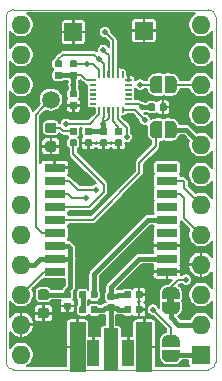
<source format=gbr>
%TF.GenerationSoftware,KiCad,Pcbnew,5.1.5+dfsg1-2~bpo10+1*%
%TF.CreationDate,Date%
%TF.ProjectId,ProMicro_GPS,50726f4d-6963-4726-9f5f-4750532e6b69,v3.1*%
%TF.SameCoordinates,Original*%
%TF.FileFunction,Copper,L1,Top*%
%TF.FilePolarity,Positive*%
%FSLAX45Y45*%
G04 Gerber Fmt 4.5, Leading zero omitted, Abs format (unit mm)*
G04 Created by KiCad*
%MOMM*%
%LPD*%
G04 APERTURE LIST*
%ADD10C,0.100000*%
%ADD11C,0.150000*%
%ADD12O,1.600000X1.600000*%
%ADD13R,1.600000X1.600000*%
%ADD14C,1.500000*%
%ADD15R,1.500000X1.500000*%
%ADD16R,1.050000X2.200000*%
%ADD17R,1.000000X1.050000*%
%ADD18R,1.270000X3.600000*%
%ADD19R,1.350000X4.200000*%
%ADD20R,1.800000X0.700000*%
%ADD21R,1.800000X0.800000*%
%ADD22C,0.500000*%
%ADD23C,0.600000*%
%ADD24C,0.400000*%
%ADD25C,0.200000*%
%ADD26C,0.200000*%
%ADD27C,0.300000*%
%ADD28C,0.350000*%
G04 APERTURE END LIST*
D10*
X127000Y2857500D02*
X127000Y-63500D01*
X-1587500Y-127000D02*
G75*
G02X-1651000Y-63500I0J63500D01*
G01*
X-1651000Y2857500D02*
G75*
G02X-1587500Y2921000I63500J0D01*
G01*
X63500Y2921000D02*
G75*
G02X127000Y2857500I0J-63500D01*
G01*
X127000Y-63500D02*
G75*
G02X63500Y-127000I-63500J0D01*
G01*
X-1587500Y2921000D02*
X63500Y2921000D01*
X-1651000Y-63500D02*
X-1651000Y2857500D01*
X63500Y-127000D02*
X-1587500Y-127000D01*
D11*
G36*
X-224000Y432200D02*
G01*
X-224000Y482200D01*
X-284000Y482200D01*
X-284000Y432200D01*
X-224000Y432200D01*
G37*
D12*
X-1524000Y0D03*
X-1524000Y254000D03*
X-1524000Y508000D03*
X0Y2794000D03*
X-1524000Y762000D03*
X0Y2540000D03*
X-1524000Y1016000D03*
X0Y2286000D03*
X-1524000Y1270000D03*
X0Y2032000D03*
X-1524000Y1524000D03*
X0Y1778000D03*
X-1524000Y1778000D03*
X0Y1524000D03*
X-1524000Y2032000D03*
X0Y1270000D03*
X-1524000Y2286000D03*
X0Y1016000D03*
X-1524000Y2540000D03*
X0Y762000D03*
X-1524000Y2794000D03*
X0Y508000D03*
X0Y254000D03*
D13*
X0Y0D03*
%TA.AperFunction,SMDPad,CuDef*%
D11*
G36*
X-933804Y1822429D02*
G01*
X-932372Y1822217D01*
X-930968Y1821865D01*
X-929605Y1821377D01*
X-928297Y1820758D01*
X-927055Y1820014D01*
X-925893Y1819152D01*
X-924820Y1818180D01*
X-923848Y1817107D01*
X-922986Y1815945D01*
X-922242Y1814703D01*
X-921623Y1813395D01*
X-921135Y1812032D01*
X-920783Y1810628D01*
X-920571Y1809196D01*
X-920500Y1807750D01*
X-920500Y1778250D01*
X-920571Y1776804D01*
X-920783Y1775372D01*
X-921135Y1773968D01*
X-921623Y1772605D01*
X-922242Y1771297D01*
X-922986Y1770055D01*
X-923848Y1768893D01*
X-924820Y1767820D01*
X-925893Y1766848D01*
X-927055Y1765986D01*
X-928297Y1765242D01*
X-929605Y1764623D01*
X-930968Y1764135D01*
X-932372Y1763783D01*
X-933804Y1763571D01*
X-935250Y1763500D01*
X-969750Y1763500D01*
X-971196Y1763571D01*
X-972628Y1763783D01*
X-974032Y1764135D01*
X-975395Y1764623D01*
X-976703Y1765242D01*
X-977945Y1765986D01*
X-979107Y1766848D01*
X-980180Y1767820D01*
X-981152Y1768893D01*
X-982014Y1770055D01*
X-982758Y1771297D01*
X-983377Y1772605D01*
X-983865Y1773968D01*
X-984217Y1775372D01*
X-984429Y1776804D01*
X-984500Y1778250D01*
X-984500Y1807750D01*
X-984429Y1809196D01*
X-984217Y1810628D01*
X-983865Y1812032D01*
X-983377Y1813395D01*
X-982758Y1814703D01*
X-982014Y1815945D01*
X-981152Y1817107D01*
X-980180Y1818180D01*
X-979107Y1819152D01*
X-977945Y1820014D01*
X-976703Y1820758D01*
X-975395Y1821377D01*
X-974032Y1821865D01*
X-972628Y1822217D01*
X-971196Y1822429D01*
X-969750Y1822500D01*
X-935250Y1822500D01*
X-933804Y1822429D01*
G37*
%TD.AperFunction*%
%TA.AperFunction,SMDPad,CuDef*%
G36*
X-933804Y1919429D02*
G01*
X-932372Y1919217D01*
X-930968Y1918865D01*
X-929605Y1918377D01*
X-928297Y1917758D01*
X-927055Y1917014D01*
X-925893Y1916152D01*
X-924820Y1915180D01*
X-923848Y1914107D01*
X-922986Y1912945D01*
X-922242Y1911703D01*
X-921623Y1910395D01*
X-921135Y1909032D01*
X-920783Y1907628D01*
X-920571Y1906196D01*
X-920500Y1904750D01*
X-920500Y1875250D01*
X-920571Y1873804D01*
X-920783Y1872372D01*
X-921135Y1870968D01*
X-921623Y1869605D01*
X-922242Y1868297D01*
X-922986Y1867055D01*
X-923848Y1865893D01*
X-924820Y1864820D01*
X-925893Y1863848D01*
X-927055Y1862986D01*
X-928297Y1862242D01*
X-929605Y1861623D01*
X-930968Y1861135D01*
X-932372Y1860783D01*
X-933804Y1860571D01*
X-935250Y1860500D01*
X-969750Y1860500D01*
X-971196Y1860571D01*
X-972628Y1860783D01*
X-974032Y1861135D01*
X-975395Y1861623D01*
X-976703Y1862242D01*
X-977945Y1862986D01*
X-979107Y1863848D01*
X-980180Y1864820D01*
X-981152Y1865893D01*
X-982014Y1867055D01*
X-982758Y1868297D01*
X-983377Y1869605D01*
X-983865Y1870968D01*
X-984217Y1872372D01*
X-984429Y1873804D01*
X-984500Y1875250D01*
X-984500Y1904750D01*
X-984429Y1906196D01*
X-984217Y1907628D01*
X-983865Y1909032D01*
X-983377Y1910395D01*
X-982758Y1911703D01*
X-982014Y1912945D01*
X-981152Y1914107D01*
X-980180Y1915180D01*
X-979107Y1916152D01*
X-977945Y1917014D01*
X-976703Y1917758D01*
X-975395Y1918377D01*
X-974032Y1918865D01*
X-972628Y1919217D01*
X-971196Y1919429D01*
X-969750Y1919500D01*
X-935250Y1919500D01*
X-933804Y1919429D01*
G37*
%TD.AperFunction*%
D14*
X-1270000Y2159000D03*
%TA.AperFunction,SMDPad,CuDef*%
D11*
G36*
X-252500Y2360940D02*
G01*
X-250047Y2360940D01*
X-245163Y2360459D01*
X-240351Y2359502D01*
X-235655Y2358077D01*
X-231122Y2356200D01*
X-226795Y2353886D01*
X-222715Y2351160D01*
X-218922Y2348048D01*
X-215452Y2344578D01*
X-212340Y2340785D01*
X-209614Y2336705D01*
X-207300Y2332378D01*
X-205423Y2327845D01*
X-203998Y2323149D01*
X-203041Y2318337D01*
X-202560Y2313453D01*
X-202560Y2311000D01*
X-202500Y2311000D01*
X-202500Y2261000D01*
X-202560Y2261000D01*
X-202560Y2258547D01*
X-203041Y2253664D01*
X-203998Y2248851D01*
X-205423Y2244156D01*
X-207300Y2239622D01*
X-209614Y2235295D01*
X-212340Y2231215D01*
X-215452Y2227422D01*
X-218922Y2223952D01*
X-222715Y2220840D01*
X-226795Y2218114D01*
X-231122Y2215801D01*
X-235655Y2213923D01*
X-240351Y2212498D01*
X-245163Y2211541D01*
X-250047Y2211060D01*
X-252500Y2211060D01*
X-252500Y2211000D01*
X-302500Y2211000D01*
X-302500Y2361000D01*
X-252500Y2361000D01*
X-252500Y2360940D01*
G37*
%TD.AperFunction*%
%TA.AperFunction,SMDPad,CuDef*%
G36*
X-332500Y2211000D02*
G01*
X-382500Y2211000D01*
X-382500Y2211060D01*
X-384953Y2211060D01*
X-389836Y2211541D01*
X-394649Y2212498D01*
X-399344Y2213923D01*
X-403878Y2215801D01*
X-408205Y2218114D01*
X-412285Y2220840D01*
X-416078Y2223952D01*
X-419548Y2227422D01*
X-422660Y2231215D01*
X-425386Y2235295D01*
X-427699Y2239622D01*
X-429577Y2244156D01*
X-431002Y2248851D01*
X-431959Y2253664D01*
X-432440Y2258547D01*
X-432440Y2261000D01*
X-432500Y2261000D01*
X-432500Y2311000D01*
X-432440Y2311000D01*
X-432440Y2313453D01*
X-431959Y2318337D01*
X-431002Y2323149D01*
X-429577Y2327845D01*
X-427699Y2332378D01*
X-425386Y2336705D01*
X-422660Y2340785D01*
X-419548Y2344578D01*
X-416078Y2348048D01*
X-412285Y2351160D01*
X-408205Y2353886D01*
X-403878Y2356200D01*
X-399344Y2358077D01*
X-394649Y2359502D01*
X-389836Y2360459D01*
X-384953Y2360940D01*
X-382500Y2360940D01*
X-382500Y2361000D01*
X-332500Y2361000D01*
X-332500Y2211000D01*
G37*
%TD.AperFunction*%
%TA.AperFunction,SMDPad,CuDef*%
G36*
X-329000Y472200D02*
G01*
X-329000Y522200D01*
X-328940Y522200D01*
X-328940Y524653D01*
X-328459Y529537D01*
X-327502Y534349D01*
X-326077Y539045D01*
X-324200Y543578D01*
X-321886Y547905D01*
X-319160Y551985D01*
X-316048Y555778D01*
X-312578Y559248D01*
X-308785Y562360D01*
X-304705Y565086D01*
X-300378Y567400D01*
X-295845Y569277D01*
X-291149Y570702D01*
X-286337Y571659D01*
X-281453Y572140D01*
X-279000Y572140D01*
X-279000Y572200D01*
X-229000Y572200D01*
X-229000Y572140D01*
X-226547Y572140D01*
X-221663Y571659D01*
X-216851Y570702D01*
X-212155Y569277D01*
X-207622Y567400D01*
X-203295Y565086D01*
X-199215Y562360D01*
X-195422Y559248D01*
X-191952Y555778D01*
X-188840Y551985D01*
X-186114Y547905D01*
X-183800Y543578D01*
X-181923Y539045D01*
X-180498Y534349D01*
X-179541Y529537D01*
X-179060Y524653D01*
X-179060Y522200D01*
X-179000Y522200D01*
X-179000Y472200D01*
X-329000Y472200D01*
G37*
%TD.AperFunction*%
%TA.AperFunction,SMDPad,CuDef*%
G36*
X-179060Y392200D02*
G01*
X-179060Y389747D01*
X-179541Y384863D01*
X-180498Y380051D01*
X-181923Y375355D01*
X-183800Y370822D01*
X-186114Y366495D01*
X-188840Y362415D01*
X-191952Y358622D01*
X-195422Y355152D01*
X-199215Y352040D01*
X-203295Y349314D01*
X-207622Y347001D01*
X-212155Y345123D01*
X-216851Y343698D01*
X-221663Y342741D01*
X-226547Y342260D01*
X-229000Y342260D01*
X-229000Y342200D01*
X-279000Y342200D01*
X-279000Y342260D01*
X-281453Y342260D01*
X-286337Y342741D01*
X-291149Y343698D01*
X-295845Y345123D01*
X-300378Y347001D01*
X-304705Y349314D01*
X-308785Y352040D01*
X-312578Y355152D01*
X-316048Y358622D01*
X-319160Y362415D01*
X-321886Y366495D01*
X-324200Y370822D01*
X-326077Y375355D01*
X-327502Y380051D01*
X-328459Y384863D01*
X-328940Y389747D01*
X-328940Y392200D01*
X-329000Y392200D01*
X-329000Y442200D01*
X-179000Y442200D01*
X-179000Y392200D01*
X-179060Y392200D01*
G37*
%TD.AperFunction*%
%TA.AperFunction,SMDPad,CuDef*%
G36*
X-1060804Y2139929D02*
G01*
X-1059372Y2139717D01*
X-1057968Y2139365D01*
X-1056605Y2138877D01*
X-1055297Y2138258D01*
X-1054055Y2137514D01*
X-1052893Y2136652D01*
X-1051820Y2135680D01*
X-1050848Y2134607D01*
X-1049986Y2133445D01*
X-1049242Y2132203D01*
X-1048623Y2130895D01*
X-1048135Y2129532D01*
X-1047783Y2128128D01*
X-1047571Y2126696D01*
X-1047500Y2125250D01*
X-1047500Y2095750D01*
X-1047571Y2094304D01*
X-1047783Y2092872D01*
X-1048135Y2091468D01*
X-1048623Y2090105D01*
X-1049242Y2088797D01*
X-1049986Y2087555D01*
X-1050848Y2086393D01*
X-1051820Y2085320D01*
X-1052893Y2084348D01*
X-1054055Y2083486D01*
X-1055297Y2082742D01*
X-1056605Y2082123D01*
X-1057968Y2081635D01*
X-1059372Y2081283D01*
X-1060804Y2081071D01*
X-1062250Y2081000D01*
X-1096750Y2081000D01*
X-1098196Y2081071D01*
X-1099628Y2081283D01*
X-1101032Y2081635D01*
X-1102395Y2082123D01*
X-1103703Y2082742D01*
X-1104945Y2083486D01*
X-1106107Y2084348D01*
X-1107180Y2085320D01*
X-1108152Y2086393D01*
X-1109014Y2087555D01*
X-1109758Y2088797D01*
X-1110377Y2090105D01*
X-1110865Y2091468D01*
X-1111217Y2092872D01*
X-1111429Y2094304D01*
X-1111500Y2095750D01*
X-1111500Y2125250D01*
X-1111429Y2126696D01*
X-1111217Y2128128D01*
X-1110865Y2129532D01*
X-1110377Y2130895D01*
X-1109758Y2132203D01*
X-1109014Y2133445D01*
X-1108152Y2134607D01*
X-1107180Y2135680D01*
X-1106107Y2136652D01*
X-1104945Y2137514D01*
X-1103703Y2138258D01*
X-1102395Y2138877D01*
X-1101032Y2139365D01*
X-1099628Y2139717D01*
X-1098196Y2139929D01*
X-1096750Y2140000D01*
X-1062250Y2140000D01*
X-1060804Y2139929D01*
G37*
%TD.AperFunction*%
%TA.AperFunction,SMDPad,CuDef*%
G36*
X-1060804Y2236929D02*
G01*
X-1059372Y2236717D01*
X-1057968Y2236365D01*
X-1056605Y2235877D01*
X-1055297Y2235258D01*
X-1054055Y2234514D01*
X-1052893Y2233652D01*
X-1051820Y2232680D01*
X-1050848Y2231607D01*
X-1049986Y2230445D01*
X-1049242Y2229203D01*
X-1048623Y2227895D01*
X-1048135Y2226532D01*
X-1047783Y2225128D01*
X-1047571Y2223696D01*
X-1047500Y2222250D01*
X-1047500Y2192750D01*
X-1047571Y2191304D01*
X-1047783Y2189872D01*
X-1048135Y2188468D01*
X-1048623Y2187105D01*
X-1049242Y2185797D01*
X-1049986Y2184555D01*
X-1050848Y2183393D01*
X-1051820Y2182320D01*
X-1052893Y2181348D01*
X-1054055Y2180486D01*
X-1055297Y2179742D01*
X-1056605Y2179123D01*
X-1057968Y2178635D01*
X-1059372Y2178283D01*
X-1060804Y2178071D01*
X-1062250Y2178000D01*
X-1096750Y2178000D01*
X-1098196Y2178071D01*
X-1099628Y2178283D01*
X-1101032Y2178635D01*
X-1102395Y2179123D01*
X-1103703Y2179742D01*
X-1104945Y2180486D01*
X-1106107Y2181348D01*
X-1107180Y2182320D01*
X-1108152Y2183393D01*
X-1109014Y2184555D01*
X-1109758Y2185797D01*
X-1110377Y2187105D01*
X-1110865Y2188468D01*
X-1111217Y2189872D01*
X-1111429Y2191304D01*
X-1111500Y2192750D01*
X-1111500Y2222250D01*
X-1111429Y2223696D01*
X-1111217Y2225128D01*
X-1110865Y2226532D01*
X-1110377Y2227895D01*
X-1109758Y2229203D01*
X-1109014Y2230445D01*
X-1108152Y2231607D01*
X-1107180Y2232680D01*
X-1106107Y2233652D01*
X-1104945Y2234514D01*
X-1103703Y2235258D01*
X-1102395Y2235877D01*
X-1101032Y2236365D01*
X-1099628Y2236717D01*
X-1098196Y2236929D01*
X-1096750Y2237000D01*
X-1062250Y2237000D01*
X-1060804Y2236929D01*
G37*
%TD.AperFunction*%
%TA.AperFunction,SMDPad,CuDef*%
G36*
X-1060804Y2490929D02*
G01*
X-1059372Y2490717D01*
X-1057968Y2490365D01*
X-1056605Y2489877D01*
X-1055297Y2489258D01*
X-1054055Y2488514D01*
X-1052893Y2487652D01*
X-1051820Y2486680D01*
X-1050848Y2485607D01*
X-1049986Y2484445D01*
X-1049242Y2483203D01*
X-1048623Y2481895D01*
X-1048135Y2480532D01*
X-1047783Y2479128D01*
X-1047571Y2477696D01*
X-1047500Y2476250D01*
X-1047500Y2446750D01*
X-1047571Y2445304D01*
X-1047783Y2443872D01*
X-1048135Y2442468D01*
X-1048623Y2441105D01*
X-1049242Y2439797D01*
X-1049986Y2438555D01*
X-1050848Y2437393D01*
X-1051820Y2436320D01*
X-1052893Y2435348D01*
X-1054055Y2434486D01*
X-1055297Y2433742D01*
X-1056605Y2433123D01*
X-1057968Y2432635D01*
X-1059372Y2432283D01*
X-1060804Y2432071D01*
X-1062250Y2432000D01*
X-1096750Y2432000D01*
X-1098196Y2432071D01*
X-1099628Y2432283D01*
X-1101032Y2432635D01*
X-1102395Y2433123D01*
X-1103703Y2433742D01*
X-1104945Y2434486D01*
X-1106107Y2435348D01*
X-1107180Y2436320D01*
X-1108152Y2437393D01*
X-1109014Y2438555D01*
X-1109758Y2439797D01*
X-1110377Y2441105D01*
X-1110865Y2442468D01*
X-1111217Y2443872D01*
X-1111429Y2445304D01*
X-1111500Y2446750D01*
X-1111500Y2476250D01*
X-1111429Y2477696D01*
X-1111217Y2479128D01*
X-1110865Y2480532D01*
X-1110377Y2481895D01*
X-1109758Y2483203D01*
X-1109014Y2484445D01*
X-1108152Y2485607D01*
X-1107180Y2486680D01*
X-1106107Y2487652D01*
X-1104945Y2488514D01*
X-1103703Y2489258D01*
X-1102395Y2489877D01*
X-1101032Y2490365D01*
X-1099628Y2490717D01*
X-1098196Y2490929D01*
X-1096750Y2491000D01*
X-1062250Y2491000D01*
X-1060804Y2490929D01*
G37*
%TD.AperFunction*%
%TA.AperFunction,SMDPad,CuDef*%
G36*
X-1060804Y2393929D02*
G01*
X-1059372Y2393717D01*
X-1057968Y2393365D01*
X-1056605Y2392877D01*
X-1055297Y2392258D01*
X-1054055Y2391514D01*
X-1052893Y2390652D01*
X-1051820Y2389680D01*
X-1050848Y2388607D01*
X-1049986Y2387445D01*
X-1049242Y2386203D01*
X-1048623Y2384895D01*
X-1048135Y2383532D01*
X-1047783Y2382128D01*
X-1047571Y2380696D01*
X-1047500Y2379250D01*
X-1047500Y2349750D01*
X-1047571Y2348304D01*
X-1047783Y2346872D01*
X-1048135Y2345468D01*
X-1048623Y2344105D01*
X-1049242Y2342797D01*
X-1049986Y2341555D01*
X-1050848Y2340393D01*
X-1051820Y2339320D01*
X-1052893Y2338348D01*
X-1054055Y2337486D01*
X-1055297Y2336742D01*
X-1056605Y2336123D01*
X-1057968Y2335635D01*
X-1059372Y2335283D01*
X-1060804Y2335071D01*
X-1062250Y2335000D01*
X-1096750Y2335000D01*
X-1098196Y2335071D01*
X-1099628Y2335283D01*
X-1101032Y2335635D01*
X-1102395Y2336123D01*
X-1103703Y2336742D01*
X-1104945Y2337486D01*
X-1106107Y2338348D01*
X-1107180Y2339320D01*
X-1108152Y2340393D01*
X-1109014Y2341555D01*
X-1109758Y2342797D01*
X-1110377Y2344105D01*
X-1110865Y2345468D01*
X-1111217Y2346872D01*
X-1111429Y2348304D01*
X-1111500Y2349750D01*
X-1111500Y2379250D01*
X-1111429Y2380696D01*
X-1111217Y2382128D01*
X-1110865Y2383532D01*
X-1110377Y2384895D01*
X-1109758Y2386203D01*
X-1109014Y2387445D01*
X-1108152Y2388607D01*
X-1107180Y2389680D01*
X-1106107Y2390652D01*
X-1104945Y2391514D01*
X-1103703Y2392258D01*
X-1102395Y2392877D01*
X-1101032Y2393365D01*
X-1099628Y2393717D01*
X-1098196Y2393929D01*
X-1096750Y2394000D01*
X-1062250Y2394000D01*
X-1060804Y2393929D01*
G37*
%TD.AperFunction*%
%TA.AperFunction,SMDPad,CuDef*%
G36*
X-303604Y2127429D02*
G01*
X-302172Y2127217D01*
X-300768Y2126865D01*
X-299405Y2126377D01*
X-298097Y2125758D01*
X-296855Y2125014D01*
X-295693Y2124152D01*
X-294620Y2123180D01*
X-293648Y2122107D01*
X-292786Y2120945D01*
X-292042Y2119703D01*
X-291423Y2118395D01*
X-290935Y2117032D01*
X-290583Y2115628D01*
X-290371Y2114196D01*
X-290300Y2112750D01*
X-290300Y2078250D01*
X-290371Y2076804D01*
X-290583Y2075372D01*
X-290935Y2073968D01*
X-291423Y2072605D01*
X-292042Y2071297D01*
X-292786Y2070055D01*
X-293648Y2068893D01*
X-294620Y2067820D01*
X-295693Y2066848D01*
X-296855Y2065986D01*
X-298097Y2065242D01*
X-299405Y2064623D01*
X-300768Y2064135D01*
X-302172Y2063783D01*
X-303604Y2063571D01*
X-305050Y2063500D01*
X-334550Y2063500D01*
X-335996Y2063571D01*
X-337428Y2063783D01*
X-338832Y2064135D01*
X-340195Y2064623D01*
X-341503Y2065242D01*
X-342745Y2065986D01*
X-343907Y2066848D01*
X-344980Y2067820D01*
X-345952Y2068893D01*
X-346814Y2070055D01*
X-347558Y2071297D01*
X-348177Y2072605D01*
X-348665Y2073968D01*
X-349017Y2075372D01*
X-349229Y2076804D01*
X-349300Y2078250D01*
X-349300Y2112750D01*
X-349229Y2114196D01*
X-349017Y2115628D01*
X-348665Y2117032D01*
X-348177Y2118395D01*
X-347558Y2119703D01*
X-346814Y2120945D01*
X-345952Y2122107D01*
X-344980Y2123180D01*
X-343907Y2124152D01*
X-342745Y2125014D01*
X-341503Y2125758D01*
X-340195Y2126377D01*
X-338832Y2126865D01*
X-337428Y2127217D01*
X-335996Y2127429D01*
X-334550Y2127500D01*
X-305050Y2127500D01*
X-303604Y2127429D01*
G37*
%TD.AperFunction*%
%TA.AperFunction,SMDPad,CuDef*%
G36*
X-400604Y2127429D02*
G01*
X-399172Y2127217D01*
X-397768Y2126865D01*
X-396405Y2126377D01*
X-395097Y2125758D01*
X-393855Y2125014D01*
X-392693Y2124152D01*
X-391620Y2123180D01*
X-390648Y2122107D01*
X-389786Y2120945D01*
X-389042Y2119703D01*
X-388423Y2118395D01*
X-387935Y2117032D01*
X-387583Y2115628D01*
X-387371Y2114196D01*
X-387300Y2112750D01*
X-387300Y2078250D01*
X-387371Y2076804D01*
X-387583Y2075372D01*
X-387935Y2073968D01*
X-388423Y2072605D01*
X-389042Y2071297D01*
X-389786Y2070055D01*
X-390648Y2068893D01*
X-391620Y2067820D01*
X-392693Y2066848D01*
X-393855Y2065986D01*
X-395097Y2065242D01*
X-396405Y2064623D01*
X-397768Y2064135D01*
X-399172Y2063783D01*
X-400604Y2063571D01*
X-402050Y2063500D01*
X-431550Y2063500D01*
X-432996Y2063571D01*
X-434428Y2063783D01*
X-435832Y2064135D01*
X-437195Y2064623D01*
X-438503Y2065242D01*
X-439745Y2065986D01*
X-440907Y2066848D01*
X-441980Y2067820D01*
X-442952Y2068893D01*
X-443814Y2070055D01*
X-444558Y2071297D01*
X-445177Y2072605D01*
X-445665Y2073968D01*
X-446017Y2075372D01*
X-446229Y2076804D01*
X-446300Y2078250D01*
X-446300Y2112750D01*
X-446229Y2114196D01*
X-446017Y2115628D01*
X-445665Y2117032D01*
X-445177Y2118395D01*
X-444558Y2119703D01*
X-443814Y2120945D01*
X-442952Y2122107D01*
X-441980Y2123180D01*
X-440907Y2124152D01*
X-439745Y2125014D01*
X-438503Y2125758D01*
X-437195Y2126377D01*
X-435832Y2126865D01*
X-434428Y2127217D01*
X-432996Y2127429D01*
X-431550Y2127500D01*
X-402050Y2127500D01*
X-400604Y2127429D01*
G37*
%TD.AperFunction*%
%TA.AperFunction,SMDPad,CuDef*%
G36*
X-1111604Y440429D02*
G01*
X-1110172Y440217D01*
X-1108768Y439865D01*
X-1107405Y439377D01*
X-1106097Y438758D01*
X-1104855Y438014D01*
X-1103693Y437152D01*
X-1102620Y436180D01*
X-1101648Y435107D01*
X-1100786Y433945D01*
X-1100042Y432703D01*
X-1099423Y431395D01*
X-1098935Y430032D01*
X-1098583Y428628D01*
X-1098371Y427196D01*
X-1098300Y425750D01*
X-1098300Y396250D01*
X-1098371Y394804D01*
X-1098583Y393372D01*
X-1098935Y391968D01*
X-1099423Y390605D01*
X-1100042Y389297D01*
X-1100786Y388055D01*
X-1101648Y386893D01*
X-1102620Y385820D01*
X-1103693Y384848D01*
X-1104855Y383986D01*
X-1106097Y383242D01*
X-1107405Y382623D01*
X-1108768Y382135D01*
X-1110172Y381783D01*
X-1111604Y381571D01*
X-1113050Y381500D01*
X-1147550Y381500D01*
X-1148996Y381571D01*
X-1150428Y381783D01*
X-1151832Y382135D01*
X-1153195Y382623D01*
X-1154503Y383242D01*
X-1155745Y383986D01*
X-1156907Y384848D01*
X-1157980Y385820D01*
X-1158952Y386893D01*
X-1159814Y388055D01*
X-1160558Y389297D01*
X-1161177Y390605D01*
X-1161665Y391968D01*
X-1162017Y393372D01*
X-1162229Y394804D01*
X-1162300Y396250D01*
X-1162300Y425750D01*
X-1162229Y427196D01*
X-1162017Y428628D01*
X-1161665Y430032D01*
X-1161177Y431395D01*
X-1160558Y432703D01*
X-1159814Y433945D01*
X-1158952Y435107D01*
X-1157980Y436180D01*
X-1156907Y437152D01*
X-1155745Y438014D01*
X-1154503Y438758D01*
X-1153195Y439377D01*
X-1151832Y439865D01*
X-1150428Y440217D01*
X-1148996Y440429D01*
X-1147550Y440500D01*
X-1113050Y440500D01*
X-1111604Y440429D01*
G37*
%TD.AperFunction*%
%TA.AperFunction,SMDPad,CuDef*%
G36*
X-1111604Y537429D02*
G01*
X-1110172Y537217D01*
X-1108768Y536865D01*
X-1107405Y536377D01*
X-1106097Y535758D01*
X-1104855Y535014D01*
X-1103693Y534152D01*
X-1102620Y533180D01*
X-1101648Y532107D01*
X-1100786Y530945D01*
X-1100042Y529703D01*
X-1099423Y528395D01*
X-1098935Y527032D01*
X-1098583Y525628D01*
X-1098371Y524196D01*
X-1098300Y522750D01*
X-1098300Y493250D01*
X-1098371Y491804D01*
X-1098583Y490372D01*
X-1098935Y488968D01*
X-1099423Y487605D01*
X-1100042Y486297D01*
X-1100786Y485055D01*
X-1101648Y483893D01*
X-1102620Y482820D01*
X-1103693Y481848D01*
X-1104855Y480986D01*
X-1106097Y480242D01*
X-1107405Y479623D01*
X-1108768Y479135D01*
X-1110172Y478783D01*
X-1111604Y478571D01*
X-1113050Y478500D01*
X-1147550Y478500D01*
X-1148996Y478571D01*
X-1150428Y478783D01*
X-1151832Y479135D01*
X-1153195Y479623D01*
X-1154503Y480242D01*
X-1155745Y480986D01*
X-1156907Y481848D01*
X-1157980Y482820D01*
X-1158952Y483893D01*
X-1159814Y485055D01*
X-1160558Y486297D01*
X-1161177Y487605D01*
X-1161665Y488968D01*
X-1162017Y490372D01*
X-1162229Y491804D01*
X-1162300Y493250D01*
X-1162300Y522750D01*
X-1162229Y524196D01*
X-1162017Y525628D01*
X-1161665Y527032D01*
X-1161177Y528395D01*
X-1160558Y529703D01*
X-1159814Y530945D01*
X-1158952Y532107D01*
X-1157980Y533180D01*
X-1156907Y534152D01*
X-1155745Y535014D01*
X-1154503Y535758D01*
X-1153195Y536377D01*
X-1151832Y536865D01*
X-1150428Y537217D01*
X-1148996Y537429D01*
X-1147550Y537500D01*
X-1113050Y537500D01*
X-1111604Y537429D01*
G37*
%TD.AperFunction*%
%TA.AperFunction,SMDPad,CuDef*%
G36*
X-382500Y1830060D02*
G01*
X-384953Y1830060D01*
X-389836Y1830541D01*
X-394649Y1831498D01*
X-399344Y1832923D01*
X-403878Y1834800D01*
X-408205Y1837114D01*
X-412285Y1839840D01*
X-416078Y1842952D01*
X-419548Y1846422D01*
X-422660Y1850215D01*
X-425386Y1854295D01*
X-427699Y1858622D01*
X-429577Y1863155D01*
X-431002Y1867851D01*
X-431959Y1872663D01*
X-432440Y1877547D01*
X-432440Y1880000D01*
X-432500Y1880000D01*
X-432500Y1930000D01*
X-432440Y1930000D01*
X-432440Y1932453D01*
X-431959Y1937336D01*
X-431002Y1942149D01*
X-429577Y1946844D01*
X-427699Y1951378D01*
X-425386Y1955705D01*
X-422660Y1959785D01*
X-419548Y1963578D01*
X-416078Y1967048D01*
X-412285Y1970160D01*
X-408205Y1972886D01*
X-403878Y1975199D01*
X-399344Y1977077D01*
X-394649Y1978502D01*
X-389836Y1979459D01*
X-384953Y1979940D01*
X-382500Y1979940D01*
X-382500Y1980000D01*
X-332500Y1980000D01*
X-332500Y1830000D01*
X-382500Y1830000D01*
X-382500Y1830060D01*
G37*
%TD.AperFunction*%
%TA.AperFunction,SMDPad,CuDef*%
G36*
X-302500Y1980000D02*
G01*
X-252500Y1980000D01*
X-252500Y1979940D01*
X-250047Y1979940D01*
X-245163Y1979459D01*
X-240351Y1978502D01*
X-235655Y1977077D01*
X-231122Y1975199D01*
X-226795Y1972886D01*
X-222715Y1970160D01*
X-218922Y1967048D01*
X-215452Y1963578D01*
X-212340Y1959785D01*
X-209614Y1955705D01*
X-207300Y1951378D01*
X-205423Y1946844D01*
X-203998Y1942149D01*
X-203041Y1937336D01*
X-202560Y1932453D01*
X-202560Y1930000D01*
X-202500Y1930000D01*
X-202500Y1880000D01*
X-202560Y1880000D01*
X-202560Y1877547D01*
X-203041Y1872663D01*
X-203998Y1867851D01*
X-205423Y1863155D01*
X-207300Y1858622D01*
X-209614Y1854295D01*
X-212340Y1850215D01*
X-215452Y1846422D01*
X-218922Y1842952D01*
X-222715Y1839840D01*
X-226795Y1837114D01*
X-231122Y1834800D01*
X-235655Y1832923D01*
X-240351Y1831498D01*
X-245163Y1830541D01*
X-250047Y1830060D01*
X-252500Y1830060D01*
X-252500Y1830000D01*
X-302500Y1830000D01*
X-302500Y1980000D01*
G37*
%TD.AperFunction*%
D15*
X-482600Y2743200D03*
X-1079500Y2730500D03*
%TA.AperFunction,SMDPad,CuDef*%
D11*
G36*
X-1187804Y2490929D02*
G01*
X-1186372Y2490717D01*
X-1184968Y2490365D01*
X-1183605Y2489877D01*
X-1182297Y2489258D01*
X-1181055Y2488514D01*
X-1179893Y2487652D01*
X-1178820Y2486680D01*
X-1177848Y2485607D01*
X-1176986Y2484445D01*
X-1176242Y2483203D01*
X-1175623Y2481895D01*
X-1175135Y2480532D01*
X-1174783Y2479128D01*
X-1174571Y2477696D01*
X-1174500Y2476250D01*
X-1174500Y2446750D01*
X-1174571Y2445304D01*
X-1174783Y2443872D01*
X-1175135Y2442468D01*
X-1175623Y2441105D01*
X-1176242Y2439797D01*
X-1176986Y2438555D01*
X-1177848Y2437393D01*
X-1178820Y2436320D01*
X-1179893Y2435348D01*
X-1181055Y2434486D01*
X-1182297Y2433742D01*
X-1183605Y2433123D01*
X-1184968Y2432635D01*
X-1186372Y2432283D01*
X-1187804Y2432071D01*
X-1189250Y2432000D01*
X-1223750Y2432000D01*
X-1225196Y2432071D01*
X-1226628Y2432283D01*
X-1228032Y2432635D01*
X-1229395Y2433123D01*
X-1230703Y2433742D01*
X-1231945Y2434486D01*
X-1233107Y2435348D01*
X-1234180Y2436320D01*
X-1235152Y2437393D01*
X-1236014Y2438555D01*
X-1236758Y2439797D01*
X-1237377Y2441105D01*
X-1237865Y2442468D01*
X-1238217Y2443872D01*
X-1238429Y2445304D01*
X-1238500Y2446750D01*
X-1238500Y2476250D01*
X-1238429Y2477696D01*
X-1238217Y2479128D01*
X-1237865Y2480532D01*
X-1237377Y2481895D01*
X-1236758Y2483203D01*
X-1236014Y2484445D01*
X-1235152Y2485607D01*
X-1234180Y2486680D01*
X-1233107Y2487652D01*
X-1231945Y2488514D01*
X-1230703Y2489258D01*
X-1229395Y2489877D01*
X-1228032Y2490365D01*
X-1226628Y2490717D01*
X-1225196Y2490929D01*
X-1223750Y2491000D01*
X-1189250Y2491000D01*
X-1187804Y2490929D01*
G37*
%TD.AperFunction*%
%TA.AperFunction,SMDPad,CuDef*%
G36*
X-1187804Y2393929D02*
G01*
X-1186372Y2393717D01*
X-1184968Y2393365D01*
X-1183605Y2392877D01*
X-1182297Y2392258D01*
X-1181055Y2391514D01*
X-1179893Y2390652D01*
X-1178820Y2389680D01*
X-1177848Y2388607D01*
X-1176986Y2387445D01*
X-1176242Y2386203D01*
X-1175623Y2384895D01*
X-1175135Y2383532D01*
X-1174783Y2382128D01*
X-1174571Y2380696D01*
X-1174500Y2379250D01*
X-1174500Y2349750D01*
X-1174571Y2348304D01*
X-1174783Y2346872D01*
X-1175135Y2345468D01*
X-1175623Y2344105D01*
X-1176242Y2342797D01*
X-1176986Y2341555D01*
X-1177848Y2340393D01*
X-1178820Y2339320D01*
X-1179893Y2338348D01*
X-1181055Y2337486D01*
X-1182297Y2336742D01*
X-1183605Y2336123D01*
X-1184968Y2335635D01*
X-1186372Y2335283D01*
X-1187804Y2335071D01*
X-1189250Y2335000D01*
X-1223750Y2335000D01*
X-1225196Y2335071D01*
X-1226628Y2335283D01*
X-1228032Y2335635D01*
X-1229395Y2336123D01*
X-1230703Y2336742D01*
X-1231945Y2337486D01*
X-1233107Y2338348D01*
X-1234180Y2339320D01*
X-1235152Y2340393D01*
X-1236014Y2341555D01*
X-1236758Y2342797D01*
X-1237377Y2344105D01*
X-1237865Y2345468D01*
X-1238217Y2346872D01*
X-1238429Y2348304D01*
X-1238500Y2349750D01*
X-1238500Y2379250D01*
X-1238429Y2380696D01*
X-1238217Y2382128D01*
X-1237865Y2383532D01*
X-1237377Y2384895D01*
X-1236758Y2386203D01*
X-1236014Y2387445D01*
X-1235152Y2388607D01*
X-1234180Y2389680D01*
X-1233107Y2390652D01*
X-1231945Y2391514D01*
X-1230703Y2392258D01*
X-1229395Y2392877D01*
X-1228032Y2393365D01*
X-1226628Y2393717D01*
X-1225196Y2393929D01*
X-1223750Y2394000D01*
X-1189250Y2394000D01*
X-1187804Y2393929D01*
G37*
%TD.AperFunction*%
%TA.AperFunction,SMDPad,CuDef*%
G36*
X-806804Y1822429D02*
G01*
X-805372Y1822217D01*
X-803968Y1821865D01*
X-802605Y1821377D01*
X-801297Y1820758D01*
X-800055Y1820014D01*
X-798893Y1819152D01*
X-797820Y1818180D01*
X-796848Y1817107D01*
X-795986Y1815945D01*
X-795242Y1814703D01*
X-794623Y1813395D01*
X-794135Y1812032D01*
X-793783Y1810628D01*
X-793571Y1809196D01*
X-793500Y1807750D01*
X-793500Y1778250D01*
X-793571Y1776804D01*
X-793783Y1775372D01*
X-794135Y1773968D01*
X-794623Y1772605D01*
X-795242Y1771297D01*
X-795986Y1770055D01*
X-796848Y1768893D01*
X-797820Y1767820D01*
X-798893Y1766848D01*
X-800055Y1765986D01*
X-801297Y1765242D01*
X-802605Y1764623D01*
X-803968Y1764135D01*
X-805372Y1763783D01*
X-806804Y1763571D01*
X-808250Y1763500D01*
X-842750Y1763500D01*
X-844196Y1763571D01*
X-845628Y1763783D01*
X-847032Y1764135D01*
X-848395Y1764623D01*
X-849703Y1765242D01*
X-850945Y1765986D01*
X-852107Y1766848D01*
X-853180Y1767820D01*
X-854152Y1768893D01*
X-855014Y1770055D01*
X-855758Y1771297D01*
X-856377Y1772605D01*
X-856865Y1773968D01*
X-857217Y1775372D01*
X-857429Y1776804D01*
X-857500Y1778250D01*
X-857500Y1807750D01*
X-857429Y1809196D01*
X-857217Y1810628D01*
X-856865Y1812032D01*
X-856377Y1813395D01*
X-855758Y1814703D01*
X-855014Y1815945D01*
X-854152Y1817107D01*
X-853180Y1818180D01*
X-852107Y1819152D01*
X-850945Y1820014D01*
X-849703Y1820758D01*
X-848395Y1821377D01*
X-847032Y1821865D01*
X-845628Y1822217D01*
X-844196Y1822429D01*
X-842750Y1822500D01*
X-808250Y1822500D01*
X-806804Y1822429D01*
G37*
%TD.AperFunction*%
%TA.AperFunction,SMDPad,CuDef*%
G36*
X-806804Y1919429D02*
G01*
X-805372Y1919217D01*
X-803968Y1918865D01*
X-802605Y1918377D01*
X-801297Y1917758D01*
X-800055Y1917014D01*
X-798893Y1916152D01*
X-797820Y1915180D01*
X-796848Y1914107D01*
X-795986Y1912945D01*
X-795242Y1911703D01*
X-794623Y1910395D01*
X-794135Y1909032D01*
X-793783Y1907628D01*
X-793571Y1906196D01*
X-793500Y1904750D01*
X-793500Y1875250D01*
X-793571Y1873804D01*
X-793783Y1872372D01*
X-794135Y1870968D01*
X-794623Y1869605D01*
X-795242Y1868297D01*
X-795986Y1867055D01*
X-796848Y1865893D01*
X-797820Y1864820D01*
X-798893Y1863848D01*
X-800055Y1862986D01*
X-801297Y1862242D01*
X-802605Y1861623D01*
X-803968Y1861135D01*
X-805372Y1860783D01*
X-806804Y1860571D01*
X-808250Y1860500D01*
X-842750Y1860500D01*
X-844196Y1860571D01*
X-845628Y1860783D01*
X-847032Y1861135D01*
X-848395Y1861623D01*
X-849703Y1862242D01*
X-850945Y1862986D01*
X-852107Y1863848D01*
X-853180Y1864820D01*
X-854152Y1865893D01*
X-855014Y1867055D01*
X-855758Y1868297D01*
X-856377Y1869605D01*
X-856865Y1870968D01*
X-857217Y1872372D01*
X-857429Y1873804D01*
X-857500Y1875250D01*
X-857500Y1904750D01*
X-857429Y1906196D01*
X-857217Y1907628D01*
X-856865Y1909032D01*
X-856377Y1910395D01*
X-855758Y1911703D01*
X-855014Y1912945D01*
X-854152Y1914107D01*
X-853180Y1915180D01*
X-852107Y1916152D01*
X-850945Y1917014D01*
X-849703Y1917758D01*
X-848395Y1918377D01*
X-847032Y1918865D01*
X-845628Y1919217D01*
X-844196Y1919429D01*
X-842750Y1919500D01*
X-808250Y1919500D01*
X-806804Y1919429D01*
G37*
%TD.AperFunction*%
%TA.AperFunction,SMDPad,CuDef*%
G36*
X-679804Y1822429D02*
G01*
X-678372Y1822217D01*
X-676968Y1821865D01*
X-675605Y1821377D01*
X-674297Y1820758D01*
X-673055Y1820014D01*
X-671893Y1819152D01*
X-670820Y1818180D01*
X-669848Y1817107D01*
X-668986Y1815945D01*
X-668242Y1814703D01*
X-667623Y1813395D01*
X-667135Y1812032D01*
X-666783Y1810628D01*
X-666571Y1809196D01*
X-666500Y1807750D01*
X-666500Y1778250D01*
X-666571Y1776804D01*
X-666783Y1775372D01*
X-667135Y1773968D01*
X-667623Y1772605D01*
X-668242Y1771297D01*
X-668986Y1770055D01*
X-669848Y1768893D01*
X-670820Y1767820D01*
X-671893Y1766848D01*
X-673055Y1765986D01*
X-674297Y1765242D01*
X-675605Y1764623D01*
X-676968Y1764135D01*
X-678372Y1763783D01*
X-679804Y1763571D01*
X-681250Y1763500D01*
X-715750Y1763500D01*
X-717196Y1763571D01*
X-718628Y1763783D01*
X-720032Y1764135D01*
X-721395Y1764623D01*
X-722703Y1765242D01*
X-723945Y1765986D01*
X-725107Y1766848D01*
X-726180Y1767820D01*
X-727152Y1768893D01*
X-728014Y1770055D01*
X-728758Y1771297D01*
X-729377Y1772605D01*
X-729865Y1773968D01*
X-730217Y1775372D01*
X-730429Y1776804D01*
X-730500Y1778250D01*
X-730500Y1807750D01*
X-730429Y1809196D01*
X-730217Y1810628D01*
X-729865Y1812032D01*
X-729377Y1813395D01*
X-728758Y1814703D01*
X-728014Y1815945D01*
X-727152Y1817107D01*
X-726180Y1818180D01*
X-725107Y1819152D01*
X-723945Y1820014D01*
X-722703Y1820758D01*
X-721395Y1821377D01*
X-720032Y1821865D01*
X-718628Y1822217D01*
X-717196Y1822429D01*
X-715750Y1822500D01*
X-681250Y1822500D01*
X-679804Y1822429D01*
G37*
%TD.AperFunction*%
%TA.AperFunction,SMDPad,CuDef*%
G36*
X-679804Y1919429D02*
G01*
X-678372Y1919217D01*
X-676968Y1918865D01*
X-675605Y1918377D01*
X-674297Y1917758D01*
X-673055Y1917014D01*
X-671893Y1916152D01*
X-670820Y1915180D01*
X-669848Y1914107D01*
X-668986Y1912945D01*
X-668242Y1911703D01*
X-667623Y1910395D01*
X-667135Y1909032D01*
X-666783Y1907628D01*
X-666571Y1906196D01*
X-666500Y1904750D01*
X-666500Y1875250D01*
X-666571Y1873804D01*
X-666783Y1872372D01*
X-667135Y1870968D01*
X-667623Y1869605D01*
X-668242Y1868297D01*
X-668986Y1867055D01*
X-669848Y1865893D01*
X-670820Y1864820D01*
X-671893Y1863848D01*
X-673055Y1862986D01*
X-674297Y1862242D01*
X-675605Y1861623D01*
X-676968Y1861135D01*
X-678372Y1860783D01*
X-679804Y1860571D01*
X-681250Y1860500D01*
X-715750Y1860500D01*
X-717196Y1860571D01*
X-718628Y1860783D01*
X-720032Y1861135D01*
X-721395Y1861623D01*
X-722703Y1862242D01*
X-723945Y1862986D01*
X-725107Y1863848D01*
X-726180Y1864820D01*
X-727152Y1865893D01*
X-728014Y1867055D01*
X-728758Y1868297D01*
X-729377Y1869605D01*
X-729865Y1870968D01*
X-730217Y1872372D01*
X-730429Y1873804D01*
X-730500Y1875250D01*
X-730500Y1904750D01*
X-730429Y1906196D01*
X-730217Y1907628D01*
X-729865Y1909032D01*
X-729377Y1910395D01*
X-728758Y1911703D01*
X-728014Y1912945D01*
X-727152Y1914107D01*
X-726180Y1915180D01*
X-725107Y1916152D01*
X-723945Y1917014D01*
X-722703Y1917758D01*
X-721395Y1918377D01*
X-720032Y1918865D01*
X-718628Y1919217D01*
X-717196Y1919429D01*
X-715750Y1919500D01*
X-681250Y1919500D01*
X-679804Y1919429D01*
G37*
%TD.AperFunction*%
%TA.AperFunction,SMDPad,CuDef*%
G36*
X-856510Y2399976D02*
G01*
X-856024Y2399904D01*
X-855549Y2399785D01*
X-855087Y2399619D01*
X-854643Y2399410D01*
X-854222Y2399157D01*
X-853828Y2398865D01*
X-853464Y2398536D01*
X-853135Y2398172D01*
X-852843Y2397778D01*
X-852590Y2397357D01*
X-852381Y2396913D01*
X-852215Y2396451D01*
X-852096Y2395976D01*
X-852024Y2395490D01*
X-852000Y2395000D01*
X-852000Y2350000D01*
X-852024Y2349510D01*
X-852096Y2349025D01*
X-852215Y2348549D01*
X-852381Y2348087D01*
X-852590Y2347643D01*
X-852843Y2347222D01*
X-853135Y2346828D01*
X-853464Y2346465D01*
X-853828Y2346135D01*
X-854222Y2345843D01*
X-854643Y2345590D01*
X-855087Y2345381D01*
X-855549Y2345215D01*
X-856024Y2345096D01*
X-856510Y2345024D01*
X-857000Y2345000D01*
X-867000Y2345000D01*
X-867490Y2345024D01*
X-867975Y2345096D01*
X-868451Y2345215D01*
X-868913Y2345381D01*
X-869357Y2345590D01*
X-869778Y2345843D01*
X-870172Y2346135D01*
X-870535Y2346465D01*
X-870865Y2346828D01*
X-871157Y2347222D01*
X-871410Y2347643D01*
X-871619Y2348087D01*
X-871785Y2348549D01*
X-871904Y2349025D01*
X-871976Y2349510D01*
X-872000Y2350000D01*
X-872000Y2395000D01*
X-871976Y2395490D01*
X-871904Y2395976D01*
X-871785Y2396451D01*
X-871619Y2396913D01*
X-871410Y2397357D01*
X-871157Y2397778D01*
X-870865Y2398172D01*
X-870535Y2398536D01*
X-870172Y2398865D01*
X-869778Y2399157D01*
X-869357Y2399410D01*
X-868913Y2399619D01*
X-868451Y2399785D01*
X-867975Y2399904D01*
X-867490Y2399976D01*
X-867000Y2400000D01*
X-857000Y2400000D01*
X-856510Y2399976D01*
G37*
%TD.AperFunction*%
%TA.AperFunction,SMDPad,CuDef*%
G36*
X-816510Y2399976D02*
G01*
X-816024Y2399904D01*
X-815549Y2399785D01*
X-815087Y2399619D01*
X-814643Y2399410D01*
X-814222Y2399157D01*
X-813828Y2398865D01*
X-813464Y2398536D01*
X-813135Y2398172D01*
X-812843Y2397778D01*
X-812590Y2397357D01*
X-812381Y2396913D01*
X-812215Y2396451D01*
X-812096Y2395976D01*
X-812024Y2395490D01*
X-812000Y2395000D01*
X-812000Y2350000D01*
X-812024Y2349510D01*
X-812096Y2349025D01*
X-812215Y2348549D01*
X-812381Y2348087D01*
X-812590Y2347643D01*
X-812843Y2347222D01*
X-813135Y2346828D01*
X-813464Y2346465D01*
X-813828Y2346135D01*
X-814222Y2345843D01*
X-814643Y2345590D01*
X-815087Y2345381D01*
X-815549Y2345215D01*
X-816024Y2345096D01*
X-816510Y2345024D01*
X-817000Y2345000D01*
X-827000Y2345000D01*
X-827490Y2345024D01*
X-827975Y2345096D01*
X-828451Y2345215D01*
X-828913Y2345381D01*
X-829357Y2345590D01*
X-829778Y2345843D01*
X-830172Y2346135D01*
X-830535Y2346465D01*
X-830865Y2346828D01*
X-831157Y2347222D01*
X-831410Y2347643D01*
X-831619Y2348087D01*
X-831785Y2348549D01*
X-831904Y2349025D01*
X-831976Y2349510D01*
X-832000Y2350000D01*
X-832000Y2395000D01*
X-831976Y2395490D01*
X-831904Y2395976D01*
X-831785Y2396451D01*
X-831619Y2396913D01*
X-831410Y2397357D01*
X-831157Y2397778D01*
X-830865Y2398172D01*
X-830535Y2398536D01*
X-830172Y2398865D01*
X-829778Y2399157D01*
X-829357Y2399410D01*
X-828913Y2399619D01*
X-828451Y2399785D01*
X-827975Y2399904D01*
X-827490Y2399976D01*
X-827000Y2400000D01*
X-817000Y2400000D01*
X-816510Y2399976D01*
G37*
%TD.AperFunction*%
%TA.AperFunction,SMDPad,CuDef*%
G36*
X-776510Y2399976D02*
G01*
X-776024Y2399904D01*
X-775549Y2399785D01*
X-775087Y2399619D01*
X-774643Y2399410D01*
X-774222Y2399157D01*
X-773828Y2398865D01*
X-773464Y2398536D01*
X-773135Y2398172D01*
X-772843Y2397778D01*
X-772590Y2397357D01*
X-772381Y2396913D01*
X-772215Y2396451D01*
X-772096Y2395976D01*
X-772024Y2395490D01*
X-772000Y2395000D01*
X-772000Y2350000D01*
X-772024Y2349510D01*
X-772096Y2349025D01*
X-772215Y2348549D01*
X-772381Y2348087D01*
X-772590Y2347643D01*
X-772843Y2347222D01*
X-773135Y2346828D01*
X-773464Y2346465D01*
X-773828Y2346135D01*
X-774222Y2345843D01*
X-774643Y2345590D01*
X-775087Y2345381D01*
X-775549Y2345215D01*
X-776024Y2345096D01*
X-776510Y2345024D01*
X-777000Y2345000D01*
X-787000Y2345000D01*
X-787490Y2345024D01*
X-787975Y2345096D01*
X-788451Y2345215D01*
X-788913Y2345381D01*
X-789357Y2345590D01*
X-789778Y2345843D01*
X-790172Y2346135D01*
X-790535Y2346465D01*
X-790865Y2346828D01*
X-791157Y2347222D01*
X-791410Y2347643D01*
X-791619Y2348087D01*
X-791785Y2348549D01*
X-791904Y2349025D01*
X-791976Y2349510D01*
X-792000Y2350000D01*
X-792000Y2395000D01*
X-791976Y2395490D01*
X-791904Y2395976D01*
X-791785Y2396451D01*
X-791619Y2396913D01*
X-791410Y2397357D01*
X-791157Y2397778D01*
X-790865Y2398172D01*
X-790535Y2398536D01*
X-790172Y2398865D01*
X-789778Y2399157D01*
X-789357Y2399410D01*
X-788913Y2399619D01*
X-788451Y2399785D01*
X-787975Y2399904D01*
X-787490Y2399976D01*
X-787000Y2400000D01*
X-777000Y2400000D01*
X-776510Y2399976D01*
G37*
%TD.AperFunction*%
%TA.AperFunction,SMDPad,CuDef*%
G36*
X-736510Y2399976D02*
G01*
X-736024Y2399904D01*
X-735549Y2399785D01*
X-735087Y2399619D01*
X-734643Y2399410D01*
X-734222Y2399157D01*
X-733828Y2398865D01*
X-733464Y2398536D01*
X-733135Y2398172D01*
X-732843Y2397778D01*
X-732590Y2397357D01*
X-732381Y2396913D01*
X-732215Y2396451D01*
X-732096Y2395976D01*
X-732024Y2395490D01*
X-732000Y2395000D01*
X-732000Y2350000D01*
X-732024Y2349510D01*
X-732096Y2349025D01*
X-732215Y2348549D01*
X-732381Y2348087D01*
X-732590Y2347643D01*
X-732843Y2347222D01*
X-733135Y2346828D01*
X-733464Y2346465D01*
X-733828Y2346135D01*
X-734222Y2345843D01*
X-734643Y2345590D01*
X-735087Y2345381D01*
X-735549Y2345215D01*
X-736024Y2345096D01*
X-736510Y2345024D01*
X-737000Y2345000D01*
X-747000Y2345000D01*
X-747490Y2345024D01*
X-747975Y2345096D01*
X-748451Y2345215D01*
X-748913Y2345381D01*
X-749357Y2345590D01*
X-749778Y2345843D01*
X-750172Y2346135D01*
X-750535Y2346465D01*
X-750865Y2346828D01*
X-751157Y2347222D01*
X-751410Y2347643D01*
X-751619Y2348087D01*
X-751785Y2348549D01*
X-751904Y2349025D01*
X-751976Y2349510D01*
X-752000Y2350000D01*
X-752000Y2395000D01*
X-751976Y2395490D01*
X-751904Y2395976D01*
X-751785Y2396451D01*
X-751619Y2396913D01*
X-751410Y2397357D01*
X-751157Y2397778D01*
X-750865Y2398172D01*
X-750535Y2398536D01*
X-750172Y2398865D01*
X-749778Y2399157D01*
X-749357Y2399410D01*
X-748913Y2399619D01*
X-748451Y2399785D01*
X-747975Y2399904D01*
X-747490Y2399976D01*
X-747000Y2400000D01*
X-737000Y2400000D01*
X-736510Y2399976D01*
G37*
%TD.AperFunction*%
%TA.AperFunction,SMDPad,CuDef*%
G36*
X-696510Y2399976D02*
G01*
X-696025Y2399904D01*
X-695549Y2399785D01*
X-695087Y2399619D01*
X-694643Y2399410D01*
X-694222Y2399157D01*
X-693828Y2398865D01*
X-693465Y2398536D01*
X-693135Y2398172D01*
X-692843Y2397778D01*
X-692590Y2397357D01*
X-692381Y2396913D01*
X-692215Y2396451D01*
X-692096Y2395976D01*
X-692024Y2395490D01*
X-692000Y2395000D01*
X-692000Y2350000D01*
X-692024Y2349510D01*
X-692096Y2349025D01*
X-692215Y2348549D01*
X-692381Y2348087D01*
X-692590Y2347643D01*
X-692843Y2347222D01*
X-693135Y2346828D01*
X-693465Y2346465D01*
X-693828Y2346135D01*
X-694222Y2345843D01*
X-694643Y2345590D01*
X-695087Y2345381D01*
X-695549Y2345215D01*
X-696025Y2345096D01*
X-696510Y2345024D01*
X-697000Y2345000D01*
X-707000Y2345000D01*
X-707490Y2345024D01*
X-707975Y2345096D01*
X-708451Y2345215D01*
X-708913Y2345381D01*
X-709357Y2345590D01*
X-709778Y2345843D01*
X-710172Y2346135D01*
X-710535Y2346465D01*
X-710865Y2346828D01*
X-711157Y2347222D01*
X-711410Y2347643D01*
X-711619Y2348087D01*
X-711785Y2348549D01*
X-711904Y2349025D01*
X-711976Y2349510D01*
X-712000Y2350000D01*
X-712000Y2395000D01*
X-711976Y2395490D01*
X-711904Y2395976D01*
X-711785Y2396451D01*
X-711619Y2396913D01*
X-711410Y2397357D01*
X-711157Y2397778D01*
X-710865Y2398172D01*
X-710535Y2398536D01*
X-710172Y2398865D01*
X-709778Y2399157D01*
X-709357Y2399410D01*
X-708913Y2399619D01*
X-708451Y2399785D01*
X-707975Y2399904D01*
X-707490Y2399976D01*
X-707000Y2400000D01*
X-697000Y2400000D01*
X-696510Y2399976D01*
G37*
%TD.AperFunction*%
%TA.AperFunction,SMDPad,CuDef*%
G36*
X-656510Y2399976D02*
G01*
X-656025Y2399904D01*
X-655549Y2399785D01*
X-655087Y2399619D01*
X-654643Y2399410D01*
X-654222Y2399157D01*
X-653828Y2398865D01*
X-653465Y2398536D01*
X-653135Y2398172D01*
X-652843Y2397778D01*
X-652590Y2397357D01*
X-652381Y2396913D01*
X-652215Y2396451D01*
X-652096Y2395976D01*
X-652024Y2395490D01*
X-652000Y2395000D01*
X-652000Y2350000D01*
X-652024Y2349510D01*
X-652096Y2349025D01*
X-652215Y2348549D01*
X-652381Y2348087D01*
X-652590Y2347643D01*
X-652843Y2347222D01*
X-653135Y2346828D01*
X-653465Y2346465D01*
X-653828Y2346135D01*
X-654222Y2345843D01*
X-654643Y2345590D01*
X-655087Y2345381D01*
X-655549Y2345215D01*
X-656025Y2345096D01*
X-656510Y2345024D01*
X-657000Y2345000D01*
X-667000Y2345000D01*
X-667490Y2345024D01*
X-667976Y2345096D01*
X-668451Y2345215D01*
X-668913Y2345381D01*
X-669357Y2345590D01*
X-669778Y2345843D01*
X-670172Y2346135D01*
X-670536Y2346465D01*
X-670865Y2346828D01*
X-671157Y2347222D01*
X-671410Y2347643D01*
X-671619Y2348087D01*
X-671785Y2348549D01*
X-671904Y2349025D01*
X-671976Y2349510D01*
X-672000Y2350000D01*
X-672000Y2395000D01*
X-671976Y2395490D01*
X-671904Y2395976D01*
X-671785Y2396451D01*
X-671619Y2396913D01*
X-671410Y2397357D01*
X-671157Y2397778D01*
X-670865Y2398172D01*
X-670536Y2398536D01*
X-670172Y2398865D01*
X-669778Y2399157D01*
X-669357Y2399410D01*
X-668913Y2399619D01*
X-668451Y2399785D01*
X-667976Y2399904D01*
X-667490Y2399976D01*
X-667000Y2400000D01*
X-657000Y2400000D01*
X-656510Y2399976D01*
G37*
%TD.AperFunction*%
%TA.AperFunction,SMDPad,CuDef*%
G36*
X-589010Y2332476D02*
G01*
X-588525Y2332404D01*
X-588049Y2332285D01*
X-587587Y2332119D01*
X-587143Y2331910D01*
X-586722Y2331657D01*
X-586328Y2331365D01*
X-585965Y2331036D01*
X-585635Y2330672D01*
X-585343Y2330278D01*
X-585090Y2329857D01*
X-584881Y2329413D01*
X-584715Y2328951D01*
X-584596Y2328476D01*
X-584524Y2327990D01*
X-584500Y2327500D01*
X-584500Y2317500D01*
X-584524Y2317010D01*
X-584596Y2316525D01*
X-584715Y2316049D01*
X-584881Y2315587D01*
X-585090Y2315143D01*
X-585343Y2314722D01*
X-585635Y2314328D01*
X-585965Y2313965D01*
X-586328Y2313635D01*
X-586722Y2313343D01*
X-587143Y2313090D01*
X-587587Y2312881D01*
X-588049Y2312715D01*
X-588525Y2312596D01*
X-589010Y2312524D01*
X-589500Y2312500D01*
X-634500Y2312500D01*
X-634990Y2312524D01*
X-635476Y2312596D01*
X-635951Y2312715D01*
X-636413Y2312881D01*
X-636857Y2313090D01*
X-637278Y2313343D01*
X-637672Y2313635D01*
X-638036Y2313965D01*
X-638365Y2314328D01*
X-638657Y2314722D01*
X-638910Y2315143D01*
X-639119Y2315587D01*
X-639285Y2316049D01*
X-639404Y2316525D01*
X-639476Y2317010D01*
X-639500Y2317500D01*
X-639500Y2327500D01*
X-639476Y2327990D01*
X-639404Y2328476D01*
X-639285Y2328951D01*
X-639119Y2329413D01*
X-638910Y2329857D01*
X-638657Y2330278D01*
X-638365Y2330672D01*
X-638036Y2331036D01*
X-637672Y2331365D01*
X-637278Y2331657D01*
X-636857Y2331910D01*
X-636413Y2332119D01*
X-635951Y2332285D01*
X-635476Y2332404D01*
X-634990Y2332476D01*
X-634500Y2332500D01*
X-589500Y2332500D01*
X-589010Y2332476D01*
G37*
%TD.AperFunction*%
%TA.AperFunction,SMDPad,CuDef*%
G36*
X-589010Y2292476D02*
G01*
X-588525Y2292404D01*
X-588049Y2292285D01*
X-587587Y2292119D01*
X-587143Y2291910D01*
X-586722Y2291657D01*
X-586328Y2291365D01*
X-585965Y2291036D01*
X-585635Y2290672D01*
X-585343Y2290278D01*
X-585090Y2289857D01*
X-584881Y2289413D01*
X-584715Y2288951D01*
X-584596Y2288476D01*
X-584524Y2287990D01*
X-584500Y2287500D01*
X-584500Y2277500D01*
X-584524Y2277010D01*
X-584596Y2276525D01*
X-584715Y2276049D01*
X-584881Y2275587D01*
X-585090Y2275143D01*
X-585343Y2274722D01*
X-585635Y2274328D01*
X-585965Y2273965D01*
X-586328Y2273635D01*
X-586722Y2273343D01*
X-587143Y2273090D01*
X-587587Y2272881D01*
X-588049Y2272715D01*
X-588525Y2272596D01*
X-589010Y2272524D01*
X-589500Y2272500D01*
X-634500Y2272500D01*
X-634990Y2272524D01*
X-635476Y2272596D01*
X-635951Y2272715D01*
X-636413Y2272881D01*
X-636857Y2273090D01*
X-637278Y2273343D01*
X-637672Y2273635D01*
X-638036Y2273965D01*
X-638365Y2274328D01*
X-638657Y2274722D01*
X-638910Y2275143D01*
X-639119Y2275587D01*
X-639285Y2276049D01*
X-639404Y2276525D01*
X-639476Y2277010D01*
X-639500Y2277500D01*
X-639500Y2287500D01*
X-639476Y2287990D01*
X-639404Y2288476D01*
X-639285Y2288951D01*
X-639119Y2289413D01*
X-638910Y2289857D01*
X-638657Y2290278D01*
X-638365Y2290672D01*
X-638036Y2291036D01*
X-637672Y2291365D01*
X-637278Y2291657D01*
X-636857Y2291910D01*
X-636413Y2292119D01*
X-635951Y2292285D01*
X-635476Y2292404D01*
X-634990Y2292476D01*
X-634500Y2292500D01*
X-589500Y2292500D01*
X-589010Y2292476D01*
G37*
%TD.AperFunction*%
%TA.AperFunction,SMDPad,CuDef*%
G36*
X-589010Y2252476D02*
G01*
X-588525Y2252404D01*
X-588049Y2252285D01*
X-587587Y2252119D01*
X-587143Y2251910D01*
X-586722Y2251657D01*
X-586328Y2251365D01*
X-585965Y2251036D01*
X-585635Y2250672D01*
X-585343Y2250278D01*
X-585090Y2249857D01*
X-584881Y2249413D01*
X-584715Y2248951D01*
X-584596Y2248476D01*
X-584524Y2247990D01*
X-584500Y2247500D01*
X-584500Y2237500D01*
X-584524Y2237010D01*
X-584596Y2236525D01*
X-584715Y2236049D01*
X-584881Y2235587D01*
X-585090Y2235143D01*
X-585343Y2234722D01*
X-585635Y2234328D01*
X-585965Y2233965D01*
X-586328Y2233635D01*
X-586722Y2233343D01*
X-587143Y2233090D01*
X-587587Y2232881D01*
X-588049Y2232715D01*
X-588525Y2232596D01*
X-589010Y2232524D01*
X-589500Y2232500D01*
X-634500Y2232500D01*
X-634990Y2232524D01*
X-635476Y2232596D01*
X-635951Y2232715D01*
X-636413Y2232881D01*
X-636857Y2233090D01*
X-637278Y2233343D01*
X-637672Y2233635D01*
X-638036Y2233965D01*
X-638365Y2234328D01*
X-638657Y2234722D01*
X-638910Y2235143D01*
X-639119Y2235587D01*
X-639285Y2236049D01*
X-639404Y2236525D01*
X-639476Y2237010D01*
X-639500Y2237500D01*
X-639500Y2247500D01*
X-639476Y2247990D01*
X-639404Y2248476D01*
X-639285Y2248951D01*
X-639119Y2249413D01*
X-638910Y2249857D01*
X-638657Y2250278D01*
X-638365Y2250672D01*
X-638036Y2251036D01*
X-637672Y2251365D01*
X-637278Y2251657D01*
X-636857Y2251910D01*
X-636413Y2252119D01*
X-635951Y2252285D01*
X-635476Y2252404D01*
X-634990Y2252476D01*
X-634500Y2252500D01*
X-589500Y2252500D01*
X-589010Y2252476D01*
G37*
%TD.AperFunction*%
%TA.AperFunction,SMDPad,CuDef*%
G36*
X-589010Y2212476D02*
G01*
X-588525Y2212404D01*
X-588049Y2212285D01*
X-587587Y2212119D01*
X-587143Y2211910D01*
X-586722Y2211657D01*
X-586328Y2211365D01*
X-585965Y2211036D01*
X-585635Y2210672D01*
X-585343Y2210278D01*
X-585090Y2209857D01*
X-584881Y2209413D01*
X-584715Y2208951D01*
X-584596Y2208476D01*
X-584524Y2207990D01*
X-584500Y2207500D01*
X-584500Y2197500D01*
X-584524Y2197010D01*
X-584596Y2196525D01*
X-584715Y2196049D01*
X-584881Y2195587D01*
X-585090Y2195143D01*
X-585343Y2194722D01*
X-585635Y2194328D01*
X-585965Y2193965D01*
X-586328Y2193635D01*
X-586722Y2193343D01*
X-587143Y2193090D01*
X-587587Y2192881D01*
X-588049Y2192715D01*
X-588525Y2192596D01*
X-589010Y2192524D01*
X-589500Y2192500D01*
X-634500Y2192500D01*
X-634990Y2192524D01*
X-635476Y2192596D01*
X-635951Y2192715D01*
X-636413Y2192881D01*
X-636857Y2193090D01*
X-637278Y2193343D01*
X-637672Y2193635D01*
X-638036Y2193965D01*
X-638365Y2194328D01*
X-638657Y2194722D01*
X-638910Y2195143D01*
X-639119Y2195587D01*
X-639285Y2196049D01*
X-639404Y2196525D01*
X-639476Y2197010D01*
X-639500Y2197500D01*
X-639500Y2207500D01*
X-639476Y2207990D01*
X-639404Y2208476D01*
X-639285Y2208951D01*
X-639119Y2209413D01*
X-638910Y2209857D01*
X-638657Y2210278D01*
X-638365Y2210672D01*
X-638036Y2211036D01*
X-637672Y2211365D01*
X-637278Y2211657D01*
X-636857Y2211910D01*
X-636413Y2212119D01*
X-635951Y2212285D01*
X-635476Y2212404D01*
X-634990Y2212476D01*
X-634500Y2212500D01*
X-589500Y2212500D01*
X-589010Y2212476D01*
G37*
%TD.AperFunction*%
%TA.AperFunction,SMDPad,CuDef*%
G36*
X-589010Y2172476D02*
G01*
X-588525Y2172404D01*
X-588049Y2172285D01*
X-587587Y2172119D01*
X-587143Y2171910D01*
X-586722Y2171657D01*
X-586328Y2171365D01*
X-585965Y2171036D01*
X-585635Y2170672D01*
X-585343Y2170278D01*
X-585090Y2169857D01*
X-584881Y2169413D01*
X-584715Y2168951D01*
X-584596Y2168476D01*
X-584524Y2167990D01*
X-584500Y2167500D01*
X-584500Y2157500D01*
X-584524Y2157010D01*
X-584596Y2156525D01*
X-584715Y2156049D01*
X-584881Y2155587D01*
X-585090Y2155143D01*
X-585343Y2154722D01*
X-585635Y2154328D01*
X-585965Y2153965D01*
X-586328Y2153635D01*
X-586722Y2153343D01*
X-587143Y2153090D01*
X-587587Y2152881D01*
X-588049Y2152715D01*
X-588525Y2152596D01*
X-589010Y2152524D01*
X-589500Y2152500D01*
X-634500Y2152500D01*
X-634990Y2152524D01*
X-635476Y2152596D01*
X-635951Y2152715D01*
X-636413Y2152881D01*
X-636857Y2153090D01*
X-637278Y2153343D01*
X-637672Y2153635D01*
X-638036Y2153965D01*
X-638365Y2154328D01*
X-638657Y2154722D01*
X-638910Y2155143D01*
X-639119Y2155587D01*
X-639285Y2156049D01*
X-639404Y2156525D01*
X-639476Y2157010D01*
X-639500Y2157500D01*
X-639500Y2167500D01*
X-639476Y2167990D01*
X-639404Y2168476D01*
X-639285Y2168951D01*
X-639119Y2169413D01*
X-638910Y2169857D01*
X-638657Y2170278D01*
X-638365Y2170672D01*
X-638036Y2171036D01*
X-637672Y2171365D01*
X-637278Y2171657D01*
X-636857Y2171910D01*
X-636413Y2172119D01*
X-635951Y2172285D01*
X-635476Y2172404D01*
X-634990Y2172476D01*
X-634500Y2172500D01*
X-589500Y2172500D01*
X-589010Y2172476D01*
G37*
%TD.AperFunction*%
%TA.AperFunction,SMDPad,CuDef*%
G36*
X-589010Y2132476D02*
G01*
X-588525Y2132404D01*
X-588049Y2132285D01*
X-587587Y2132119D01*
X-587143Y2131910D01*
X-586722Y2131657D01*
X-586328Y2131365D01*
X-585965Y2131036D01*
X-585635Y2130672D01*
X-585343Y2130278D01*
X-585090Y2129857D01*
X-584881Y2129413D01*
X-584715Y2128951D01*
X-584596Y2128476D01*
X-584524Y2127990D01*
X-584500Y2127500D01*
X-584500Y2117500D01*
X-584524Y2117010D01*
X-584596Y2116525D01*
X-584715Y2116049D01*
X-584881Y2115587D01*
X-585090Y2115143D01*
X-585343Y2114722D01*
X-585635Y2114328D01*
X-585965Y2113965D01*
X-586328Y2113635D01*
X-586722Y2113343D01*
X-587143Y2113090D01*
X-587587Y2112881D01*
X-588049Y2112715D01*
X-588525Y2112596D01*
X-589010Y2112524D01*
X-589500Y2112500D01*
X-634500Y2112500D01*
X-634990Y2112524D01*
X-635476Y2112596D01*
X-635951Y2112715D01*
X-636413Y2112881D01*
X-636857Y2113090D01*
X-637278Y2113343D01*
X-637672Y2113635D01*
X-638036Y2113965D01*
X-638365Y2114328D01*
X-638657Y2114722D01*
X-638910Y2115143D01*
X-639119Y2115587D01*
X-639285Y2116049D01*
X-639404Y2116525D01*
X-639476Y2117010D01*
X-639500Y2117500D01*
X-639500Y2127500D01*
X-639476Y2127990D01*
X-639404Y2128476D01*
X-639285Y2128951D01*
X-639119Y2129413D01*
X-638910Y2129857D01*
X-638657Y2130278D01*
X-638365Y2130672D01*
X-638036Y2131036D01*
X-637672Y2131365D01*
X-637278Y2131657D01*
X-636857Y2131910D01*
X-636413Y2132119D01*
X-635951Y2132285D01*
X-635476Y2132404D01*
X-634990Y2132476D01*
X-634500Y2132500D01*
X-589500Y2132500D01*
X-589010Y2132476D01*
G37*
%TD.AperFunction*%
%TA.AperFunction,SMDPad,CuDef*%
G36*
X-656510Y2099976D02*
G01*
X-656025Y2099904D01*
X-655549Y2099785D01*
X-655087Y2099619D01*
X-654643Y2099410D01*
X-654222Y2099157D01*
X-653828Y2098865D01*
X-653465Y2098536D01*
X-653135Y2098172D01*
X-652843Y2097778D01*
X-652590Y2097357D01*
X-652381Y2096913D01*
X-652215Y2096451D01*
X-652096Y2095975D01*
X-652024Y2095490D01*
X-652000Y2095000D01*
X-652000Y2050000D01*
X-652024Y2049510D01*
X-652096Y2049024D01*
X-652215Y2048549D01*
X-652381Y2048087D01*
X-652590Y2047643D01*
X-652843Y2047222D01*
X-653135Y2046828D01*
X-653465Y2046464D01*
X-653828Y2046135D01*
X-654222Y2045843D01*
X-654643Y2045590D01*
X-655087Y2045381D01*
X-655549Y2045215D01*
X-656025Y2045096D01*
X-656510Y2045024D01*
X-657000Y2045000D01*
X-667000Y2045000D01*
X-667490Y2045024D01*
X-667976Y2045096D01*
X-668451Y2045215D01*
X-668913Y2045381D01*
X-669357Y2045590D01*
X-669778Y2045843D01*
X-670172Y2046135D01*
X-670536Y2046464D01*
X-670865Y2046828D01*
X-671157Y2047222D01*
X-671410Y2047643D01*
X-671619Y2048087D01*
X-671785Y2048549D01*
X-671904Y2049024D01*
X-671976Y2049510D01*
X-672000Y2050000D01*
X-672000Y2095000D01*
X-671976Y2095490D01*
X-671904Y2095975D01*
X-671785Y2096451D01*
X-671619Y2096913D01*
X-671410Y2097357D01*
X-671157Y2097778D01*
X-670865Y2098172D01*
X-670536Y2098536D01*
X-670172Y2098865D01*
X-669778Y2099157D01*
X-669357Y2099410D01*
X-668913Y2099619D01*
X-668451Y2099785D01*
X-667976Y2099904D01*
X-667490Y2099976D01*
X-667000Y2100000D01*
X-657000Y2100000D01*
X-656510Y2099976D01*
G37*
%TD.AperFunction*%
%TA.AperFunction,SMDPad,CuDef*%
G36*
X-696510Y2099976D02*
G01*
X-696025Y2099904D01*
X-695549Y2099785D01*
X-695087Y2099619D01*
X-694643Y2099410D01*
X-694222Y2099157D01*
X-693828Y2098865D01*
X-693465Y2098536D01*
X-693135Y2098172D01*
X-692843Y2097778D01*
X-692590Y2097357D01*
X-692381Y2096913D01*
X-692215Y2096451D01*
X-692096Y2095975D01*
X-692024Y2095490D01*
X-692000Y2095000D01*
X-692000Y2050000D01*
X-692024Y2049510D01*
X-692096Y2049024D01*
X-692215Y2048549D01*
X-692381Y2048087D01*
X-692590Y2047643D01*
X-692843Y2047222D01*
X-693135Y2046828D01*
X-693465Y2046464D01*
X-693828Y2046135D01*
X-694222Y2045843D01*
X-694643Y2045590D01*
X-695087Y2045381D01*
X-695549Y2045215D01*
X-696025Y2045096D01*
X-696510Y2045024D01*
X-697000Y2045000D01*
X-707000Y2045000D01*
X-707490Y2045024D01*
X-707975Y2045096D01*
X-708451Y2045215D01*
X-708913Y2045381D01*
X-709357Y2045590D01*
X-709778Y2045843D01*
X-710172Y2046135D01*
X-710535Y2046464D01*
X-710865Y2046828D01*
X-711157Y2047222D01*
X-711410Y2047643D01*
X-711619Y2048087D01*
X-711785Y2048549D01*
X-711904Y2049024D01*
X-711976Y2049510D01*
X-712000Y2050000D01*
X-712000Y2095000D01*
X-711976Y2095490D01*
X-711904Y2095975D01*
X-711785Y2096451D01*
X-711619Y2096913D01*
X-711410Y2097357D01*
X-711157Y2097778D01*
X-710865Y2098172D01*
X-710535Y2098536D01*
X-710172Y2098865D01*
X-709778Y2099157D01*
X-709357Y2099410D01*
X-708913Y2099619D01*
X-708451Y2099785D01*
X-707975Y2099904D01*
X-707490Y2099976D01*
X-707000Y2100000D01*
X-697000Y2100000D01*
X-696510Y2099976D01*
G37*
%TD.AperFunction*%
%TA.AperFunction,SMDPad,CuDef*%
G36*
X-736510Y2099976D02*
G01*
X-736024Y2099904D01*
X-735549Y2099785D01*
X-735087Y2099619D01*
X-734643Y2099410D01*
X-734222Y2099157D01*
X-733828Y2098865D01*
X-733464Y2098536D01*
X-733135Y2098172D01*
X-732843Y2097778D01*
X-732590Y2097357D01*
X-732381Y2096913D01*
X-732215Y2096451D01*
X-732096Y2095975D01*
X-732024Y2095490D01*
X-732000Y2095000D01*
X-732000Y2050000D01*
X-732024Y2049510D01*
X-732096Y2049024D01*
X-732215Y2048549D01*
X-732381Y2048087D01*
X-732590Y2047643D01*
X-732843Y2047222D01*
X-733135Y2046828D01*
X-733464Y2046464D01*
X-733828Y2046135D01*
X-734222Y2045843D01*
X-734643Y2045590D01*
X-735087Y2045381D01*
X-735549Y2045215D01*
X-736024Y2045096D01*
X-736510Y2045024D01*
X-737000Y2045000D01*
X-747000Y2045000D01*
X-747490Y2045024D01*
X-747975Y2045096D01*
X-748451Y2045215D01*
X-748913Y2045381D01*
X-749357Y2045590D01*
X-749778Y2045843D01*
X-750172Y2046135D01*
X-750535Y2046464D01*
X-750865Y2046828D01*
X-751157Y2047222D01*
X-751410Y2047643D01*
X-751619Y2048087D01*
X-751785Y2048549D01*
X-751904Y2049024D01*
X-751976Y2049510D01*
X-752000Y2050000D01*
X-752000Y2095000D01*
X-751976Y2095490D01*
X-751904Y2095975D01*
X-751785Y2096451D01*
X-751619Y2096913D01*
X-751410Y2097357D01*
X-751157Y2097778D01*
X-750865Y2098172D01*
X-750535Y2098536D01*
X-750172Y2098865D01*
X-749778Y2099157D01*
X-749357Y2099410D01*
X-748913Y2099619D01*
X-748451Y2099785D01*
X-747975Y2099904D01*
X-747490Y2099976D01*
X-747000Y2100000D01*
X-737000Y2100000D01*
X-736510Y2099976D01*
G37*
%TD.AperFunction*%
%TA.AperFunction,SMDPad,CuDef*%
G36*
X-776510Y2099976D02*
G01*
X-776024Y2099904D01*
X-775549Y2099785D01*
X-775087Y2099619D01*
X-774643Y2099410D01*
X-774222Y2099157D01*
X-773828Y2098865D01*
X-773464Y2098536D01*
X-773135Y2098172D01*
X-772843Y2097778D01*
X-772590Y2097357D01*
X-772381Y2096913D01*
X-772215Y2096451D01*
X-772096Y2095975D01*
X-772024Y2095490D01*
X-772000Y2095000D01*
X-772000Y2050000D01*
X-772024Y2049510D01*
X-772096Y2049024D01*
X-772215Y2048549D01*
X-772381Y2048087D01*
X-772590Y2047643D01*
X-772843Y2047222D01*
X-773135Y2046828D01*
X-773464Y2046464D01*
X-773828Y2046135D01*
X-774222Y2045843D01*
X-774643Y2045590D01*
X-775087Y2045381D01*
X-775549Y2045215D01*
X-776024Y2045096D01*
X-776510Y2045024D01*
X-777000Y2045000D01*
X-787000Y2045000D01*
X-787490Y2045024D01*
X-787975Y2045096D01*
X-788451Y2045215D01*
X-788913Y2045381D01*
X-789357Y2045590D01*
X-789778Y2045843D01*
X-790172Y2046135D01*
X-790535Y2046464D01*
X-790865Y2046828D01*
X-791157Y2047222D01*
X-791410Y2047643D01*
X-791619Y2048087D01*
X-791785Y2048549D01*
X-791904Y2049024D01*
X-791976Y2049510D01*
X-792000Y2050000D01*
X-792000Y2095000D01*
X-791976Y2095490D01*
X-791904Y2095975D01*
X-791785Y2096451D01*
X-791619Y2096913D01*
X-791410Y2097357D01*
X-791157Y2097778D01*
X-790865Y2098172D01*
X-790535Y2098536D01*
X-790172Y2098865D01*
X-789778Y2099157D01*
X-789357Y2099410D01*
X-788913Y2099619D01*
X-788451Y2099785D01*
X-787975Y2099904D01*
X-787490Y2099976D01*
X-787000Y2100000D01*
X-777000Y2100000D01*
X-776510Y2099976D01*
G37*
%TD.AperFunction*%
%TA.AperFunction,SMDPad,CuDef*%
G36*
X-816510Y2099976D02*
G01*
X-816024Y2099904D01*
X-815549Y2099785D01*
X-815087Y2099619D01*
X-814643Y2099410D01*
X-814222Y2099157D01*
X-813828Y2098865D01*
X-813464Y2098536D01*
X-813135Y2098172D01*
X-812843Y2097778D01*
X-812590Y2097357D01*
X-812381Y2096913D01*
X-812215Y2096451D01*
X-812096Y2095975D01*
X-812024Y2095490D01*
X-812000Y2095000D01*
X-812000Y2050000D01*
X-812024Y2049510D01*
X-812096Y2049024D01*
X-812215Y2048549D01*
X-812381Y2048087D01*
X-812590Y2047643D01*
X-812843Y2047222D01*
X-813135Y2046828D01*
X-813464Y2046464D01*
X-813828Y2046135D01*
X-814222Y2045843D01*
X-814643Y2045590D01*
X-815087Y2045381D01*
X-815549Y2045215D01*
X-816024Y2045096D01*
X-816510Y2045024D01*
X-817000Y2045000D01*
X-827000Y2045000D01*
X-827490Y2045024D01*
X-827975Y2045096D01*
X-828451Y2045215D01*
X-828913Y2045381D01*
X-829357Y2045590D01*
X-829778Y2045843D01*
X-830172Y2046135D01*
X-830535Y2046464D01*
X-830865Y2046828D01*
X-831157Y2047222D01*
X-831410Y2047643D01*
X-831619Y2048087D01*
X-831785Y2048549D01*
X-831904Y2049024D01*
X-831976Y2049510D01*
X-832000Y2050000D01*
X-832000Y2095000D01*
X-831976Y2095490D01*
X-831904Y2095975D01*
X-831785Y2096451D01*
X-831619Y2096913D01*
X-831410Y2097357D01*
X-831157Y2097778D01*
X-830865Y2098172D01*
X-830535Y2098536D01*
X-830172Y2098865D01*
X-829778Y2099157D01*
X-829357Y2099410D01*
X-828913Y2099619D01*
X-828451Y2099785D01*
X-827975Y2099904D01*
X-827490Y2099976D01*
X-827000Y2100000D01*
X-817000Y2100000D01*
X-816510Y2099976D01*
G37*
%TD.AperFunction*%
%TA.AperFunction,SMDPad,CuDef*%
G36*
X-856510Y2099976D02*
G01*
X-856024Y2099904D01*
X-855549Y2099785D01*
X-855087Y2099619D01*
X-854643Y2099410D01*
X-854222Y2099157D01*
X-853828Y2098865D01*
X-853464Y2098536D01*
X-853135Y2098172D01*
X-852843Y2097778D01*
X-852590Y2097357D01*
X-852381Y2096913D01*
X-852215Y2096451D01*
X-852096Y2095975D01*
X-852024Y2095490D01*
X-852000Y2095000D01*
X-852000Y2050000D01*
X-852024Y2049510D01*
X-852096Y2049024D01*
X-852215Y2048549D01*
X-852381Y2048087D01*
X-852590Y2047643D01*
X-852843Y2047222D01*
X-853135Y2046828D01*
X-853464Y2046464D01*
X-853828Y2046135D01*
X-854222Y2045843D01*
X-854643Y2045590D01*
X-855087Y2045381D01*
X-855549Y2045215D01*
X-856024Y2045096D01*
X-856510Y2045024D01*
X-857000Y2045000D01*
X-867000Y2045000D01*
X-867490Y2045024D01*
X-867975Y2045096D01*
X-868451Y2045215D01*
X-868913Y2045381D01*
X-869357Y2045590D01*
X-869778Y2045843D01*
X-870172Y2046135D01*
X-870535Y2046464D01*
X-870865Y2046828D01*
X-871157Y2047222D01*
X-871410Y2047643D01*
X-871619Y2048087D01*
X-871785Y2048549D01*
X-871904Y2049024D01*
X-871976Y2049510D01*
X-872000Y2050000D01*
X-872000Y2095000D01*
X-871976Y2095490D01*
X-871904Y2095975D01*
X-871785Y2096451D01*
X-871619Y2096913D01*
X-871410Y2097357D01*
X-871157Y2097778D01*
X-870865Y2098172D01*
X-870535Y2098536D01*
X-870172Y2098865D01*
X-869778Y2099157D01*
X-869357Y2099410D01*
X-868913Y2099619D01*
X-868451Y2099785D01*
X-867975Y2099904D01*
X-867490Y2099976D01*
X-867000Y2100000D01*
X-857000Y2100000D01*
X-856510Y2099976D01*
G37*
%TD.AperFunction*%
%TA.AperFunction,SMDPad,CuDef*%
G36*
X-889010Y2132476D02*
G01*
X-888524Y2132404D01*
X-888049Y2132285D01*
X-887587Y2132119D01*
X-887143Y2131910D01*
X-886722Y2131657D01*
X-886328Y2131365D01*
X-885964Y2131036D01*
X-885635Y2130672D01*
X-885343Y2130278D01*
X-885090Y2129857D01*
X-884881Y2129413D01*
X-884715Y2128951D01*
X-884596Y2128476D01*
X-884524Y2127990D01*
X-884500Y2127500D01*
X-884500Y2117500D01*
X-884524Y2117010D01*
X-884596Y2116525D01*
X-884715Y2116049D01*
X-884881Y2115587D01*
X-885090Y2115143D01*
X-885343Y2114722D01*
X-885635Y2114328D01*
X-885964Y2113965D01*
X-886328Y2113635D01*
X-886722Y2113343D01*
X-887143Y2113090D01*
X-887587Y2112881D01*
X-888049Y2112715D01*
X-888524Y2112596D01*
X-889010Y2112524D01*
X-889500Y2112500D01*
X-934500Y2112500D01*
X-934990Y2112524D01*
X-935475Y2112596D01*
X-935951Y2112715D01*
X-936413Y2112881D01*
X-936857Y2113090D01*
X-937278Y2113343D01*
X-937672Y2113635D01*
X-938035Y2113965D01*
X-938365Y2114328D01*
X-938657Y2114722D01*
X-938910Y2115143D01*
X-939119Y2115587D01*
X-939285Y2116049D01*
X-939404Y2116525D01*
X-939476Y2117010D01*
X-939500Y2117500D01*
X-939500Y2127500D01*
X-939476Y2127990D01*
X-939404Y2128476D01*
X-939285Y2128951D01*
X-939119Y2129413D01*
X-938910Y2129857D01*
X-938657Y2130278D01*
X-938365Y2130672D01*
X-938035Y2131036D01*
X-937672Y2131365D01*
X-937278Y2131657D01*
X-936857Y2131910D01*
X-936413Y2132119D01*
X-935951Y2132285D01*
X-935475Y2132404D01*
X-934990Y2132476D01*
X-934500Y2132500D01*
X-889500Y2132500D01*
X-889010Y2132476D01*
G37*
%TD.AperFunction*%
%TA.AperFunction,SMDPad,CuDef*%
G36*
X-889010Y2172476D02*
G01*
X-888524Y2172404D01*
X-888049Y2172285D01*
X-887587Y2172119D01*
X-887143Y2171910D01*
X-886722Y2171657D01*
X-886328Y2171365D01*
X-885964Y2171036D01*
X-885635Y2170672D01*
X-885343Y2170278D01*
X-885090Y2169857D01*
X-884881Y2169413D01*
X-884715Y2168951D01*
X-884596Y2168476D01*
X-884524Y2167990D01*
X-884500Y2167500D01*
X-884500Y2157500D01*
X-884524Y2157010D01*
X-884596Y2156525D01*
X-884715Y2156049D01*
X-884881Y2155587D01*
X-885090Y2155143D01*
X-885343Y2154722D01*
X-885635Y2154328D01*
X-885964Y2153965D01*
X-886328Y2153635D01*
X-886722Y2153343D01*
X-887143Y2153090D01*
X-887587Y2152881D01*
X-888049Y2152715D01*
X-888524Y2152596D01*
X-889010Y2152524D01*
X-889500Y2152500D01*
X-934500Y2152500D01*
X-934990Y2152524D01*
X-935475Y2152596D01*
X-935951Y2152715D01*
X-936413Y2152881D01*
X-936857Y2153090D01*
X-937278Y2153343D01*
X-937672Y2153635D01*
X-938035Y2153965D01*
X-938365Y2154328D01*
X-938657Y2154722D01*
X-938910Y2155143D01*
X-939119Y2155587D01*
X-939285Y2156049D01*
X-939404Y2156525D01*
X-939476Y2157010D01*
X-939500Y2157500D01*
X-939500Y2167500D01*
X-939476Y2167990D01*
X-939404Y2168476D01*
X-939285Y2168951D01*
X-939119Y2169413D01*
X-938910Y2169857D01*
X-938657Y2170278D01*
X-938365Y2170672D01*
X-938035Y2171036D01*
X-937672Y2171365D01*
X-937278Y2171657D01*
X-936857Y2171910D01*
X-936413Y2172119D01*
X-935951Y2172285D01*
X-935475Y2172404D01*
X-934990Y2172476D01*
X-934500Y2172500D01*
X-889500Y2172500D01*
X-889010Y2172476D01*
G37*
%TD.AperFunction*%
%TA.AperFunction,SMDPad,CuDef*%
G36*
X-889010Y2212476D02*
G01*
X-888524Y2212404D01*
X-888049Y2212285D01*
X-887587Y2212119D01*
X-887143Y2211910D01*
X-886722Y2211657D01*
X-886328Y2211365D01*
X-885964Y2211036D01*
X-885635Y2210672D01*
X-885343Y2210278D01*
X-885090Y2209857D01*
X-884881Y2209413D01*
X-884715Y2208951D01*
X-884596Y2208476D01*
X-884524Y2207990D01*
X-884500Y2207500D01*
X-884500Y2197500D01*
X-884524Y2197010D01*
X-884596Y2196525D01*
X-884715Y2196049D01*
X-884881Y2195587D01*
X-885090Y2195143D01*
X-885343Y2194722D01*
X-885635Y2194328D01*
X-885964Y2193965D01*
X-886328Y2193635D01*
X-886722Y2193343D01*
X-887143Y2193090D01*
X-887587Y2192881D01*
X-888049Y2192715D01*
X-888524Y2192596D01*
X-889010Y2192524D01*
X-889500Y2192500D01*
X-934500Y2192500D01*
X-934990Y2192524D01*
X-935475Y2192596D01*
X-935951Y2192715D01*
X-936413Y2192881D01*
X-936857Y2193090D01*
X-937278Y2193343D01*
X-937672Y2193635D01*
X-938035Y2193965D01*
X-938365Y2194328D01*
X-938657Y2194722D01*
X-938910Y2195143D01*
X-939119Y2195587D01*
X-939285Y2196049D01*
X-939404Y2196525D01*
X-939476Y2197010D01*
X-939500Y2197500D01*
X-939500Y2207500D01*
X-939476Y2207990D01*
X-939404Y2208476D01*
X-939285Y2208951D01*
X-939119Y2209413D01*
X-938910Y2209857D01*
X-938657Y2210278D01*
X-938365Y2210672D01*
X-938035Y2211036D01*
X-937672Y2211365D01*
X-937278Y2211657D01*
X-936857Y2211910D01*
X-936413Y2212119D01*
X-935951Y2212285D01*
X-935475Y2212404D01*
X-934990Y2212476D01*
X-934500Y2212500D01*
X-889500Y2212500D01*
X-889010Y2212476D01*
G37*
%TD.AperFunction*%
%TA.AperFunction,SMDPad,CuDef*%
G36*
X-889010Y2252476D02*
G01*
X-888524Y2252404D01*
X-888049Y2252285D01*
X-887587Y2252119D01*
X-887143Y2251910D01*
X-886722Y2251657D01*
X-886328Y2251365D01*
X-885964Y2251036D01*
X-885635Y2250672D01*
X-885343Y2250278D01*
X-885090Y2249857D01*
X-884881Y2249413D01*
X-884715Y2248951D01*
X-884596Y2248476D01*
X-884524Y2247990D01*
X-884500Y2247500D01*
X-884500Y2237500D01*
X-884524Y2237010D01*
X-884596Y2236525D01*
X-884715Y2236049D01*
X-884881Y2235587D01*
X-885090Y2235143D01*
X-885343Y2234722D01*
X-885635Y2234328D01*
X-885964Y2233965D01*
X-886328Y2233635D01*
X-886722Y2233343D01*
X-887143Y2233090D01*
X-887587Y2232881D01*
X-888049Y2232715D01*
X-888524Y2232596D01*
X-889010Y2232524D01*
X-889500Y2232500D01*
X-934500Y2232500D01*
X-934990Y2232524D01*
X-935475Y2232596D01*
X-935951Y2232715D01*
X-936413Y2232881D01*
X-936857Y2233090D01*
X-937278Y2233343D01*
X-937672Y2233635D01*
X-938035Y2233965D01*
X-938365Y2234328D01*
X-938657Y2234722D01*
X-938910Y2235143D01*
X-939119Y2235587D01*
X-939285Y2236049D01*
X-939404Y2236525D01*
X-939476Y2237010D01*
X-939500Y2237500D01*
X-939500Y2247500D01*
X-939476Y2247990D01*
X-939404Y2248476D01*
X-939285Y2248951D01*
X-939119Y2249413D01*
X-938910Y2249857D01*
X-938657Y2250278D01*
X-938365Y2250672D01*
X-938035Y2251036D01*
X-937672Y2251365D01*
X-937278Y2251657D01*
X-936857Y2251910D01*
X-936413Y2252119D01*
X-935951Y2252285D01*
X-935475Y2252404D01*
X-934990Y2252476D01*
X-934500Y2252500D01*
X-889500Y2252500D01*
X-889010Y2252476D01*
G37*
%TD.AperFunction*%
%TA.AperFunction,SMDPad,CuDef*%
G36*
X-889010Y2292476D02*
G01*
X-888524Y2292404D01*
X-888049Y2292285D01*
X-887587Y2292119D01*
X-887143Y2291910D01*
X-886722Y2291657D01*
X-886328Y2291365D01*
X-885964Y2291036D01*
X-885635Y2290672D01*
X-885343Y2290278D01*
X-885090Y2289857D01*
X-884881Y2289413D01*
X-884715Y2288951D01*
X-884596Y2288476D01*
X-884524Y2287990D01*
X-884500Y2287500D01*
X-884500Y2277500D01*
X-884524Y2277010D01*
X-884596Y2276525D01*
X-884715Y2276049D01*
X-884881Y2275587D01*
X-885090Y2275143D01*
X-885343Y2274722D01*
X-885635Y2274328D01*
X-885964Y2273965D01*
X-886328Y2273635D01*
X-886722Y2273343D01*
X-887143Y2273090D01*
X-887587Y2272881D01*
X-888049Y2272715D01*
X-888524Y2272596D01*
X-889010Y2272524D01*
X-889500Y2272500D01*
X-934500Y2272500D01*
X-934990Y2272524D01*
X-935475Y2272596D01*
X-935951Y2272715D01*
X-936413Y2272881D01*
X-936857Y2273090D01*
X-937278Y2273343D01*
X-937672Y2273635D01*
X-938035Y2273965D01*
X-938365Y2274328D01*
X-938657Y2274722D01*
X-938910Y2275143D01*
X-939119Y2275587D01*
X-939285Y2276049D01*
X-939404Y2276525D01*
X-939476Y2277010D01*
X-939500Y2277500D01*
X-939500Y2287500D01*
X-939476Y2287990D01*
X-939404Y2288476D01*
X-939285Y2288951D01*
X-939119Y2289413D01*
X-938910Y2289857D01*
X-938657Y2290278D01*
X-938365Y2290672D01*
X-938035Y2291036D01*
X-937672Y2291365D01*
X-937278Y2291657D01*
X-936857Y2291910D01*
X-936413Y2292119D01*
X-935951Y2292285D01*
X-935475Y2292404D01*
X-934990Y2292476D01*
X-934500Y2292500D01*
X-889500Y2292500D01*
X-889010Y2292476D01*
G37*
%TD.AperFunction*%
%TA.AperFunction,SMDPad,CuDef*%
G36*
X-889010Y2332476D02*
G01*
X-888524Y2332404D01*
X-888049Y2332285D01*
X-887587Y2332119D01*
X-887143Y2331910D01*
X-886722Y2331657D01*
X-886328Y2331365D01*
X-885964Y2331036D01*
X-885635Y2330672D01*
X-885343Y2330278D01*
X-885090Y2329857D01*
X-884881Y2329413D01*
X-884715Y2328951D01*
X-884596Y2328476D01*
X-884524Y2327990D01*
X-884500Y2327500D01*
X-884500Y2317500D01*
X-884524Y2317010D01*
X-884596Y2316525D01*
X-884715Y2316049D01*
X-884881Y2315587D01*
X-885090Y2315143D01*
X-885343Y2314722D01*
X-885635Y2314328D01*
X-885964Y2313965D01*
X-886328Y2313635D01*
X-886722Y2313343D01*
X-887143Y2313090D01*
X-887587Y2312881D01*
X-888049Y2312715D01*
X-888524Y2312596D01*
X-889010Y2312524D01*
X-889500Y2312500D01*
X-934500Y2312500D01*
X-934990Y2312524D01*
X-935475Y2312596D01*
X-935951Y2312715D01*
X-936413Y2312881D01*
X-936857Y2313090D01*
X-937278Y2313343D01*
X-937672Y2313635D01*
X-938035Y2313965D01*
X-938365Y2314328D01*
X-938657Y2314722D01*
X-938910Y2315143D01*
X-939119Y2315587D01*
X-939285Y2316049D01*
X-939404Y2316525D01*
X-939476Y2317010D01*
X-939500Y2317500D01*
X-939500Y2327500D01*
X-939476Y2327990D01*
X-939404Y2328476D01*
X-939285Y2328951D01*
X-939119Y2329413D01*
X-938910Y2329857D01*
X-938657Y2330278D01*
X-938365Y2330672D01*
X-938035Y2331036D01*
X-937672Y2331365D01*
X-937278Y2331657D01*
X-936857Y2331910D01*
X-936413Y2332119D01*
X-935951Y2332285D01*
X-935475Y2332404D01*
X-934990Y2332476D01*
X-934500Y2332500D01*
X-889500Y2332500D01*
X-889010Y2332476D01*
G37*
%TD.AperFunction*%
%TA.AperFunction,SMDPad,CuDef*%
G36*
X-179060Y-14200D02*
G01*
X-179060Y-16653D01*
X-179541Y-21537D01*
X-180498Y-26349D01*
X-181923Y-31044D01*
X-183800Y-35578D01*
X-186114Y-39905D01*
X-188840Y-43985D01*
X-191952Y-47778D01*
X-195422Y-51248D01*
X-199215Y-54360D01*
X-203295Y-57086D01*
X-207622Y-59399D01*
X-212155Y-61277D01*
X-216851Y-62702D01*
X-221663Y-63659D01*
X-226547Y-64140D01*
X-229000Y-64140D01*
X-229000Y-64200D01*
X-279000Y-64200D01*
X-279000Y-64140D01*
X-281453Y-64140D01*
X-286337Y-63659D01*
X-291149Y-62702D01*
X-295845Y-61277D01*
X-300378Y-59399D01*
X-304705Y-57086D01*
X-308785Y-54360D01*
X-312578Y-51248D01*
X-316048Y-47778D01*
X-319160Y-43985D01*
X-321886Y-39905D01*
X-324200Y-35578D01*
X-326077Y-31044D01*
X-327502Y-26349D01*
X-328459Y-21537D01*
X-328940Y-16653D01*
X-328940Y-14200D01*
X-329000Y-14200D01*
X-329000Y35800D01*
X-179000Y35800D01*
X-179000Y-14200D01*
X-179060Y-14200D01*
G37*
%TD.AperFunction*%
%TA.AperFunction,SMDPad,CuDef*%
G36*
X-329000Y65800D02*
G01*
X-329000Y115800D01*
X-328940Y115800D01*
X-328940Y118253D01*
X-328459Y123136D01*
X-327502Y127949D01*
X-326077Y132645D01*
X-324200Y137178D01*
X-321886Y141505D01*
X-319160Y145585D01*
X-316048Y149378D01*
X-312578Y152848D01*
X-308785Y155960D01*
X-304705Y158686D01*
X-300378Y161000D01*
X-295845Y162877D01*
X-291149Y164302D01*
X-286337Y165259D01*
X-281453Y165740D01*
X-279000Y165740D01*
X-279000Y165800D01*
X-229000Y165800D01*
X-229000Y165740D01*
X-226547Y165740D01*
X-221663Y165259D01*
X-216851Y164302D01*
X-212155Y162877D01*
X-207622Y161000D01*
X-203295Y158686D01*
X-199215Y155960D01*
X-195422Y152848D01*
X-191952Y149378D01*
X-188840Y145585D01*
X-186114Y141505D01*
X-183800Y137178D01*
X-181923Y132645D01*
X-180498Y127949D01*
X-179541Y123136D01*
X-179060Y118253D01*
X-179060Y115800D01*
X-179000Y115800D01*
X-179000Y65800D01*
X-329000Y65800D01*
G37*
%TD.AperFunction*%
D16*
X-614500Y16000D03*
D17*
X-762000Y168500D03*
D16*
X-909500Y16000D03*
%TA.AperFunction,SMDPad,CuDef*%
D11*
G36*
X-1060804Y1822429D02*
G01*
X-1059372Y1822217D01*
X-1057968Y1821865D01*
X-1056605Y1821377D01*
X-1055297Y1820758D01*
X-1054055Y1820014D01*
X-1052893Y1819152D01*
X-1051820Y1818180D01*
X-1050848Y1817107D01*
X-1049986Y1815945D01*
X-1049242Y1814703D01*
X-1048623Y1813395D01*
X-1048135Y1812032D01*
X-1047783Y1810628D01*
X-1047571Y1809196D01*
X-1047500Y1807750D01*
X-1047500Y1778250D01*
X-1047571Y1776804D01*
X-1047783Y1775372D01*
X-1048135Y1773968D01*
X-1048623Y1772605D01*
X-1049242Y1771297D01*
X-1049986Y1770055D01*
X-1050848Y1768893D01*
X-1051820Y1767820D01*
X-1052893Y1766848D01*
X-1054055Y1765986D01*
X-1055297Y1765242D01*
X-1056605Y1764623D01*
X-1057968Y1764135D01*
X-1059372Y1763783D01*
X-1060804Y1763571D01*
X-1062250Y1763500D01*
X-1096750Y1763500D01*
X-1098196Y1763571D01*
X-1099628Y1763783D01*
X-1101032Y1764135D01*
X-1102395Y1764623D01*
X-1103703Y1765242D01*
X-1104945Y1765986D01*
X-1106107Y1766848D01*
X-1107180Y1767820D01*
X-1108152Y1768893D01*
X-1109014Y1770055D01*
X-1109758Y1771297D01*
X-1110377Y1772605D01*
X-1110865Y1773968D01*
X-1111217Y1775372D01*
X-1111429Y1776804D01*
X-1111500Y1778250D01*
X-1111500Y1807750D01*
X-1111429Y1809196D01*
X-1111217Y1810628D01*
X-1110865Y1812032D01*
X-1110377Y1813395D01*
X-1109758Y1814703D01*
X-1109014Y1815945D01*
X-1108152Y1817107D01*
X-1107180Y1818180D01*
X-1106107Y1819152D01*
X-1104945Y1820014D01*
X-1103703Y1820758D01*
X-1102395Y1821377D01*
X-1101032Y1821865D01*
X-1099628Y1822217D01*
X-1098196Y1822429D01*
X-1096750Y1822500D01*
X-1062250Y1822500D01*
X-1060804Y1822429D01*
G37*
%TD.AperFunction*%
%TA.AperFunction,SMDPad,CuDef*%
G36*
X-1060804Y1919429D02*
G01*
X-1059372Y1919217D01*
X-1057968Y1918865D01*
X-1056605Y1918377D01*
X-1055297Y1917758D01*
X-1054055Y1917014D01*
X-1052893Y1916152D01*
X-1051820Y1915180D01*
X-1050848Y1914107D01*
X-1049986Y1912945D01*
X-1049242Y1911703D01*
X-1048623Y1910395D01*
X-1048135Y1909032D01*
X-1047783Y1907628D01*
X-1047571Y1906196D01*
X-1047500Y1904750D01*
X-1047500Y1875250D01*
X-1047571Y1873804D01*
X-1047783Y1872372D01*
X-1048135Y1870968D01*
X-1048623Y1869605D01*
X-1049242Y1868297D01*
X-1049986Y1867055D01*
X-1050848Y1865893D01*
X-1051820Y1864820D01*
X-1052893Y1863848D01*
X-1054055Y1862986D01*
X-1055297Y1862242D01*
X-1056605Y1861623D01*
X-1057968Y1861135D01*
X-1059372Y1860783D01*
X-1060804Y1860571D01*
X-1062250Y1860500D01*
X-1096750Y1860500D01*
X-1098196Y1860571D01*
X-1099628Y1860783D01*
X-1101032Y1861135D01*
X-1102395Y1861623D01*
X-1103703Y1862242D01*
X-1104945Y1862986D01*
X-1106107Y1863848D01*
X-1107180Y1864820D01*
X-1108152Y1865893D01*
X-1109014Y1867055D01*
X-1109758Y1868297D01*
X-1110377Y1869605D01*
X-1110865Y1870968D01*
X-1111217Y1872372D01*
X-1111429Y1873804D01*
X-1111500Y1875250D01*
X-1111500Y1904750D01*
X-1111429Y1906196D01*
X-1111217Y1907628D01*
X-1110865Y1909032D01*
X-1110377Y1910395D01*
X-1109758Y1911703D01*
X-1109014Y1912945D01*
X-1108152Y1914107D01*
X-1107180Y1915180D01*
X-1106107Y1916152D01*
X-1104945Y1917014D01*
X-1103703Y1917758D01*
X-1102395Y1918377D01*
X-1101032Y1918865D01*
X-1099628Y1919217D01*
X-1098196Y1919429D01*
X-1096750Y1919500D01*
X-1062250Y1919500D01*
X-1060804Y1919429D01*
G37*
%TD.AperFunction*%
%TA.AperFunction,SMDPad,CuDef*%
G36*
X-1242231Y1963895D02*
G01*
X-1240107Y1963580D01*
X-1238025Y1963058D01*
X-1236004Y1962335D01*
X-1234063Y1961417D01*
X-1232222Y1960313D01*
X-1230498Y1959035D01*
X-1228907Y1957593D01*
X-1227465Y1956002D01*
X-1226187Y1954278D01*
X-1225083Y1952437D01*
X-1224165Y1950496D01*
X-1223442Y1948475D01*
X-1222920Y1946393D01*
X-1222605Y1944269D01*
X-1222500Y1942125D01*
X-1222500Y1898375D01*
X-1222605Y1896231D01*
X-1222920Y1894107D01*
X-1223442Y1892025D01*
X-1224165Y1890004D01*
X-1225083Y1888063D01*
X-1226187Y1886222D01*
X-1227465Y1884498D01*
X-1228907Y1882907D01*
X-1230498Y1881465D01*
X-1232222Y1880187D01*
X-1234063Y1879083D01*
X-1236004Y1878165D01*
X-1238025Y1877442D01*
X-1240107Y1876920D01*
X-1242231Y1876605D01*
X-1244375Y1876500D01*
X-1295625Y1876500D01*
X-1297769Y1876605D01*
X-1299893Y1876920D01*
X-1301975Y1877442D01*
X-1303996Y1878165D01*
X-1305937Y1879083D01*
X-1307778Y1880187D01*
X-1309502Y1881465D01*
X-1311093Y1882907D01*
X-1312535Y1884498D01*
X-1313813Y1886222D01*
X-1314917Y1888063D01*
X-1315835Y1890004D01*
X-1316558Y1892025D01*
X-1317080Y1894107D01*
X-1317395Y1896231D01*
X-1317500Y1898375D01*
X-1317500Y1942125D01*
X-1317395Y1944269D01*
X-1317080Y1946393D01*
X-1316558Y1948475D01*
X-1315835Y1950496D01*
X-1314917Y1952437D01*
X-1313813Y1954278D01*
X-1312535Y1956002D01*
X-1311093Y1957593D01*
X-1309502Y1959035D01*
X-1307778Y1960313D01*
X-1305937Y1961417D01*
X-1303996Y1962335D01*
X-1301975Y1963058D01*
X-1299893Y1963580D01*
X-1297769Y1963895D01*
X-1295625Y1964000D01*
X-1244375Y1964000D01*
X-1242231Y1963895D01*
G37*
%TD.AperFunction*%
%TA.AperFunction,SMDPad,CuDef*%
G36*
X-1242231Y1806395D02*
G01*
X-1240107Y1806080D01*
X-1238025Y1805558D01*
X-1236004Y1804835D01*
X-1234063Y1803917D01*
X-1232222Y1802813D01*
X-1230498Y1801535D01*
X-1228907Y1800093D01*
X-1227465Y1798502D01*
X-1226187Y1796778D01*
X-1225083Y1794937D01*
X-1224165Y1792996D01*
X-1223442Y1790975D01*
X-1222920Y1788893D01*
X-1222605Y1786769D01*
X-1222500Y1784625D01*
X-1222500Y1740875D01*
X-1222605Y1738731D01*
X-1222920Y1736607D01*
X-1223442Y1734525D01*
X-1224165Y1732504D01*
X-1225083Y1730563D01*
X-1226187Y1728722D01*
X-1227465Y1726998D01*
X-1228907Y1725407D01*
X-1230498Y1723965D01*
X-1232222Y1722687D01*
X-1234063Y1721583D01*
X-1236004Y1720665D01*
X-1238025Y1719942D01*
X-1240107Y1719420D01*
X-1242231Y1719105D01*
X-1244375Y1719000D01*
X-1295625Y1719000D01*
X-1297769Y1719105D01*
X-1299893Y1719420D01*
X-1301975Y1719942D01*
X-1303996Y1720665D01*
X-1305937Y1721583D01*
X-1307778Y1722687D01*
X-1309502Y1723965D01*
X-1311093Y1725407D01*
X-1312535Y1726998D01*
X-1313813Y1728722D01*
X-1314917Y1730563D01*
X-1315835Y1732504D01*
X-1316558Y1734525D01*
X-1317080Y1736607D01*
X-1317395Y1738731D01*
X-1317500Y1740875D01*
X-1317500Y1784625D01*
X-1317395Y1786769D01*
X-1317080Y1788893D01*
X-1316558Y1790975D01*
X-1315835Y1792996D01*
X-1314917Y1794937D01*
X-1313813Y1796778D01*
X-1312535Y1798502D01*
X-1311093Y1800093D01*
X-1309502Y1801535D01*
X-1307778Y1802813D01*
X-1305937Y1803917D01*
X-1303996Y1804835D01*
X-1301975Y1805558D01*
X-1299893Y1806080D01*
X-1297769Y1806395D01*
X-1295625Y1806500D01*
X-1244375Y1806500D01*
X-1242231Y1806395D01*
G37*
%TD.AperFunction*%
%TA.AperFunction,SMDPad,CuDef*%
G36*
X-1305731Y394145D02*
G01*
X-1303607Y393830D01*
X-1301525Y393308D01*
X-1299504Y392585D01*
X-1297563Y391667D01*
X-1295722Y390563D01*
X-1293998Y389285D01*
X-1292407Y387843D01*
X-1290965Y386252D01*
X-1289687Y384528D01*
X-1288583Y382687D01*
X-1287665Y380746D01*
X-1286942Y378725D01*
X-1286420Y376643D01*
X-1286105Y374519D01*
X-1286000Y372375D01*
X-1286000Y328625D01*
X-1286105Y326481D01*
X-1286420Y324357D01*
X-1286942Y322275D01*
X-1287665Y320254D01*
X-1288583Y318313D01*
X-1289687Y316472D01*
X-1290965Y314748D01*
X-1292407Y313157D01*
X-1293998Y311715D01*
X-1295722Y310437D01*
X-1297563Y309333D01*
X-1299504Y308415D01*
X-1301525Y307692D01*
X-1303607Y307170D01*
X-1305731Y306855D01*
X-1307875Y306750D01*
X-1359125Y306750D01*
X-1361269Y306855D01*
X-1363393Y307170D01*
X-1365475Y307692D01*
X-1367496Y308415D01*
X-1369437Y309333D01*
X-1371278Y310437D01*
X-1373002Y311715D01*
X-1374593Y313157D01*
X-1376035Y314748D01*
X-1377313Y316472D01*
X-1378417Y318313D01*
X-1379335Y320254D01*
X-1380058Y322275D01*
X-1380580Y324357D01*
X-1380895Y326481D01*
X-1381000Y328625D01*
X-1381000Y372375D01*
X-1380895Y374519D01*
X-1380580Y376643D01*
X-1380058Y378725D01*
X-1379335Y380746D01*
X-1378417Y382687D01*
X-1377313Y384528D01*
X-1376035Y386252D01*
X-1374593Y387843D01*
X-1373002Y389285D01*
X-1371278Y390563D01*
X-1369437Y391667D01*
X-1367496Y392585D01*
X-1365475Y393308D01*
X-1363393Y393830D01*
X-1361269Y394145D01*
X-1359125Y394250D01*
X-1307875Y394250D01*
X-1305731Y394145D01*
G37*
%TD.AperFunction*%
%TA.AperFunction,SMDPad,CuDef*%
G36*
X-1305731Y551645D02*
G01*
X-1303607Y551330D01*
X-1301525Y550808D01*
X-1299504Y550085D01*
X-1297563Y549167D01*
X-1295722Y548063D01*
X-1293998Y546785D01*
X-1292407Y545343D01*
X-1290965Y543752D01*
X-1289687Y542028D01*
X-1288583Y540187D01*
X-1287665Y538246D01*
X-1286942Y536225D01*
X-1286420Y534143D01*
X-1286105Y532019D01*
X-1286000Y529875D01*
X-1286000Y486125D01*
X-1286105Y483981D01*
X-1286420Y481857D01*
X-1286942Y479775D01*
X-1287665Y477754D01*
X-1288583Y475813D01*
X-1289687Y473972D01*
X-1290965Y472248D01*
X-1292407Y470657D01*
X-1293998Y469215D01*
X-1295722Y467937D01*
X-1297563Y466833D01*
X-1299504Y465915D01*
X-1301525Y465192D01*
X-1303607Y464670D01*
X-1305731Y464355D01*
X-1307875Y464250D01*
X-1359125Y464250D01*
X-1361269Y464355D01*
X-1363393Y464670D01*
X-1365475Y465192D01*
X-1367496Y465915D01*
X-1369437Y466833D01*
X-1371278Y467937D01*
X-1373002Y469215D01*
X-1374593Y470657D01*
X-1376035Y472248D01*
X-1377313Y473972D01*
X-1378417Y475813D01*
X-1379335Y477754D01*
X-1380058Y479775D01*
X-1380580Y481857D01*
X-1380895Y483981D01*
X-1381000Y486125D01*
X-1381000Y529875D01*
X-1380895Y532019D01*
X-1380580Y534143D01*
X-1380058Y536225D01*
X-1379335Y538246D01*
X-1378417Y540187D01*
X-1377313Y542028D01*
X-1376035Y543752D01*
X-1374593Y545343D01*
X-1373002Y546785D01*
X-1371278Y548063D01*
X-1369437Y549167D01*
X-1367496Y550085D01*
X-1365475Y550808D01*
X-1363393Y551330D01*
X-1361269Y551645D01*
X-1359125Y551750D01*
X-1307875Y551750D01*
X-1305731Y551645D01*
G37*
%TD.AperFunction*%
%TA.AperFunction,SMDPad,CuDef*%
G36*
X-887804Y539929D02*
G01*
X-886372Y539717D01*
X-884968Y539365D01*
X-883605Y538877D01*
X-882297Y538258D01*
X-881055Y537514D01*
X-879893Y536652D01*
X-878820Y535680D01*
X-877848Y534607D01*
X-876986Y533445D01*
X-876242Y532203D01*
X-875623Y530895D01*
X-875135Y529532D01*
X-874783Y528128D01*
X-874571Y526696D01*
X-874500Y525250D01*
X-874500Y490750D01*
X-874571Y489304D01*
X-874783Y487872D01*
X-875135Y486468D01*
X-875623Y485105D01*
X-876242Y483797D01*
X-876986Y482555D01*
X-877848Y481393D01*
X-878820Y480320D01*
X-879893Y479348D01*
X-881055Y478486D01*
X-882297Y477742D01*
X-883605Y477123D01*
X-884968Y476635D01*
X-886372Y476283D01*
X-887804Y476071D01*
X-889250Y476000D01*
X-918750Y476000D01*
X-920196Y476071D01*
X-921628Y476283D01*
X-923032Y476635D01*
X-924395Y477123D01*
X-925703Y477742D01*
X-926945Y478486D01*
X-928107Y479348D01*
X-929180Y480320D01*
X-930152Y481393D01*
X-931014Y482555D01*
X-931758Y483797D01*
X-932377Y485105D01*
X-932865Y486468D01*
X-933217Y487872D01*
X-933429Y489304D01*
X-933500Y490750D01*
X-933500Y525250D01*
X-933429Y526696D01*
X-933217Y528128D01*
X-932865Y529532D01*
X-932377Y530895D01*
X-931758Y532203D01*
X-931014Y533445D01*
X-930152Y534607D01*
X-929180Y535680D01*
X-928107Y536652D01*
X-926945Y537514D01*
X-925703Y538258D01*
X-924395Y538877D01*
X-923032Y539365D01*
X-921628Y539717D01*
X-920196Y539929D01*
X-918750Y540000D01*
X-889250Y540000D01*
X-887804Y539929D01*
G37*
%TD.AperFunction*%
%TA.AperFunction,SMDPad,CuDef*%
G36*
X-984804Y539929D02*
G01*
X-983372Y539717D01*
X-981968Y539365D01*
X-980605Y538877D01*
X-979297Y538258D01*
X-978055Y537514D01*
X-976893Y536652D01*
X-975820Y535680D01*
X-974848Y534607D01*
X-973986Y533445D01*
X-973242Y532203D01*
X-972623Y530895D01*
X-972135Y529532D01*
X-971783Y528128D01*
X-971571Y526696D01*
X-971500Y525250D01*
X-971500Y490750D01*
X-971571Y489304D01*
X-971783Y487872D01*
X-972135Y486468D01*
X-972623Y485105D01*
X-973242Y483797D01*
X-973986Y482555D01*
X-974848Y481393D01*
X-975820Y480320D01*
X-976893Y479348D01*
X-978055Y478486D01*
X-979297Y477742D01*
X-980605Y477123D01*
X-981968Y476635D01*
X-983372Y476283D01*
X-984804Y476071D01*
X-986250Y476000D01*
X-1015750Y476000D01*
X-1017196Y476071D01*
X-1018628Y476283D01*
X-1020032Y476635D01*
X-1021395Y477123D01*
X-1022703Y477742D01*
X-1023945Y478486D01*
X-1025107Y479348D01*
X-1026180Y480320D01*
X-1027152Y481393D01*
X-1028014Y482555D01*
X-1028758Y483797D01*
X-1029377Y485105D01*
X-1029865Y486468D01*
X-1030217Y487872D01*
X-1030429Y489304D01*
X-1030500Y490750D01*
X-1030500Y525250D01*
X-1030429Y526696D01*
X-1030217Y528128D01*
X-1029865Y529532D01*
X-1029377Y530895D01*
X-1028758Y532203D01*
X-1028014Y533445D01*
X-1027152Y534607D01*
X-1026180Y535680D01*
X-1025107Y536652D01*
X-1023945Y537514D01*
X-1022703Y538258D01*
X-1021395Y538877D01*
X-1020032Y539365D01*
X-1018628Y539717D01*
X-1017196Y539929D01*
X-1015750Y540000D01*
X-986250Y540000D01*
X-984804Y539929D01*
G37*
%TD.AperFunction*%
%TA.AperFunction,SMDPad,CuDef*%
G36*
X-887804Y412929D02*
G01*
X-886372Y412717D01*
X-884968Y412365D01*
X-883605Y411877D01*
X-882297Y411258D01*
X-881055Y410514D01*
X-879893Y409652D01*
X-878820Y408680D01*
X-877848Y407607D01*
X-876986Y406445D01*
X-876242Y405203D01*
X-875623Y403895D01*
X-875135Y402532D01*
X-874783Y401128D01*
X-874571Y399696D01*
X-874500Y398250D01*
X-874500Y363750D01*
X-874571Y362304D01*
X-874783Y360872D01*
X-875135Y359468D01*
X-875623Y358105D01*
X-876242Y356797D01*
X-876986Y355555D01*
X-877848Y354393D01*
X-878820Y353320D01*
X-879893Y352348D01*
X-881055Y351486D01*
X-882297Y350742D01*
X-883605Y350123D01*
X-884968Y349635D01*
X-886372Y349283D01*
X-887804Y349071D01*
X-889250Y349000D01*
X-918750Y349000D01*
X-920196Y349071D01*
X-921628Y349283D01*
X-923032Y349635D01*
X-924395Y350123D01*
X-925703Y350742D01*
X-926945Y351486D01*
X-928107Y352348D01*
X-929180Y353320D01*
X-930152Y354393D01*
X-931014Y355555D01*
X-931758Y356797D01*
X-932377Y358105D01*
X-932865Y359468D01*
X-933217Y360872D01*
X-933429Y362304D01*
X-933500Y363750D01*
X-933500Y398250D01*
X-933429Y399696D01*
X-933217Y401128D01*
X-932865Y402532D01*
X-932377Y403895D01*
X-931758Y405203D01*
X-931014Y406445D01*
X-930152Y407607D01*
X-929180Y408680D01*
X-928107Y409652D01*
X-926945Y410514D01*
X-925703Y411258D01*
X-924395Y411877D01*
X-923032Y412365D01*
X-921628Y412717D01*
X-920196Y412929D01*
X-918750Y413000D01*
X-889250Y413000D01*
X-887804Y412929D01*
G37*
%TD.AperFunction*%
%TA.AperFunction,SMDPad,CuDef*%
G36*
X-984804Y412929D02*
G01*
X-983372Y412717D01*
X-981968Y412365D01*
X-980605Y411877D01*
X-979297Y411258D01*
X-978055Y410514D01*
X-976893Y409652D01*
X-975820Y408680D01*
X-974848Y407607D01*
X-973986Y406445D01*
X-973242Y405203D01*
X-972623Y403895D01*
X-972135Y402532D01*
X-971783Y401128D01*
X-971571Y399696D01*
X-971500Y398250D01*
X-971500Y363750D01*
X-971571Y362304D01*
X-971783Y360872D01*
X-972135Y359468D01*
X-972623Y358105D01*
X-973242Y356797D01*
X-973986Y355555D01*
X-974848Y354393D01*
X-975820Y353320D01*
X-976893Y352348D01*
X-978055Y351486D01*
X-979297Y350742D01*
X-980605Y350123D01*
X-981968Y349635D01*
X-983372Y349283D01*
X-984804Y349071D01*
X-986250Y349000D01*
X-1015750Y349000D01*
X-1017196Y349071D01*
X-1018628Y349283D01*
X-1020032Y349635D01*
X-1021395Y350123D01*
X-1022703Y350742D01*
X-1023945Y351486D01*
X-1025107Y352348D01*
X-1026180Y353320D01*
X-1027152Y354393D01*
X-1028014Y355555D01*
X-1028758Y356797D01*
X-1029377Y358105D01*
X-1029865Y359468D01*
X-1030217Y360872D01*
X-1030429Y362304D01*
X-1030500Y363750D01*
X-1030500Y398250D01*
X-1030429Y399696D01*
X-1030217Y401128D01*
X-1029865Y402532D01*
X-1029377Y403895D01*
X-1028758Y405203D01*
X-1028014Y406445D01*
X-1027152Y407607D01*
X-1026180Y408680D01*
X-1025107Y409652D01*
X-1023945Y410514D01*
X-1022703Y411258D01*
X-1021395Y411877D01*
X-1020032Y412365D01*
X-1018628Y412717D01*
X-1017196Y412929D01*
X-1015750Y413000D01*
X-986250Y413000D01*
X-984804Y412929D01*
G37*
%TD.AperFunction*%
%TA.AperFunction,SMDPad,CuDef*%
G36*
X-743304Y522429D02*
G01*
X-741872Y522217D01*
X-740468Y521865D01*
X-739105Y521377D01*
X-737797Y520758D01*
X-736555Y520014D01*
X-735393Y519152D01*
X-734320Y518180D01*
X-733348Y517107D01*
X-732486Y515945D01*
X-731742Y514703D01*
X-731123Y513395D01*
X-730635Y512032D01*
X-730283Y510628D01*
X-730071Y509196D01*
X-730000Y507750D01*
X-730000Y478250D01*
X-730071Y476804D01*
X-730283Y475372D01*
X-730635Y473968D01*
X-731123Y472605D01*
X-731742Y471297D01*
X-732486Y470055D01*
X-733348Y468893D01*
X-734320Y467820D01*
X-735393Y466848D01*
X-736555Y465986D01*
X-737797Y465242D01*
X-739105Y464623D01*
X-740468Y464135D01*
X-741872Y463783D01*
X-743304Y463571D01*
X-744750Y463500D01*
X-779250Y463500D01*
X-780696Y463571D01*
X-782128Y463783D01*
X-783532Y464135D01*
X-784895Y464623D01*
X-786203Y465242D01*
X-787445Y465986D01*
X-788607Y466848D01*
X-789680Y467820D01*
X-790652Y468893D01*
X-791514Y470055D01*
X-792258Y471297D01*
X-792877Y472605D01*
X-793365Y473968D01*
X-793717Y475372D01*
X-793929Y476804D01*
X-794000Y478250D01*
X-794000Y507750D01*
X-793929Y509196D01*
X-793717Y510628D01*
X-793365Y512032D01*
X-792877Y513395D01*
X-792258Y514703D01*
X-791514Y515945D01*
X-790652Y517107D01*
X-789680Y518180D01*
X-788607Y519152D01*
X-787445Y520014D01*
X-786203Y520758D01*
X-784895Y521377D01*
X-783532Y521865D01*
X-782128Y522217D01*
X-780696Y522429D01*
X-779250Y522500D01*
X-744750Y522500D01*
X-743304Y522429D01*
G37*
%TD.AperFunction*%
%TA.AperFunction,SMDPad,CuDef*%
G36*
X-743304Y425429D02*
G01*
X-741872Y425217D01*
X-740468Y424865D01*
X-739105Y424377D01*
X-737797Y423758D01*
X-736555Y423014D01*
X-735393Y422152D01*
X-734320Y421180D01*
X-733348Y420107D01*
X-732486Y418945D01*
X-731742Y417703D01*
X-731123Y416395D01*
X-730635Y415032D01*
X-730283Y413628D01*
X-730071Y412196D01*
X-730000Y410750D01*
X-730000Y381250D01*
X-730071Y379804D01*
X-730283Y378372D01*
X-730635Y376968D01*
X-731123Y375605D01*
X-731742Y374297D01*
X-732486Y373055D01*
X-733348Y371893D01*
X-734320Y370820D01*
X-735393Y369848D01*
X-736555Y368986D01*
X-737797Y368242D01*
X-739105Y367623D01*
X-740468Y367135D01*
X-741872Y366783D01*
X-743304Y366571D01*
X-744750Y366500D01*
X-779250Y366500D01*
X-780696Y366571D01*
X-782128Y366783D01*
X-783532Y367135D01*
X-784895Y367623D01*
X-786203Y368242D01*
X-787445Y368986D01*
X-788607Y369848D01*
X-789680Y370820D01*
X-790652Y371893D01*
X-791514Y373055D01*
X-792258Y374297D01*
X-792877Y375605D01*
X-793365Y376968D01*
X-793717Y378372D01*
X-793929Y379804D01*
X-794000Y381250D01*
X-794000Y410750D01*
X-793929Y412196D01*
X-793717Y413628D01*
X-793365Y415032D01*
X-792877Y416395D01*
X-792258Y417703D01*
X-791514Y418945D01*
X-790652Y420107D01*
X-789680Y421180D01*
X-788607Y422152D01*
X-787445Y423014D01*
X-786203Y423758D01*
X-784895Y424377D01*
X-783532Y424865D01*
X-782128Y425217D01*
X-780696Y425429D01*
X-779250Y425500D01*
X-744750Y425500D01*
X-743304Y425429D01*
G37*
%TD.AperFunction*%
%TA.AperFunction,SMDPad,CuDef*%
G36*
X-506804Y412929D02*
G01*
X-505372Y412717D01*
X-503968Y412365D01*
X-502605Y411877D01*
X-501297Y411258D01*
X-500055Y410514D01*
X-498893Y409652D01*
X-497820Y408680D01*
X-496848Y407607D01*
X-495986Y406445D01*
X-495242Y405203D01*
X-494623Y403895D01*
X-494135Y402532D01*
X-493783Y401128D01*
X-493571Y399696D01*
X-493500Y398250D01*
X-493500Y363750D01*
X-493571Y362304D01*
X-493783Y360872D01*
X-494135Y359468D01*
X-494623Y358105D01*
X-495242Y356797D01*
X-495986Y355555D01*
X-496848Y354393D01*
X-497820Y353320D01*
X-498893Y352348D01*
X-500055Y351486D01*
X-501297Y350742D01*
X-502605Y350123D01*
X-503968Y349635D01*
X-505372Y349283D01*
X-506804Y349071D01*
X-508250Y349000D01*
X-537750Y349000D01*
X-539196Y349071D01*
X-540628Y349283D01*
X-542032Y349635D01*
X-543395Y350123D01*
X-544703Y350742D01*
X-545945Y351486D01*
X-547107Y352348D01*
X-548180Y353320D01*
X-549152Y354393D01*
X-550014Y355555D01*
X-550758Y356797D01*
X-551377Y358105D01*
X-551865Y359468D01*
X-552217Y360872D01*
X-552429Y362304D01*
X-552500Y363750D01*
X-552500Y398250D01*
X-552429Y399696D01*
X-552217Y401128D01*
X-551865Y402532D01*
X-551377Y403895D01*
X-550758Y405203D01*
X-550014Y406445D01*
X-549152Y407607D01*
X-548180Y408680D01*
X-547107Y409652D01*
X-545945Y410514D01*
X-544703Y411258D01*
X-543395Y411877D01*
X-542032Y412365D01*
X-540628Y412717D01*
X-539196Y412929D01*
X-537750Y413000D01*
X-508250Y413000D01*
X-506804Y412929D01*
G37*
%TD.AperFunction*%
%TA.AperFunction,SMDPad,CuDef*%
G36*
X-603804Y412929D02*
G01*
X-602372Y412717D01*
X-600968Y412365D01*
X-599605Y411877D01*
X-598297Y411258D01*
X-597055Y410514D01*
X-595893Y409652D01*
X-594820Y408680D01*
X-593848Y407607D01*
X-592986Y406445D01*
X-592242Y405203D01*
X-591623Y403895D01*
X-591135Y402532D01*
X-590783Y401128D01*
X-590571Y399696D01*
X-590500Y398250D01*
X-590500Y363750D01*
X-590571Y362304D01*
X-590783Y360872D01*
X-591135Y359468D01*
X-591623Y358105D01*
X-592242Y356797D01*
X-592986Y355555D01*
X-593848Y354393D01*
X-594820Y353320D01*
X-595893Y352348D01*
X-597055Y351486D01*
X-598297Y350742D01*
X-599605Y350123D01*
X-600968Y349635D01*
X-602372Y349283D01*
X-603804Y349071D01*
X-605250Y349000D01*
X-634750Y349000D01*
X-636196Y349071D01*
X-637628Y349283D01*
X-639032Y349635D01*
X-640395Y350123D01*
X-641703Y350742D01*
X-642945Y351486D01*
X-644107Y352348D01*
X-645180Y353320D01*
X-646152Y354393D01*
X-647014Y355555D01*
X-647758Y356797D01*
X-648377Y358105D01*
X-648865Y359468D01*
X-649217Y360872D01*
X-649429Y362304D01*
X-649500Y363750D01*
X-649500Y398250D01*
X-649429Y399696D01*
X-649217Y401128D01*
X-648865Y402532D01*
X-648377Y403895D01*
X-647758Y405203D01*
X-647014Y406445D01*
X-646152Y407607D01*
X-645180Y408680D01*
X-644107Y409652D01*
X-642945Y410514D01*
X-641703Y411258D01*
X-640395Y411877D01*
X-639032Y412365D01*
X-637628Y412717D01*
X-636196Y412929D01*
X-634750Y413000D01*
X-605250Y413000D01*
X-603804Y412929D01*
G37*
%TD.AperFunction*%
%TA.AperFunction,SMDPad,CuDef*%
G36*
X-506804Y539929D02*
G01*
X-505372Y539717D01*
X-503968Y539365D01*
X-502605Y538877D01*
X-501297Y538258D01*
X-500055Y537514D01*
X-498893Y536652D01*
X-497820Y535680D01*
X-496848Y534607D01*
X-495986Y533445D01*
X-495242Y532203D01*
X-494623Y530895D01*
X-494135Y529532D01*
X-493783Y528128D01*
X-493571Y526696D01*
X-493500Y525250D01*
X-493500Y490750D01*
X-493571Y489304D01*
X-493783Y487872D01*
X-494135Y486468D01*
X-494623Y485105D01*
X-495242Y483797D01*
X-495986Y482555D01*
X-496848Y481393D01*
X-497820Y480320D01*
X-498893Y479348D01*
X-500055Y478486D01*
X-501297Y477742D01*
X-502605Y477123D01*
X-503968Y476635D01*
X-505372Y476283D01*
X-506804Y476071D01*
X-508250Y476000D01*
X-537750Y476000D01*
X-539196Y476071D01*
X-540628Y476283D01*
X-542032Y476635D01*
X-543395Y477123D01*
X-544703Y477742D01*
X-545945Y478486D01*
X-547107Y479348D01*
X-548180Y480320D01*
X-549152Y481393D01*
X-550014Y482555D01*
X-550758Y483797D01*
X-551377Y485105D01*
X-551865Y486468D01*
X-552217Y487872D01*
X-552429Y489304D01*
X-552500Y490750D01*
X-552500Y525250D01*
X-552429Y526696D01*
X-552217Y528128D01*
X-551865Y529532D01*
X-551377Y530895D01*
X-550758Y532203D01*
X-550014Y533445D01*
X-549152Y534607D01*
X-548180Y535680D01*
X-547107Y536652D01*
X-545945Y537514D01*
X-544703Y538258D01*
X-543395Y538877D01*
X-542032Y539365D01*
X-540628Y539717D01*
X-539196Y539929D01*
X-537750Y540000D01*
X-508250Y540000D01*
X-506804Y539929D01*
G37*
%TD.AperFunction*%
%TA.AperFunction,SMDPad,CuDef*%
G36*
X-603804Y539929D02*
G01*
X-602372Y539717D01*
X-600968Y539365D01*
X-599605Y538877D01*
X-598297Y538258D01*
X-597055Y537514D01*
X-595893Y536652D01*
X-594820Y535680D01*
X-593848Y534607D01*
X-592986Y533445D01*
X-592242Y532203D01*
X-591623Y530895D01*
X-591135Y529532D01*
X-590783Y528128D01*
X-590571Y526696D01*
X-590500Y525250D01*
X-590500Y490750D01*
X-590571Y489304D01*
X-590783Y487872D01*
X-591135Y486468D01*
X-591623Y485105D01*
X-592242Y483797D01*
X-592986Y482555D01*
X-593848Y481393D01*
X-594820Y480320D01*
X-595893Y479348D01*
X-597055Y478486D01*
X-598297Y477742D01*
X-599605Y477123D01*
X-600968Y476635D01*
X-602372Y476283D01*
X-603804Y476071D01*
X-605250Y476000D01*
X-634750Y476000D01*
X-636196Y476071D01*
X-637628Y476283D01*
X-639032Y476635D01*
X-640395Y477123D01*
X-641703Y477742D01*
X-642945Y478486D01*
X-644107Y479348D01*
X-645180Y480320D01*
X-646152Y481393D01*
X-647014Y482555D01*
X-647758Y483797D01*
X-648377Y485105D01*
X-648865Y486468D01*
X-649217Y487872D01*
X-649429Y489304D01*
X-649500Y490750D01*
X-649500Y525250D01*
X-649429Y526696D01*
X-649217Y528128D01*
X-648865Y529532D01*
X-648377Y530895D01*
X-647758Y532203D01*
X-647014Y533445D01*
X-646152Y534607D01*
X-645180Y535680D01*
X-644107Y536652D01*
X-642945Y537514D01*
X-641703Y538258D01*
X-640395Y538877D01*
X-639032Y539365D01*
X-637628Y539717D01*
X-636196Y539929D01*
X-634750Y540000D01*
X-605250Y540000D01*
X-603804Y539929D01*
G37*
%TD.AperFunction*%
D18*
X-762000Y43500D03*
D19*
X-479500Y63500D03*
X-1044500Y63500D03*
D20*
X-1237000Y1583000D03*
D21*
X-1237000Y1473000D03*
X-1237000Y1363000D03*
X-1237000Y1253000D03*
X-1237000Y1143000D03*
X-1237000Y1033000D03*
X-1237000Y923000D03*
X-1237000Y813000D03*
D20*
X-1237000Y703000D03*
X-287000Y703000D03*
D21*
X-287000Y813000D03*
X-287000Y923000D03*
X-287000Y1033000D03*
X-287000Y1143000D03*
X-287000Y1253000D03*
X-287000Y1363000D03*
X-287000Y1473000D03*
D20*
X-287000Y1583000D03*
D22*
X-838200Y292100D03*
X-685800Y292100D03*
X-635000Y203200D03*
D23*
X-660400Y2819400D03*
D22*
X-889000Y203200D03*
X-1168400Y2273300D03*
X-520700Y2374900D03*
X-431800Y1041400D03*
X-825500Y635000D03*
X-1003300Y609600D03*
X-1219200Y406400D03*
X-812800Y1117600D03*
X-698500Y1016000D03*
X-317500Y1727200D03*
X-114300Y1651000D03*
X-546100Y1155700D03*
X-660400Y1270000D03*
X-571500Y889000D03*
X-889000Y1714500D03*
X-762000Y1714500D03*
X-114300Y2159000D03*
X-952500Y762000D03*
X-762000Y698500D03*
X-698500Y762000D03*
X-635000Y825500D03*
X-762000Y952500D03*
X-825500Y889000D03*
X-889000Y825500D03*
X-571500Y635000D03*
X-508000Y698500D03*
X-444500Y1257300D03*
X-342900Y215900D03*
X-1181100Y215900D03*
X-304800Y2730500D03*
X-1257300Y2730500D03*
X-444500Y1524000D03*
X-749300Y1435100D03*
X-444500Y1790700D03*
X-304800Y2463800D03*
X-1371600Y2413000D03*
X-1219200Y596900D03*
X-349250Y609600D03*
D23*
X-901700Y2819400D03*
D22*
X-1079500Y1587500D03*
X-965200Y1473200D03*
X-1295400Y2311400D03*
X-825500Y1955800D03*
X-495300Y2095500D03*
X-1079500Y2286000D03*
X-825359Y2581199D03*
X-1105101Y813000D03*
X-863600Y2501900D03*
X-967499Y2461500D03*
X-628652Y1841500D03*
X-812801Y2730500D03*
X-1143000Y1954577D03*
X-514350Y2286000D03*
X-476250Y1987550D03*
X-127000Y635000D03*
X-889000Y1397000D03*
X-406400Y381000D03*
X-971550Y1327150D03*
D24*
X-1410863Y762000D02*
X-1524000Y762000D01*
X-1237000Y813000D02*
X-1359863Y813000D01*
X-1359863Y813000D02*
X-1410863Y762000D01*
D25*
X-825500Y1957700D02*
X-825500Y1955800D01*
X-782000Y2072500D02*
X-782000Y2001200D01*
X-782000Y2001200D02*
X-825500Y1957700D01*
D24*
X-1081800Y2364500D02*
X-1206500Y2364500D01*
X-1130300Y508000D02*
X-1219200Y508000D01*
X-1219200Y508000D02*
X-1333500Y508000D01*
X-952500Y1890000D02*
X-891300Y1890000D01*
X-825500Y1890000D02*
X-891300Y1890000D01*
D25*
X-978295Y2337205D02*
X-1003295Y2362205D01*
X-963590Y2322500D02*
X-978295Y2337205D01*
X-912000Y2322500D02*
X-963590Y2322500D01*
X-1079500Y2364500D02*
X-1005590Y2364500D01*
X-1005590Y2364500D02*
X-1003295Y2362205D01*
D24*
X-825500Y1955800D02*
X-825500Y1890000D01*
X-416800Y2095500D02*
X-495300Y2095500D01*
D25*
X-522300Y2122500D02*
X-520300Y2120500D01*
X-495300Y2095500D02*
X-495300Y2095500D01*
X-520300Y2120500D02*
X-495300Y2095500D01*
X-612000Y2122500D02*
X-522300Y2122500D01*
X-822000Y2072500D02*
X-822000Y2010100D01*
X-825500Y2006600D02*
X-825500Y1955800D01*
X-822000Y2010100D02*
X-825500Y2006600D01*
D24*
X-1079500Y2207500D02*
X-1079500Y2286000D01*
X-1079500Y2286000D02*
X-1079500Y2362200D01*
D25*
X-782000Y2372500D02*
X-782000Y2537839D01*
X-782000Y2537839D02*
X-800359Y2556199D01*
X-800359Y2556199D02*
X-825359Y2581199D01*
D24*
X-1130300Y508000D02*
X-1130300Y547500D01*
X-1105101Y572699D02*
X-1105101Y813000D01*
X-1130300Y547500D02*
X-1105101Y572699D01*
X-1127000Y923000D02*
X-1237000Y923000D01*
X-1104900Y900900D02*
X-1127000Y923000D01*
X-1104900Y838400D02*
X-1104900Y900900D01*
X-1105101Y838199D02*
X-1105101Y813000D01*
X-1105101Y813000D02*
X-1244400Y813000D01*
X-762000Y493000D02*
X-762000Y571500D01*
X-520500Y813000D02*
X-762000Y571500D01*
X-287000Y813000D02*
X-520500Y813000D01*
X-620000Y508000D02*
X-698500Y508000D01*
X-713500Y493000D02*
X-698500Y508000D01*
X-762000Y493000D02*
X-713500Y493000D01*
X-1001000Y381000D02*
X-1001000Y429500D01*
X-1001000Y508000D02*
X-1001000Y429500D01*
X-444500Y1143000D02*
X-287000Y1143000D01*
X-904000Y508000D02*
X-904000Y683500D01*
X-904000Y683500D02*
X-444500Y1143000D01*
D25*
X-1422400Y609600D02*
X-1524000Y508000D01*
X-1237000Y703000D02*
X-1329000Y703000D01*
X-1329000Y703000D02*
X-1422400Y609600D01*
X-1168400Y1892300D02*
X-1079500Y1892300D01*
X-1196350Y1920250D02*
X-1168400Y1892300D01*
X-1270000Y1920250D02*
X-1196350Y1920250D01*
X-252500Y2286000D02*
X-192500Y2286000D01*
X-192500Y2286000D02*
X0Y2286000D01*
D24*
X-252500Y1905000D02*
X-127000Y1905000D01*
X-127000Y1905000D02*
X0Y1778000D01*
D25*
X-139700Y1409700D02*
X0Y1270000D01*
X-139700Y1460500D02*
X-139700Y1409700D01*
X-287000Y1473000D02*
X-152200Y1473000D01*
X-152200Y1473000D02*
X-139700Y1460500D01*
X-822000Y2372500D02*
X-822000Y2460300D01*
X-838600Y2476900D02*
X-863600Y2501900D01*
X-822000Y2460300D02*
X-838600Y2476900D01*
X-901700Y2540000D02*
X-863600Y2501900D01*
X-1168400Y2540000D02*
X-901700Y2540000D01*
X-1206500Y2461500D02*
X-1206500Y2501900D01*
X-1206500Y2501900D02*
X-1168400Y2540000D01*
X-139700Y1325700D02*
X-139700Y1155700D01*
X-139700Y1155700D02*
X0Y1016000D01*
X-287000Y1363000D02*
X-177000Y1363000D01*
X-177000Y1363000D02*
X-139700Y1325700D01*
X-1079500Y2461500D02*
X-967499Y2461500D01*
X-912100Y2461500D02*
X-967499Y2461500D01*
X-862000Y2372500D02*
X-862000Y2411400D01*
X-862000Y2411400D02*
X-912100Y2461500D01*
D24*
X-254000Y379500D02*
X-254000Y317500D01*
X-254000Y317500D02*
X-190500Y254000D01*
X-190500Y254000D02*
X0Y254000D01*
X0Y0D02*
X-254000Y0D01*
D25*
X-698500Y1930400D02*
X-698500Y1892300D01*
X-742000Y2072500D02*
X-742000Y1973900D01*
X-742000Y1973900D02*
X-698500Y1930400D01*
D24*
X-762000Y168500D02*
X-762000Y317500D01*
X-762000Y396000D02*
X-762000Y317500D01*
X-762000Y396000D02*
X-810500Y396000D01*
X-810500Y396000D02*
X-825500Y381000D01*
X-904000Y381000D02*
X-825500Y381000D01*
X-620000Y381000D02*
X-698500Y381000D01*
X-713500Y396000D02*
X-698500Y381000D01*
X-762000Y396000D02*
X-713500Y396000D01*
D25*
X-1079500Y1696600D02*
X-1079500Y1793000D01*
X-821300Y1438399D02*
X-1079500Y1696600D01*
X-821300Y1375800D02*
X-821300Y1438399D01*
X-944100Y1253000D02*
X-821300Y1375800D01*
X-1237000Y1253000D02*
X-944100Y1253000D01*
X-702000Y1994655D02*
X-628652Y1921307D01*
X-628652Y1876855D02*
X-628652Y1841500D01*
X-702000Y2072500D02*
X-702000Y1994655D01*
X-628652Y1921307D02*
X-628652Y1876855D01*
X-742000Y2659699D02*
X-812801Y2730500D01*
X-742000Y2372500D02*
X-742000Y2659699D01*
X-1107645Y1954577D02*
X-1143000Y1954577D01*
X-941023Y1954577D02*
X-1107645Y1954577D01*
X-862000Y2033600D02*
X-941023Y1954577D01*
X-862000Y2072500D02*
X-862000Y2033600D01*
X-382500Y1763800D02*
X-382500Y1905000D01*
X-520700Y1625600D02*
X-382500Y1763800D01*
X-520700Y1536700D02*
X-520700Y1625600D01*
X-914400Y1143000D02*
X-520700Y1536700D01*
X-1237000Y1143000D02*
X-914400Y1143000D01*
X-382500Y2286000D02*
X-514350Y2286000D01*
X-662000Y2072500D02*
X-561200Y2072500D01*
X-561200Y2072500D02*
X-501250Y2012550D01*
X-501250Y2012550D02*
X-476250Y1987550D01*
X-1345000Y2084000D02*
X-1270000Y2159000D01*
X-1397000Y2032000D02*
X-1345000Y2084000D01*
X-1397000Y1083000D02*
X-1397000Y2032000D01*
X-1237000Y1033000D02*
X-1347000Y1033000D01*
X-1347000Y1033000D02*
X-1397000Y1083000D01*
X-190500Y635000D02*
X-127000Y635000D01*
X-254000Y509500D02*
X-254000Y571500D01*
X-254000Y571500D02*
X-190500Y635000D01*
X-1041400Y1397000D02*
X-889000Y1397000D01*
X-1237000Y1473000D02*
X-1117400Y1473000D01*
X-1117400Y1473000D02*
X-1041400Y1397000D01*
X-381400Y356000D02*
X-406400Y381000D01*
X-254000Y130000D02*
X-254000Y228600D01*
X-254000Y228600D02*
X-381400Y356000D01*
X-1237000Y1363000D02*
X-1127000Y1363000D01*
X-1127000Y1363000D02*
X-1091150Y1327150D01*
X-1091150Y1327150D02*
X-1006905Y1327150D01*
X-1006905Y1327150D02*
X-971550Y1327150D01*
D11*
G36*
X-101952Y1812777D02*
G01*
X-103369Y1809357D01*
X-107500Y1788588D01*
X-107500Y1767412D01*
X-103369Y1746643D01*
X-95265Y1727080D01*
X-83501Y1709473D01*
X-68527Y1694499D01*
X-50920Y1682735D01*
X-31357Y1674631D01*
X-10588Y1670500D01*
X10588Y1670500D01*
X31357Y1674631D01*
X50920Y1682735D01*
X68527Y1694499D01*
X83501Y1709473D01*
X94500Y1725934D01*
X94500Y1576065D01*
X83501Y1592527D01*
X68527Y1607501D01*
X50920Y1619265D01*
X31357Y1627369D01*
X10588Y1631500D01*
X-10588Y1631500D01*
X-31357Y1627369D01*
X-50920Y1619265D01*
X-68527Y1607501D01*
X-83501Y1592527D01*
X-95265Y1574920D01*
X-103369Y1555357D01*
X-107500Y1534588D01*
X-107500Y1513412D01*
X-103369Y1492643D01*
X-95265Y1473080D01*
X-83501Y1455473D01*
X-68527Y1440499D01*
X-50920Y1428735D01*
X-31357Y1420631D01*
X-10588Y1416500D01*
X10588Y1416500D01*
X31357Y1420631D01*
X50920Y1428735D01*
X68527Y1440499D01*
X83501Y1455473D01*
X94500Y1471935D01*
X94500Y1322065D01*
X83501Y1338527D01*
X68527Y1353501D01*
X50920Y1365265D01*
X31357Y1373369D01*
X10588Y1377500D01*
X-10588Y1377500D01*
X-31357Y1373369D01*
X-44777Y1367810D01*
X-102200Y1425233D01*
X-102200Y1458658D01*
X-102019Y1460500D01*
X-102200Y1462342D01*
X-102743Y1467851D01*
X-104887Y1474920D01*
X-107263Y1479365D01*
X-108369Y1481435D01*
X-108851Y1482022D01*
X-113055Y1487145D01*
X-114486Y1488319D01*
X-124380Y1498213D01*
X-125555Y1499645D01*
X-131265Y1504331D01*
X-137780Y1507813D01*
X-144849Y1509957D01*
X-150358Y1510500D01*
X-150358Y1510500D01*
X-152200Y1510681D01*
X-154042Y1510500D01*
X-169367Y1510500D01*
X-169367Y1513000D01*
X-169898Y1518391D01*
X-171470Y1523575D01*
X-174024Y1528352D01*
X-175787Y1530500D01*
X-174024Y1532648D01*
X-171470Y1537425D01*
X-169898Y1542609D01*
X-169367Y1548000D01*
X-169367Y1618000D01*
X-169898Y1623391D01*
X-171470Y1628575D01*
X-174024Y1633352D01*
X-177460Y1637539D01*
X-181648Y1640976D01*
X-186425Y1643530D01*
X-191609Y1645102D01*
X-197000Y1645633D01*
X-377000Y1645633D01*
X-382391Y1645102D01*
X-387575Y1643530D01*
X-392352Y1640976D01*
X-396539Y1637539D01*
X-399976Y1633352D01*
X-402530Y1628575D01*
X-404102Y1623391D01*
X-404633Y1618000D01*
X-404633Y1548000D01*
X-404102Y1542609D01*
X-402530Y1537425D01*
X-399976Y1532648D01*
X-398213Y1530500D01*
X-399976Y1528352D01*
X-402530Y1523575D01*
X-404102Y1518391D01*
X-404633Y1513000D01*
X-404633Y1433000D01*
X-404102Y1427609D01*
X-402530Y1422425D01*
X-400164Y1418000D01*
X-402530Y1413575D01*
X-404102Y1408391D01*
X-404633Y1403000D01*
X-404633Y1323000D01*
X-404102Y1317609D01*
X-402530Y1312425D01*
X-400164Y1308000D01*
X-402530Y1303575D01*
X-404102Y1298391D01*
X-404633Y1293000D01*
X-404633Y1213000D01*
X-404102Y1207609D01*
X-402530Y1202425D01*
X-400164Y1198000D01*
X-402530Y1193575D01*
X-403462Y1190500D01*
X-442167Y1190500D01*
X-444500Y1190730D01*
X-453812Y1189813D01*
X-456528Y1188989D01*
X-462765Y1187097D01*
X-471017Y1182686D01*
X-478250Y1176750D01*
X-479738Y1174937D01*
X-935937Y718738D01*
X-937750Y717250D01*
X-943686Y710017D01*
X-948096Y701765D01*
X-950813Y692812D01*
X-951730Y683500D01*
X-951500Y681166D01*
X-951500Y551831D01*
X-952500Y550613D01*
X-956281Y555219D01*
X-962703Y560490D01*
X-970031Y564407D01*
X-977981Y566819D01*
X-986250Y567633D01*
X-1015750Y567633D01*
X-1024018Y566819D01*
X-1031969Y564407D01*
X-1039297Y560490D01*
X-1045719Y555219D01*
X-1050990Y548797D01*
X-1054907Y541469D01*
X-1057319Y533519D01*
X-1058133Y525250D01*
X-1058133Y490750D01*
X-1057319Y482481D01*
X-1054907Y474531D01*
X-1050990Y467203D01*
X-1048500Y464169D01*
X-1048500Y424831D01*
X-1050990Y421797D01*
X-1054907Y414469D01*
X-1057319Y406518D01*
X-1058133Y398250D01*
X-1058133Y363750D01*
X-1057319Y355481D01*
X-1054907Y347531D01*
X-1050990Y340203D01*
X-1045719Y333781D01*
X-1039297Y328510D01*
X-1031969Y324593D01*
X-1024018Y322181D01*
X-1015750Y321367D01*
X-986250Y321367D01*
X-977981Y322181D01*
X-970031Y324593D01*
X-962703Y328510D01*
X-956281Y333781D01*
X-952500Y338388D01*
X-948719Y333781D01*
X-942297Y328510D01*
X-934969Y324593D01*
X-927018Y322181D01*
X-918750Y321367D01*
X-889250Y321367D01*
X-880981Y322181D01*
X-873031Y324593D01*
X-865703Y328510D01*
X-859623Y333500D01*
X-827833Y333500D01*
X-825500Y333270D01*
X-823167Y333500D01*
X-820317Y333781D01*
X-816188Y334187D01*
X-809500Y336216D01*
X-809500Y251133D01*
X-825500Y251133D01*
X-830891Y250602D01*
X-836075Y249030D01*
X-840852Y246476D01*
X-845039Y243039D01*
X-848476Y238852D01*
X-851030Y234075D01*
X-852602Y228891D01*
X-853133Y223500D01*
X-853133Y158276D01*
X-857000Y158657D01*
X-898875Y158500D01*
X-907000Y150375D01*
X-907000Y18500D01*
X-905000Y18500D01*
X-905000Y13500D01*
X-907000Y13500D01*
X-907000Y11500D01*
X-912000Y11500D01*
X-912000Y13500D01*
X-914000Y13500D01*
X-914000Y18500D01*
X-912000Y18500D01*
X-912000Y150375D01*
X-920125Y158500D01*
X-944433Y158591D01*
X-944343Y273500D01*
X-944970Y279871D01*
X-946829Y285997D01*
X-949846Y291643D01*
X-953908Y296592D01*
X-958857Y300654D01*
X-964503Y303671D01*
X-970629Y305530D01*
X-977000Y306157D01*
X-1033875Y306000D01*
X-1042000Y297875D01*
X-1042000Y66000D01*
X-1040000Y66000D01*
X-1040000Y61000D01*
X-1042000Y61000D01*
X-1042000Y59000D01*
X-1047000Y59000D01*
X-1047000Y61000D01*
X-1136375Y61000D01*
X-1144500Y52875D01*
X-1144616Y-94500D01*
X-1471934Y-94500D01*
X-1455473Y-83501D01*
X-1440499Y-68527D01*
X-1428735Y-50920D01*
X-1420631Y-31357D01*
X-1416500Y-10588D01*
X-1416500Y10588D01*
X-1420631Y31357D01*
X-1428735Y50920D01*
X-1440499Y68527D01*
X-1455473Y83501D01*
X-1473080Y95265D01*
X-1492643Y103369D01*
X-1513412Y107500D01*
X-1534588Y107500D01*
X-1555357Y103369D01*
X-1574920Y95265D01*
X-1592527Y83501D01*
X-1607501Y68527D01*
X-1618500Y52065D01*
X-1618500Y193575D01*
X-1616461Y189913D01*
X-1602182Y173106D01*
X-1584898Y159408D01*
X-1565274Y149345D01*
X-1544064Y143304D01*
X-1526500Y149653D01*
X-1526500Y251500D01*
X-1521500Y251500D01*
X-1521500Y149653D01*
X-1503936Y143304D01*
X-1482726Y149345D01*
X-1463102Y159408D01*
X-1445818Y173106D01*
X-1431538Y189913D01*
X-1420812Y209183D01*
X-1414052Y230175D01*
X-1413304Y233936D01*
X-1419655Y251500D01*
X-1521500Y251500D01*
X-1526500Y251500D01*
X-1528500Y251500D01*
X-1528500Y256500D01*
X-1526500Y256500D01*
X-1526500Y358347D01*
X-1521500Y358347D01*
X-1521500Y256500D01*
X-1419655Y256500D01*
X-1413507Y273500D01*
X-1144657Y273500D01*
X-1144500Y74125D01*
X-1136375Y66000D01*
X-1047000Y66000D01*
X-1047000Y297875D01*
X-1055125Y306000D01*
X-1112000Y306157D01*
X-1118371Y305530D01*
X-1124497Y303671D01*
X-1130143Y300654D01*
X-1135092Y296592D01*
X-1139154Y291643D01*
X-1142171Y285997D01*
X-1144030Y279871D01*
X-1144657Y273500D01*
X-1413507Y273500D01*
X-1413304Y274064D01*
X-1414052Y277825D01*
X-1420812Y298817D01*
X-1425228Y306750D01*
X-1413657Y306750D01*
X-1413030Y300379D01*
X-1411171Y294253D01*
X-1408154Y288607D01*
X-1404092Y283658D01*
X-1399143Y279596D01*
X-1393497Y276579D01*
X-1387371Y274720D01*
X-1381000Y274093D01*
X-1344125Y274250D01*
X-1336000Y282375D01*
X-1336000Y348000D01*
X-1331000Y348000D01*
X-1331000Y282375D01*
X-1322875Y274250D01*
X-1286000Y274093D01*
X-1279629Y274720D01*
X-1273503Y276579D01*
X-1267857Y279596D01*
X-1262908Y283658D01*
X-1258846Y288607D01*
X-1255829Y294253D01*
X-1253970Y300379D01*
X-1253343Y306750D01*
X-1253500Y339875D01*
X-1261625Y348000D01*
X-1331000Y348000D01*
X-1336000Y348000D01*
X-1405375Y348000D01*
X-1413500Y339875D01*
X-1413657Y306750D01*
X-1425228Y306750D01*
X-1431538Y318087D01*
X-1445818Y334894D01*
X-1463102Y348592D01*
X-1482726Y358655D01*
X-1503936Y364696D01*
X-1521500Y358347D01*
X-1526500Y358347D01*
X-1544064Y364696D01*
X-1565274Y358655D01*
X-1584898Y348592D01*
X-1602182Y334894D01*
X-1616461Y318087D01*
X-1618500Y314425D01*
X-1618500Y394250D01*
X-1413657Y394250D01*
X-1413500Y361125D01*
X-1405375Y353000D01*
X-1336000Y353000D01*
X-1336000Y418625D01*
X-1331000Y418625D01*
X-1331000Y353000D01*
X-1261625Y353000D01*
X-1253500Y361125D01*
X-1253403Y381500D01*
X-1194957Y381500D01*
X-1194330Y375129D01*
X-1192471Y369003D01*
X-1189454Y363357D01*
X-1185392Y358408D01*
X-1180443Y354346D01*
X-1174797Y351329D01*
X-1168671Y349470D01*
X-1162300Y348843D01*
X-1140925Y349000D01*
X-1132800Y357125D01*
X-1132800Y408500D01*
X-1127800Y408500D01*
X-1127800Y357125D01*
X-1119675Y349000D01*
X-1098300Y348843D01*
X-1091929Y349470D01*
X-1085803Y351329D01*
X-1080157Y354346D01*
X-1075208Y358408D01*
X-1071146Y363357D01*
X-1068129Y369003D01*
X-1066270Y375129D01*
X-1065643Y381500D01*
X-1065800Y400375D01*
X-1073925Y408500D01*
X-1127800Y408500D01*
X-1132800Y408500D01*
X-1186675Y408500D01*
X-1194800Y400375D01*
X-1194957Y381500D01*
X-1253403Y381500D01*
X-1253343Y394250D01*
X-1253970Y400621D01*
X-1255829Y406747D01*
X-1258846Y412393D01*
X-1262908Y417342D01*
X-1267857Y421404D01*
X-1273503Y424421D01*
X-1279629Y426280D01*
X-1286000Y426907D01*
X-1322875Y426750D01*
X-1331000Y418625D01*
X-1336000Y418625D01*
X-1344125Y426750D01*
X-1381000Y426907D01*
X-1387371Y426280D01*
X-1393497Y424421D01*
X-1399143Y421404D01*
X-1404092Y417342D01*
X-1408154Y412393D01*
X-1411171Y406747D01*
X-1413030Y400621D01*
X-1413657Y394250D01*
X-1618500Y394250D01*
X-1618500Y455934D01*
X-1607501Y439473D01*
X-1592527Y424499D01*
X-1574920Y412735D01*
X-1555357Y404631D01*
X-1534588Y400500D01*
X-1513412Y400500D01*
X-1492643Y404631D01*
X-1473080Y412735D01*
X-1455473Y424499D01*
X-1440499Y439473D01*
X-1428735Y457080D01*
X-1420631Y476643D01*
X-1416500Y497412D01*
X-1416500Y518588D01*
X-1420631Y539357D01*
X-1426190Y552777D01*
X-1394581Y584386D01*
X-1394581Y584386D01*
X-1336748Y642220D01*
X-1332391Y640898D01*
X-1327000Y640367D01*
X-1152601Y640367D01*
X-1152601Y592374D01*
X-1162237Y582738D01*
X-1164050Y581250D01*
X-1169986Y574017D01*
X-1173655Y567154D01*
X-1174397Y565765D01*
X-1177113Y556812D01*
X-1177242Y555500D01*
X-1265706Y555500D01*
X-1266711Y557380D01*
X-1272868Y564882D01*
X-1280370Y571039D01*
X-1288929Y575614D01*
X-1298217Y578432D01*
X-1307875Y579383D01*
X-1359125Y579383D01*
X-1368784Y578432D01*
X-1378071Y575614D01*
X-1386630Y571039D01*
X-1394132Y564882D01*
X-1400289Y557380D01*
X-1404864Y548821D01*
X-1407682Y539534D01*
X-1408633Y529875D01*
X-1408633Y486125D01*
X-1407682Y476466D01*
X-1404864Y467179D01*
X-1400289Y458620D01*
X-1394132Y451118D01*
X-1386630Y444961D01*
X-1378071Y440386D01*
X-1368784Y437568D01*
X-1359125Y436617D01*
X-1307875Y436617D01*
X-1298217Y437568D01*
X-1288929Y440386D01*
X-1280370Y444961D01*
X-1272868Y451118D01*
X-1266711Y458620D01*
X-1265706Y460500D01*
X-1187930Y460500D01*
X-1189454Y458643D01*
X-1192471Y452997D01*
X-1194330Y446871D01*
X-1194957Y440500D01*
X-1194800Y421625D01*
X-1186675Y413500D01*
X-1132800Y413500D01*
X-1132800Y415500D01*
X-1127800Y415500D01*
X-1127800Y413500D01*
X-1073925Y413500D01*
X-1065800Y421625D01*
X-1065643Y440500D01*
X-1066270Y446871D01*
X-1068129Y452997D01*
X-1071146Y458643D01*
X-1075208Y463592D01*
X-1079759Y467328D01*
X-1077810Y469703D01*
X-1073893Y477031D01*
X-1071481Y484981D01*
X-1070667Y493250D01*
X-1070667Y522750D01*
X-1071481Y531019D01*
X-1073372Y537253D01*
X-1073164Y537461D01*
X-1071351Y538949D01*
X-1065415Y546182D01*
X-1061004Y554434D01*
X-1059112Y560672D01*
X-1058288Y563388D01*
X-1057371Y572699D01*
X-1057601Y575033D01*
X-1057601Y790486D01*
X-1054618Y797686D01*
X-1052601Y807829D01*
X-1052601Y818171D01*
X-1054618Y828314D01*
X-1057483Y835229D01*
X-1057400Y836067D01*
X-1057400Y898567D01*
X-1057170Y900900D01*
X-1058087Y910212D01*
X-1059142Y913688D01*
X-1060803Y919165D01*
X-1065214Y927417D01*
X-1071150Y934650D01*
X-1072963Y936138D01*
X-1091762Y954937D01*
X-1093250Y956750D01*
X-1100483Y962686D01*
X-1108735Y967097D01*
X-1117688Y969813D01*
X-1120411Y970081D01*
X-1121470Y973575D01*
X-1123836Y978000D01*
X-1121470Y982425D01*
X-1119898Y987609D01*
X-1119367Y993000D01*
X-1119367Y1073000D01*
X-1119898Y1078391D01*
X-1121470Y1083575D01*
X-1123836Y1088000D01*
X-1121470Y1092425D01*
X-1119898Y1097609D01*
X-1119367Y1103000D01*
X-1119367Y1105500D01*
X-916242Y1105500D01*
X-914400Y1105319D01*
X-912558Y1105500D01*
X-912558Y1105500D01*
X-907049Y1106043D01*
X-899980Y1108187D01*
X-893465Y1111669D01*
X-887755Y1116355D01*
X-886580Y1117787D01*
X-495486Y1508881D01*
X-494055Y1510055D01*
X-489369Y1515765D01*
X-485887Y1522280D01*
X-483743Y1529349D01*
X-483200Y1534858D01*
X-483200Y1534858D01*
X-483019Y1536700D01*
X-483200Y1538542D01*
X-483200Y1610067D01*
X-357286Y1735981D01*
X-355855Y1737155D01*
X-351169Y1742865D01*
X-349837Y1745357D01*
X-347687Y1749380D01*
X-347195Y1751003D01*
X-345543Y1756449D01*
X-345000Y1761958D01*
X-345000Y1761958D01*
X-344819Y1763800D01*
X-345000Y1765641D01*
X-345000Y1802367D01*
X-332500Y1802367D01*
X-327109Y1802898D01*
X-321925Y1804470D01*
X-317500Y1806836D01*
X-313075Y1804470D01*
X-307891Y1802898D01*
X-302500Y1802367D01*
X-252500Y1802367D01*
X-250055Y1802608D01*
X-247599Y1802608D01*
X-242208Y1803139D01*
X-232595Y1805051D01*
X-227411Y1806623D01*
X-218356Y1810374D01*
X-213578Y1812928D01*
X-205428Y1818373D01*
X-201241Y1821810D01*
X-194310Y1828741D01*
X-190873Y1832928D01*
X-185428Y1841078D01*
X-182874Y1845856D01*
X-179123Y1854911D01*
X-178338Y1857500D01*
X-146675Y1857500D01*
X-101952Y1812777D01*
G37*
X-101952Y1812777D02*
X-103369Y1809357D01*
X-107500Y1788588D01*
X-107500Y1767412D01*
X-103369Y1746643D01*
X-95265Y1727080D01*
X-83501Y1709473D01*
X-68527Y1694499D01*
X-50920Y1682735D01*
X-31357Y1674631D01*
X-10588Y1670500D01*
X10588Y1670500D01*
X31357Y1674631D01*
X50920Y1682735D01*
X68527Y1694499D01*
X83501Y1709473D01*
X94500Y1725934D01*
X94500Y1576065D01*
X83501Y1592527D01*
X68527Y1607501D01*
X50920Y1619265D01*
X31357Y1627369D01*
X10588Y1631500D01*
X-10588Y1631500D01*
X-31357Y1627369D01*
X-50920Y1619265D01*
X-68527Y1607501D01*
X-83501Y1592527D01*
X-95265Y1574920D01*
X-103369Y1555357D01*
X-107500Y1534588D01*
X-107500Y1513412D01*
X-103369Y1492643D01*
X-95265Y1473080D01*
X-83501Y1455473D01*
X-68527Y1440499D01*
X-50920Y1428735D01*
X-31357Y1420631D01*
X-10588Y1416500D01*
X10588Y1416500D01*
X31357Y1420631D01*
X50920Y1428735D01*
X68527Y1440499D01*
X83501Y1455473D01*
X94500Y1471935D01*
X94500Y1322065D01*
X83501Y1338527D01*
X68527Y1353501D01*
X50920Y1365265D01*
X31357Y1373369D01*
X10588Y1377500D01*
X-10588Y1377500D01*
X-31357Y1373369D01*
X-44777Y1367810D01*
X-102200Y1425233D01*
X-102200Y1458658D01*
X-102019Y1460500D01*
X-102200Y1462342D01*
X-102743Y1467851D01*
X-104887Y1474920D01*
X-107263Y1479365D01*
X-108369Y1481435D01*
X-108851Y1482022D01*
X-113055Y1487145D01*
X-114486Y1488319D01*
X-124380Y1498213D01*
X-125555Y1499645D01*
X-131265Y1504331D01*
X-137780Y1507813D01*
X-144849Y1509957D01*
X-150358Y1510500D01*
X-150358Y1510500D01*
X-152200Y1510681D01*
X-154042Y1510500D01*
X-169367Y1510500D01*
X-169367Y1513000D01*
X-169898Y1518391D01*
X-171470Y1523575D01*
X-174024Y1528352D01*
X-175787Y1530500D01*
X-174024Y1532648D01*
X-171470Y1537425D01*
X-169898Y1542609D01*
X-169367Y1548000D01*
X-169367Y1618000D01*
X-169898Y1623391D01*
X-171470Y1628575D01*
X-174024Y1633352D01*
X-177460Y1637539D01*
X-181648Y1640976D01*
X-186425Y1643530D01*
X-191609Y1645102D01*
X-197000Y1645633D01*
X-377000Y1645633D01*
X-382391Y1645102D01*
X-387575Y1643530D01*
X-392352Y1640976D01*
X-396539Y1637539D01*
X-399976Y1633352D01*
X-402530Y1628575D01*
X-404102Y1623391D01*
X-404633Y1618000D01*
X-404633Y1548000D01*
X-404102Y1542609D01*
X-402530Y1537425D01*
X-399976Y1532648D01*
X-398213Y1530500D01*
X-399976Y1528352D01*
X-402530Y1523575D01*
X-404102Y1518391D01*
X-404633Y1513000D01*
X-404633Y1433000D01*
X-404102Y1427609D01*
X-402530Y1422425D01*
X-400164Y1418000D01*
X-402530Y1413575D01*
X-404102Y1408391D01*
X-404633Y1403000D01*
X-404633Y1323000D01*
X-404102Y1317609D01*
X-402530Y1312425D01*
X-400164Y1308000D01*
X-402530Y1303575D01*
X-404102Y1298391D01*
X-404633Y1293000D01*
X-404633Y1213000D01*
X-404102Y1207609D01*
X-402530Y1202425D01*
X-400164Y1198000D01*
X-402530Y1193575D01*
X-403462Y1190500D01*
X-442167Y1190500D01*
X-444500Y1190730D01*
X-453812Y1189813D01*
X-456528Y1188989D01*
X-462765Y1187097D01*
X-471017Y1182686D01*
X-478250Y1176750D01*
X-479738Y1174937D01*
X-935937Y718738D01*
X-937750Y717250D01*
X-943686Y710017D01*
X-948096Y701765D01*
X-950813Y692812D01*
X-951730Y683500D01*
X-951500Y681166D01*
X-951500Y551831D01*
X-952500Y550613D01*
X-956281Y555219D01*
X-962703Y560490D01*
X-970031Y564407D01*
X-977981Y566819D01*
X-986250Y567633D01*
X-1015750Y567633D01*
X-1024018Y566819D01*
X-1031969Y564407D01*
X-1039297Y560490D01*
X-1045719Y555219D01*
X-1050990Y548797D01*
X-1054907Y541469D01*
X-1057319Y533519D01*
X-1058133Y525250D01*
X-1058133Y490750D01*
X-1057319Y482481D01*
X-1054907Y474531D01*
X-1050990Y467203D01*
X-1048500Y464169D01*
X-1048500Y424831D01*
X-1050990Y421797D01*
X-1054907Y414469D01*
X-1057319Y406518D01*
X-1058133Y398250D01*
X-1058133Y363750D01*
X-1057319Y355481D01*
X-1054907Y347531D01*
X-1050990Y340203D01*
X-1045719Y333781D01*
X-1039297Y328510D01*
X-1031969Y324593D01*
X-1024018Y322181D01*
X-1015750Y321367D01*
X-986250Y321367D01*
X-977981Y322181D01*
X-970031Y324593D01*
X-962703Y328510D01*
X-956281Y333781D01*
X-952500Y338388D01*
X-948719Y333781D01*
X-942297Y328510D01*
X-934969Y324593D01*
X-927018Y322181D01*
X-918750Y321367D01*
X-889250Y321367D01*
X-880981Y322181D01*
X-873031Y324593D01*
X-865703Y328510D01*
X-859623Y333500D01*
X-827833Y333500D01*
X-825500Y333270D01*
X-823167Y333500D01*
X-820317Y333781D01*
X-816188Y334187D01*
X-809500Y336216D01*
X-809500Y251133D01*
X-825500Y251133D01*
X-830891Y250602D01*
X-836075Y249030D01*
X-840852Y246476D01*
X-845039Y243039D01*
X-848476Y238852D01*
X-851030Y234075D01*
X-852602Y228891D01*
X-853133Y223500D01*
X-853133Y158276D01*
X-857000Y158657D01*
X-898875Y158500D01*
X-907000Y150375D01*
X-907000Y18500D01*
X-905000Y18500D01*
X-905000Y13500D01*
X-907000Y13500D01*
X-907000Y11500D01*
X-912000Y11500D01*
X-912000Y13500D01*
X-914000Y13500D01*
X-914000Y18500D01*
X-912000Y18500D01*
X-912000Y150375D01*
X-920125Y158500D01*
X-944433Y158591D01*
X-944343Y273500D01*
X-944970Y279871D01*
X-946829Y285997D01*
X-949846Y291643D01*
X-953908Y296592D01*
X-958857Y300654D01*
X-964503Y303671D01*
X-970629Y305530D01*
X-977000Y306157D01*
X-1033875Y306000D01*
X-1042000Y297875D01*
X-1042000Y66000D01*
X-1040000Y66000D01*
X-1040000Y61000D01*
X-1042000Y61000D01*
X-1042000Y59000D01*
X-1047000Y59000D01*
X-1047000Y61000D01*
X-1136375Y61000D01*
X-1144500Y52875D01*
X-1144616Y-94500D01*
X-1471934Y-94500D01*
X-1455473Y-83501D01*
X-1440499Y-68527D01*
X-1428735Y-50920D01*
X-1420631Y-31357D01*
X-1416500Y-10588D01*
X-1416500Y10588D01*
X-1420631Y31357D01*
X-1428735Y50920D01*
X-1440499Y68527D01*
X-1455473Y83501D01*
X-1473080Y95265D01*
X-1492643Y103369D01*
X-1513412Y107500D01*
X-1534588Y107500D01*
X-1555357Y103369D01*
X-1574920Y95265D01*
X-1592527Y83501D01*
X-1607501Y68527D01*
X-1618500Y52065D01*
X-1618500Y193575D01*
X-1616461Y189913D01*
X-1602182Y173106D01*
X-1584898Y159408D01*
X-1565274Y149345D01*
X-1544064Y143304D01*
X-1526500Y149653D01*
X-1526500Y251500D01*
X-1521500Y251500D01*
X-1521500Y149653D01*
X-1503936Y143304D01*
X-1482726Y149345D01*
X-1463102Y159408D01*
X-1445818Y173106D01*
X-1431538Y189913D01*
X-1420812Y209183D01*
X-1414052Y230175D01*
X-1413304Y233936D01*
X-1419655Y251500D01*
X-1521500Y251500D01*
X-1526500Y251500D01*
X-1528500Y251500D01*
X-1528500Y256500D01*
X-1526500Y256500D01*
X-1526500Y358347D01*
X-1521500Y358347D01*
X-1521500Y256500D01*
X-1419655Y256500D01*
X-1413507Y273500D01*
X-1144657Y273500D01*
X-1144500Y74125D01*
X-1136375Y66000D01*
X-1047000Y66000D01*
X-1047000Y297875D01*
X-1055125Y306000D01*
X-1112000Y306157D01*
X-1118371Y305530D01*
X-1124497Y303671D01*
X-1130143Y300654D01*
X-1135092Y296592D01*
X-1139154Y291643D01*
X-1142171Y285997D01*
X-1144030Y279871D01*
X-1144657Y273500D01*
X-1413507Y273500D01*
X-1413304Y274064D01*
X-1414052Y277825D01*
X-1420812Y298817D01*
X-1425228Y306750D01*
X-1413657Y306750D01*
X-1413030Y300379D01*
X-1411171Y294253D01*
X-1408154Y288607D01*
X-1404092Y283658D01*
X-1399143Y279596D01*
X-1393497Y276579D01*
X-1387371Y274720D01*
X-1381000Y274093D01*
X-1344125Y274250D01*
X-1336000Y282375D01*
X-1336000Y348000D01*
X-1331000Y348000D01*
X-1331000Y282375D01*
X-1322875Y274250D01*
X-1286000Y274093D01*
X-1279629Y274720D01*
X-1273503Y276579D01*
X-1267857Y279596D01*
X-1262908Y283658D01*
X-1258846Y288607D01*
X-1255829Y294253D01*
X-1253970Y300379D01*
X-1253343Y306750D01*
X-1253500Y339875D01*
X-1261625Y348000D01*
X-1331000Y348000D01*
X-1336000Y348000D01*
X-1405375Y348000D01*
X-1413500Y339875D01*
X-1413657Y306750D01*
X-1425228Y306750D01*
X-1431538Y318087D01*
X-1445818Y334894D01*
X-1463102Y348592D01*
X-1482726Y358655D01*
X-1503936Y364696D01*
X-1521500Y358347D01*
X-1526500Y358347D01*
X-1544064Y364696D01*
X-1565274Y358655D01*
X-1584898Y348592D01*
X-1602182Y334894D01*
X-1616461Y318087D01*
X-1618500Y314425D01*
X-1618500Y394250D01*
X-1413657Y394250D01*
X-1413500Y361125D01*
X-1405375Y353000D01*
X-1336000Y353000D01*
X-1336000Y418625D01*
X-1331000Y418625D01*
X-1331000Y353000D01*
X-1261625Y353000D01*
X-1253500Y361125D01*
X-1253403Y381500D01*
X-1194957Y381500D01*
X-1194330Y375129D01*
X-1192471Y369003D01*
X-1189454Y363357D01*
X-1185392Y358408D01*
X-1180443Y354346D01*
X-1174797Y351329D01*
X-1168671Y349470D01*
X-1162300Y348843D01*
X-1140925Y349000D01*
X-1132800Y357125D01*
X-1132800Y408500D01*
X-1127800Y408500D01*
X-1127800Y357125D01*
X-1119675Y349000D01*
X-1098300Y348843D01*
X-1091929Y349470D01*
X-1085803Y351329D01*
X-1080157Y354346D01*
X-1075208Y358408D01*
X-1071146Y363357D01*
X-1068129Y369003D01*
X-1066270Y375129D01*
X-1065643Y381500D01*
X-1065800Y400375D01*
X-1073925Y408500D01*
X-1127800Y408500D01*
X-1132800Y408500D01*
X-1186675Y408500D01*
X-1194800Y400375D01*
X-1194957Y381500D01*
X-1253403Y381500D01*
X-1253343Y394250D01*
X-1253970Y400621D01*
X-1255829Y406747D01*
X-1258846Y412393D01*
X-1262908Y417342D01*
X-1267857Y421404D01*
X-1273503Y424421D01*
X-1279629Y426280D01*
X-1286000Y426907D01*
X-1322875Y426750D01*
X-1331000Y418625D01*
X-1336000Y418625D01*
X-1344125Y426750D01*
X-1381000Y426907D01*
X-1387371Y426280D01*
X-1393497Y424421D01*
X-1399143Y421404D01*
X-1404092Y417342D01*
X-1408154Y412393D01*
X-1411171Y406747D01*
X-1413030Y400621D01*
X-1413657Y394250D01*
X-1618500Y394250D01*
X-1618500Y455934D01*
X-1607501Y439473D01*
X-1592527Y424499D01*
X-1574920Y412735D01*
X-1555357Y404631D01*
X-1534588Y400500D01*
X-1513412Y400500D01*
X-1492643Y404631D01*
X-1473080Y412735D01*
X-1455473Y424499D01*
X-1440499Y439473D01*
X-1428735Y457080D01*
X-1420631Y476643D01*
X-1416500Y497412D01*
X-1416500Y518588D01*
X-1420631Y539357D01*
X-1426190Y552777D01*
X-1394581Y584386D01*
X-1394581Y584386D01*
X-1336748Y642220D01*
X-1332391Y640898D01*
X-1327000Y640367D01*
X-1152601Y640367D01*
X-1152601Y592374D01*
X-1162237Y582738D01*
X-1164050Y581250D01*
X-1169986Y574017D01*
X-1173655Y567154D01*
X-1174397Y565765D01*
X-1177113Y556812D01*
X-1177242Y555500D01*
X-1265706Y555500D01*
X-1266711Y557380D01*
X-1272868Y564882D01*
X-1280370Y571039D01*
X-1288929Y575614D01*
X-1298217Y578432D01*
X-1307875Y579383D01*
X-1359125Y579383D01*
X-1368784Y578432D01*
X-1378071Y575614D01*
X-1386630Y571039D01*
X-1394132Y564882D01*
X-1400289Y557380D01*
X-1404864Y548821D01*
X-1407682Y539534D01*
X-1408633Y529875D01*
X-1408633Y486125D01*
X-1407682Y476466D01*
X-1404864Y467179D01*
X-1400289Y458620D01*
X-1394132Y451118D01*
X-1386630Y444961D01*
X-1378071Y440386D01*
X-1368784Y437568D01*
X-1359125Y436617D01*
X-1307875Y436617D01*
X-1298217Y437568D01*
X-1288929Y440386D01*
X-1280370Y444961D01*
X-1272868Y451118D01*
X-1266711Y458620D01*
X-1265706Y460500D01*
X-1187930Y460500D01*
X-1189454Y458643D01*
X-1192471Y452997D01*
X-1194330Y446871D01*
X-1194957Y440500D01*
X-1194800Y421625D01*
X-1186675Y413500D01*
X-1132800Y413500D01*
X-1132800Y415500D01*
X-1127800Y415500D01*
X-1127800Y413500D01*
X-1073925Y413500D01*
X-1065800Y421625D01*
X-1065643Y440500D01*
X-1066270Y446871D01*
X-1068129Y452997D01*
X-1071146Y458643D01*
X-1075208Y463592D01*
X-1079759Y467328D01*
X-1077810Y469703D01*
X-1073893Y477031D01*
X-1071481Y484981D01*
X-1070667Y493250D01*
X-1070667Y522750D01*
X-1071481Y531019D01*
X-1073372Y537253D01*
X-1073164Y537461D01*
X-1071351Y538949D01*
X-1065415Y546182D01*
X-1061004Y554434D01*
X-1059112Y560672D01*
X-1058288Y563388D01*
X-1057371Y572699D01*
X-1057601Y575033D01*
X-1057601Y790486D01*
X-1054618Y797686D01*
X-1052601Y807829D01*
X-1052601Y818171D01*
X-1054618Y828314D01*
X-1057483Y835229D01*
X-1057400Y836067D01*
X-1057400Y898567D01*
X-1057170Y900900D01*
X-1058087Y910212D01*
X-1059142Y913688D01*
X-1060803Y919165D01*
X-1065214Y927417D01*
X-1071150Y934650D01*
X-1072963Y936138D01*
X-1091762Y954937D01*
X-1093250Y956750D01*
X-1100483Y962686D01*
X-1108735Y967097D01*
X-1117688Y969813D01*
X-1120411Y970081D01*
X-1121470Y973575D01*
X-1123836Y978000D01*
X-1121470Y982425D01*
X-1119898Y987609D01*
X-1119367Y993000D01*
X-1119367Y1073000D01*
X-1119898Y1078391D01*
X-1121470Y1083575D01*
X-1123836Y1088000D01*
X-1121470Y1092425D01*
X-1119898Y1097609D01*
X-1119367Y1103000D01*
X-1119367Y1105500D01*
X-916242Y1105500D01*
X-914400Y1105319D01*
X-912558Y1105500D01*
X-912558Y1105500D01*
X-907049Y1106043D01*
X-899980Y1108187D01*
X-893465Y1111669D01*
X-887755Y1116355D01*
X-886580Y1117787D01*
X-495486Y1508881D01*
X-494055Y1510055D01*
X-489369Y1515765D01*
X-485887Y1522280D01*
X-483743Y1529349D01*
X-483200Y1534858D01*
X-483200Y1534858D01*
X-483019Y1536700D01*
X-483200Y1538542D01*
X-483200Y1610067D01*
X-357286Y1735981D01*
X-355855Y1737155D01*
X-351169Y1742865D01*
X-349837Y1745357D01*
X-347687Y1749380D01*
X-347195Y1751003D01*
X-345543Y1756449D01*
X-345000Y1761958D01*
X-345000Y1761958D01*
X-344819Y1763800D01*
X-345000Y1765641D01*
X-345000Y1802367D01*
X-332500Y1802367D01*
X-327109Y1802898D01*
X-321925Y1804470D01*
X-317500Y1806836D01*
X-313075Y1804470D01*
X-307891Y1802898D01*
X-302500Y1802367D01*
X-252500Y1802367D01*
X-250055Y1802608D01*
X-247599Y1802608D01*
X-242208Y1803139D01*
X-232595Y1805051D01*
X-227411Y1806623D01*
X-218356Y1810374D01*
X-213578Y1812928D01*
X-205428Y1818373D01*
X-201241Y1821810D01*
X-194310Y1828741D01*
X-190873Y1832928D01*
X-185428Y1841078D01*
X-182874Y1845856D01*
X-179123Y1854911D01*
X-178338Y1857500D01*
X-146675Y1857500D01*
X-101952Y1812777D01*
G36*
X-168974Y1132259D02*
G01*
X-166345Y1129055D01*
X-164914Y1127881D01*
X-97810Y1060777D01*
X-103369Y1047357D01*
X-107500Y1026588D01*
X-107500Y1005412D01*
X-103369Y984643D01*
X-95265Y965080D01*
X-83501Y947473D01*
X-68527Y932499D01*
X-50920Y920735D01*
X-31357Y912631D01*
X-10588Y908500D01*
X10588Y908500D01*
X31357Y912631D01*
X50920Y920735D01*
X68527Y932499D01*
X83501Y947473D01*
X94500Y963935D01*
X94500Y822425D01*
X92461Y826087D01*
X78182Y842894D01*
X60898Y856592D01*
X41274Y866655D01*
X20064Y872696D01*
X2500Y866347D01*
X2500Y764500D01*
X4500Y764500D01*
X4500Y759500D01*
X2500Y759500D01*
X2500Y657653D01*
X20064Y651304D01*
X41274Y657345D01*
X60898Y667408D01*
X78182Y681106D01*
X92461Y697913D01*
X94500Y701575D01*
X94500Y560065D01*
X83501Y576527D01*
X68527Y591501D01*
X50920Y603265D01*
X31357Y611369D01*
X10588Y615500D01*
X-10588Y615500D01*
X-31357Y611369D01*
X-50920Y603265D01*
X-68527Y591501D01*
X-83501Y576527D01*
X-95265Y558920D01*
X-103369Y539357D01*
X-107500Y518588D01*
X-107500Y497412D01*
X-103369Y476643D01*
X-95265Y457080D01*
X-83501Y439473D01*
X-68527Y424499D01*
X-50920Y412735D01*
X-31357Y404631D01*
X-10588Y400500D01*
X10588Y400500D01*
X31357Y404631D01*
X50920Y412735D01*
X68527Y424499D01*
X83501Y439473D01*
X94500Y455935D01*
X94500Y306065D01*
X83501Y322527D01*
X68527Y337501D01*
X50920Y349265D01*
X31357Y357369D01*
X10588Y361500D01*
X-10588Y361500D01*
X-31357Y357369D01*
X-50920Y349265D01*
X-68527Y337501D01*
X-83501Y322527D01*
X-95265Y304920D01*
X-96682Y301500D01*
X-170825Y301500D01*
X-192929Y323604D01*
X-190078Y325128D01*
X-181928Y330573D01*
X-177741Y334010D01*
X-170810Y340941D01*
X-167373Y345128D01*
X-161928Y353278D01*
X-159374Y358056D01*
X-155623Y367111D01*
X-154051Y372295D01*
X-152139Y381908D01*
X-151608Y387299D01*
X-151608Y389755D01*
X-151367Y392200D01*
X-151367Y442200D01*
X-151898Y447591D01*
X-153470Y452775D01*
X-155836Y457200D01*
X-153470Y461625D01*
X-151898Y466809D01*
X-151367Y472200D01*
X-151367Y522200D01*
X-151608Y524645D01*
X-151608Y527101D01*
X-152139Y532492D01*
X-154051Y542105D01*
X-155623Y547289D01*
X-159374Y556344D01*
X-161928Y561122D01*
X-167373Y569272D01*
X-170810Y573459D01*
X-177741Y580390D01*
X-181928Y583827D01*
X-185952Y586515D01*
X-174967Y597500D01*
X-163746Y597500D01*
X-160467Y594221D01*
X-151868Y588475D01*
X-142314Y584518D01*
X-132171Y582500D01*
X-121829Y582500D01*
X-111686Y584518D01*
X-102132Y588475D01*
X-93533Y594221D01*
X-86221Y601533D01*
X-80475Y610132D01*
X-76518Y619686D01*
X-74500Y629829D01*
X-74500Y640171D01*
X-76518Y650314D01*
X-80475Y659868D01*
X-86221Y668467D01*
X-93533Y675779D01*
X-102132Y681525D01*
X-111686Y685482D01*
X-121829Y687500D01*
X-132171Y687500D01*
X-142314Y685482D01*
X-151868Y681525D01*
X-160467Y675779D01*
X-163746Y672500D01*
X-164372Y672500D01*
X-164500Y692375D01*
X-172625Y700500D01*
X-284500Y700500D01*
X-284500Y643625D01*
X-276375Y635500D01*
X-243099Y635434D01*
X-278700Y599833D01*
X-279000Y599833D01*
X-281445Y599592D01*
X-283901Y599592D01*
X-289292Y599061D01*
X-298905Y597149D01*
X-304089Y595577D01*
X-313144Y591826D01*
X-317922Y589272D01*
X-326072Y583827D01*
X-330259Y580390D01*
X-337190Y573459D01*
X-340627Y569272D01*
X-346072Y561122D01*
X-348626Y556344D01*
X-352377Y547289D01*
X-353949Y542105D01*
X-355861Y532492D01*
X-356392Y527101D01*
X-356392Y524645D01*
X-356633Y522200D01*
X-356633Y472200D01*
X-356102Y466809D01*
X-354530Y461625D01*
X-352164Y457200D01*
X-354530Y452775D01*
X-356102Y447591D01*
X-356633Y442200D01*
X-356633Y398041D01*
X-359875Y405868D01*
X-365621Y414467D01*
X-372933Y421779D01*
X-381532Y427525D01*
X-391086Y431482D01*
X-401229Y433500D01*
X-411571Y433500D01*
X-421714Y431482D01*
X-431268Y427525D01*
X-439867Y421779D01*
X-447179Y414467D01*
X-452925Y405868D01*
X-456882Y396314D01*
X-458900Y386171D01*
X-458900Y375829D01*
X-456882Y365686D01*
X-452925Y356132D01*
X-447179Y347533D01*
X-439867Y340221D01*
X-431268Y334475D01*
X-421714Y330518D01*
X-411571Y328500D01*
X-406933Y328500D01*
X-291500Y213067D01*
X-291500Y192222D01*
X-298905Y190749D01*
X-304089Y189177D01*
X-313144Y185426D01*
X-317922Y182872D01*
X-326072Y177427D01*
X-330259Y173990D01*
X-337190Y167059D01*
X-340627Y162872D01*
X-346072Y154722D01*
X-348626Y149944D01*
X-352377Y140889D01*
X-353949Y135705D01*
X-355861Y126092D01*
X-356392Y120701D01*
X-356392Y118245D01*
X-356633Y115800D01*
X-356633Y65800D01*
X-356102Y60409D01*
X-354530Y55225D01*
X-352164Y50800D01*
X-354530Y46375D01*
X-356102Y41191D01*
X-356633Y35800D01*
X-356633Y-14200D01*
X-356392Y-16645D01*
X-356392Y-19101D01*
X-355861Y-24492D01*
X-353949Y-34105D01*
X-352377Y-39289D01*
X-348626Y-48344D01*
X-346072Y-53122D01*
X-340627Y-61272D01*
X-337190Y-65459D01*
X-330259Y-72390D01*
X-326072Y-75827D01*
X-317922Y-81272D01*
X-313144Y-83826D01*
X-304089Y-87577D01*
X-298905Y-89149D01*
X-289292Y-91061D01*
X-283901Y-91592D01*
X-281445Y-91592D01*
X-279000Y-91833D01*
X-229000Y-91833D01*
X-226555Y-91592D01*
X-224099Y-91592D01*
X-218708Y-91061D01*
X-209095Y-89149D01*
X-203911Y-87577D01*
X-194856Y-83826D01*
X-190078Y-81272D01*
X-181928Y-75827D01*
X-177741Y-72390D01*
X-170810Y-65459D01*
X-167373Y-61272D01*
X-161928Y-53122D01*
X-159374Y-48344D01*
X-159024Y-47500D01*
X-107633Y-47500D01*
X-107633Y-80000D01*
X-107102Y-85391D01*
X-105530Y-90575D01*
X-103431Y-94500D01*
X-379384Y-94500D01*
X-379500Y52875D01*
X-387625Y61000D01*
X-477000Y61000D01*
X-477000Y59000D01*
X-482000Y59000D01*
X-482000Y61000D01*
X-484000Y61000D01*
X-484000Y66000D01*
X-482000Y66000D01*
X-482000Y297875D01*
X-477000Y297875D01*
X-477000Y66000D01*
X-387625Y66000D01*
X-379500Y74125D01*
X-379343Y273500D01*
X-379970Y279871D01*
X-381829Y285997D01*
X-384846Y291643D01*
X-388908Y296592D01*
X-393857Y300654D01*
X-399503Y303671D01*
X-405629Y305530D01*
X-412000Y306157D01*
X-468875Y306000D01*
X-477000Y297875D01*
X-482000Y297875D01*
X-490125Y306000D01*
X-547000Y306157D01*
X-553371Y305530D01*
X-559497Y303671D01*
X-565143Y300654D01*
X-570092Y296592D01*
X-574154Y291643D01*
X-577171Y285997D01*
X-579030Y279871D01*
X-579657Y273500D01*
X-579567Y158591D01*
X-603875Y158500D01*
X-612000Y150375D01*
X-612000Y18500D01*
X-610000Y18500D01*
X-610000Y13500D01*
X-612000Y13500D01*
X-612000Y11500D01*
X-617000Y11500D01*
X-617000Y13500D01*
X-619000Y13500D01*
X-619000Y18500D01*
X-617000Y18500D01*
X-617000Y150375D01*
X-625125Y158500D01*
X-667000Y158657D01*
X-670867Y158276D01*
X-670867Y223500D01*
X-671398Y228891D01*
X-672970Y234075D01*
X-675524Y238852D01*
X-678961Y243039D01*
X-683148Y246476D01*
X-687925Y249030D01*
X-693109Y250602D01*
X-698500Y251133D01*
X-714500Y251133D01*
X-714500Y336216D01*
X-709896Y334820D01*
X-707812Y334187D01*
X-698500Y333270D01*
X-696167Y333500D01*
X-664377Y333500D01*
X-658297Y328510D01*
X-650969Y324593D01*
X-643019Y322181D01*
X-634750Y321367D01*
X-605250Y321367D01*
X-596982Y322181D01*
X-589031Y324593D01*
X-581703Y328510D01*
X-579328Y330459D01*
X-575592Y325908D01*
X-570643Y321846D01*
X-564997Y318829D01*
X-558871Y316970D01*
X-552500Y316343D01*
X-533625Y316500D01*
X-525500Y324625D01*
X-525500Y378500D01*
X-520500Y378500D01*
X-520500Y324625D01*
X-512375Y316500D01*
X-493500Y316343D01*
X-487129Y316970D01*
X-481003Y318829D01*
X-475357Y321846D01*
X-470408Y325908D01*
X-466346Y330857D01*
X-463329Y336503D01*
X-461470Y342629D01*
X-460843Y349000D01*
X-461000Y370375D01*
X-469125Y378500D01*
X-520500Y378500D01*
X-525500Y378500D01*
X-527500Y378500D01*
X-527500Y383500D01*
X-525500Y383500D01*
X-525500Y437375D01*
X-532625Y444500D01*
X-525500Y451625D01*
X-525500Y505500D01*
X-520500Y505500D01*
X-520500Y451625D01*
X-513375Y444500D01*
X-520500Y437375D01*
X-520500Y383500D01*
X-469125Y383500D01*
X-461000Y391625D01*
X-460843Y413000D01*
X-461470Y419371D01*
X-463329Y425497D01*
X-466346Y431143D01*
X-470408Y436092D01*
X-475357Y440154D01*
X-481003Y443171D01*
X-485382Y444500D01*
X-481003Y445829D01*
X-475357Y448846D01*
X-470408Y452908D01*
X-466346Y457857D01*
X-463329Y463503D01*
X-461470Y469629D01*
X-460843Y476000D01*
X-461000Y497375D01*
X-469125Y505500D01*
X-520500Y505500D01*
X-525500Y505500D01*
X-527500Y505500D01*
X-527500Y510500D01*
X-525500Y510500D01*
X-525500Y564375D01*
X-520500Y564375D01*
X-520500Y510500D01*
X-469125Y510500D01*
X-461000Y518625D01*
X-460843Y540000D01*
X-461470Y546371D01*
X-463329Y552497D01*
X-466346Y558143D01*
X-470408Y563092D01*
X-475357Y567154D01*
X-481003Y570171D01*
X-487129Y572030D01*
X-493500Y572657D01*
X-512375Y572500D01*
X-520500Y564375D01*
X-525500Y564375D01*
X-533625Y572500D01*
X-552500Y572657D01*
X-558871Y572030D01*
X-564997Y570171D01*
X-570643Y567154D01*
X-575592Y563092D01*
X-579328Y558541D01*
X-581703Y560490D01*
X-589031Y564407D01*
X-596982Y566819D01*
X-605250Y567633D01*
X-634750Y567633D01*
X-643019Y566819D01*
X-650969Y564407D01*
X-658297Y560490D01*
X-664377Y555500D01*
X-696167Y555500D01*
X-698500Y555730D01*
X-707812Y554813D01*
X-709896Y554181D01*
X-713124Y553201D01*
X-598325Y668000D01*
X-409657Y668000D01*
X-409030Y661629D01*
X-407171Y655503D01*
X-404154Y649857D01*
X-400092Y644908D01*
X-395143Y640846D01*
X-389497Y637829D01*
X-383371Y635970D01*
X-377000Y635343D01*
X-297625Y635500D01*
X-289500Y643625D01*
X-289500Y700500D01*
X-401375Y700500D01*
X-409500Y692375D01*
X-409657Y668000D01*
X-598325Y668000D01*
X-500825Y765500D01*
X-403462Y765500D01*
X-402530Y762425D01*
X-401137Y759819D01*
X-404154Y756143D01*
X-407171Y750497D01*
X-409030Y744371D01*
X-409657Y738000D01*
X-409500Y713625D01*
X-401375Y705500D01*
X-289500Y705500D01*
X-289500Y707500D01*
X-284500Y707500D01*
X-284500Y705500D01*
X-172625Y705500D01*
X-164500Y713625D01*
X-164343Y738000D01*
X-164730Y741936D01*
X-110696Y741936D01*
X-109948Y738175D01*
X-103188Y717183D01*
X-92461Y697913D01*
X-78182Y681106D01*
X-60898Y667408D01*
X-41274Y657345D01*
X-20064Y651304D01*
X-2500Y657653D01*
X-2500Y759500D01*
X-104345Y759500D01*
X-110696Y741936D01*
X-164730Y741936D01*
X-164970Y744371D01*
X-166829Y750497D01*
X-169846Y756143D01*
X-172863Y759819D01*
X-171470Y762425D01*
X-169898Y767609D01*
X-169367Y773000D01*
X-169367Y782064D01*
X-110696Y782064D01*
X-104345Y764500D01*
X-2500Y764500D01*
X-2500Y866347D01*
X-20064Y872696D01*
X-41274Y866655D01*
X-60898Y856592D01*
X-78182Y842894D01*
X-92461Y826087D01*
X-103188Y806817D01*
X-109948Y785825D01*
X-110696Y782064D01*
X-169367Y782064D01*
X-169367Y853000D01*
X-169898Y858391D01*
X-171316Y863066D01*
X-169846Y864857D01*
X-166829Y870503D01*
X-164970Y876629D01*
X-164343Y883000D01*
X-164500Y912375D01*
X-172625Y920500D01*
X-284500Y920500D01*
X-284500Y918500D01*
X-289500Y918500D01*
X-289500Y920500D01*
X-401375Y920500D01*
X-409500Y912375D01*
X-409657Y883000D01*
X-409030Y876629D01*
X-407171Y870503D01*
X-404154Y864857D01*
X-402684Y863066D01*
X-403462Y860500D01*
X-518167Y860500D01*
X-520500Y860730D01*
X-522833Y860500D01*
X-529812Y859813D01*
X-538765Y857097D01*
X-547017Y852686D01*
X-554250Y846750D01*
X-555738Y844938D01*
X-793937Y606738D01*
X-795750Y605250D01*
X-801686Y598017D01*
X-804670Y592435D01*
X-806096Y589765D01*
X-808813Y580812D01*
X-809730Y571500D01*
X-809500Y569166D01*
X-809500Y537377D01*
X-814490Y531297D01*
X-818407Y523969D01*
X-820819Y516018D01*
X-821633Y507750D01*
X-821633Y478250D01*
X-820819Y469981D01*
X-818407Y462031D01*
X-814490Y454703D01*
X-809219Y448281D01*
X-804612Y444500D01*
X-805831Y443500D01*
X-808167Y443500D01*
X-810500Y443730D01*
X-819812Y442813D01*
X-821831Y442200D01*
X-828765Y440097D01*
X-837017Y435686D01*
X-844250Y429750D01*
X-845276Y428500D01*
X-859623Y428500D01*
X-865703Y433490D01*
X-873031Y437407D01*
X-880981Y439819D01*
X-889250Y440633D01*
X-918750Y440633D01*
X-927018Y439819D01*
X-934969Y437407D01*
X-942297Y433490D01*
X-948719Y428219D01*
X-952500Y423612D01*
X-953500Y424831D01*
X-953500Y464169D01*
X-952500Y465387D01*
X-948719Y460781D01*
X-942297Y455510D01*
X-934969Y451593D01*
X-927018Y449181D01*
X-918750Y448367D01*
X-889250Y448367D01*
X-880981Y449181D01*
X-873031Y451593D01*
X-865703Y455510D01*
X-859281Y460781D01*
X-854010Y467203D01*
X-850093Y474531D01*
X-847681Y482481D01*
X-846867Y490750D01*
X-846867Y525250D01*
X-847681Y533519D01*
X-850093Y541469D01*
X-854010Y548797D01*
X-856500Y551831D01*
X-856500Y663825D01*
X-424825Y1095500D01*
X-403462Y1095500D01*
X-402530Y1092425D01*
X-400164Y1088000D01*
X-402530Y1083575D01*
X-404102Y1078391D01*
X-404633Y1073000D01*
X-404633Y993000D01*
X-404102Y987609D01*
X-402684Y982934D01*
X-404154Y981143D01*
X-407171Y975497D01*
X-409030Y969371D01*
X-409657Y963000D01*
X-409500Y933625D01*
X-401375Y925500D01*
X-289500Y925500D01*
X-289500Y927500D01*
X-284500Y927500D01*
X-284500Y925500D01*
X-172625Y925500D01*
X-164500Y933625D01*
X-164343Y963000D01*
X-164970Y969371D01*
X-166829Y975497D01*
X-169846Y981143D01*
X-171316Y982934D01*
X-169898Y987609D01*
X-169367Y993000D01*
X-169367Y1073000D01*
X-169898Y1078391D01*
X-171470Y1083575D01*
X-173836Y1088000D01*
X-171470Y1092425D01*
X-169898Y1097609D01*
X-169367Y1103000D01*
X-169367Y1132738D01*
X-168974Y1132259D01*
G37*
X-168974Y1132259D02*
X-166345Y1129055D01*
X-164914Y1127881D01*
X-97810Y1060777D01*
X-103369Y1047357D01*
X-107500Y1026588D01*
X-107500Y1005412D01*
X-103369Y984643D01*
X-95265Y965080D01*
X-83501Y947473D01*
X-68527Y932499D01*
X-50920Y920735D01*
X-31357Y912631D01*
X-10588Y908500D01*
X10588Y908500D01*
X31357Y912631D01*
X50920Y920735D01*
X68527Y932499D01*
X83501Y947473D01*
X94500Y963935D01*
X94500Y822425D01*
X92461Y826087D01*
X78182Y842894D01*
X60898Y856592D01*
X41274Y866655D01*
X20064Y872696D01*
X2500Y866347D01*
X2500Y764500D01*
X4500Y764500D01*
X4500Y759500D01*
X2500Y759500D01*
X2500Y657653D01*
X20064Y651304D01*
X41274Y657345D01*
X60898Y667408D01*
X78182Y681106D01*
X92461Y697913D01*
X94500Y701575D01*
X94500Y560065D01*
X83501Y576527D01*
X68527Y591501D01*
X50920Y603265D01*
X31357Y611369D01*
X10588Y615500D01*
X-10588Y615500D01*
X-31357Y611369D01*
X-50920Y603265D01*
X-68527Y591501D01*
X-83501Y576527D01*
X-95265Y558920D01*
X-103369Y539357D01*
X-107500Y518588D01*
X-107500Y497412D01*
X-103369Y476643D01*
X-95265Y457080D01*
X-83501Y439473D01*
X-68527Y424499D01*
X-50920Y412735D01*
X-31357Y404631D01*
X-10588Y400500D01*
X10588Y400500D01*
X31357Y404631D01*
X50920Y412735D01*
X68527Y424499D01*
X83501Y439473D01*
X94500Y455935D01*
X94500Y306065D01*
X83501Y322527D01*
X68527Y337501D01*
X50920Y349265D01*
X31357Y357369D01*
X10588Y361500D01*
X-10588Y361500D01*
X-31357Y357369D01*
X-50920Y349265D01*
X-68527Y337501D01*
X-83501Y322527D01*
X-95265Y304920D01*
X-96682Y301500D01*
X-170825Y301500D01*
X-192929Y323604D01*
X-190078Y325128D01*
X-181928Y330573D01*
X-177741Y334010D01*
X-170810Y340941D01*
X-167373Y345128D01*
X-161928Y353278D01*
X-159374Y358056D01*
X-155623Y367111D01*
X-154051Y372295D01*
X-152139Y381908D01*
X-151608Y387299D01*
X-151608Y389755D01*
X-151367Y392200D01*
X-151367Y442200D01*
X-151898Y447591D01*
X-153470Y452775D01*
X-155836Y457200D01*
X-153470Y461625D01*
X-151898Y466809D01*
X-151367Y472200D01*
X-151367Y522200D01*
X-151608Y524645D01*
X-151608Y527101D01*
X-152139Y532492D01*
X-154051Y542105D01*
X-155623Y547289D01*
X-159374Y556344D01*
X-161928Y561122D01*
X-167373Y569272D01*
X-170810Y573459D01*
X-177741Y580390D01*
X-181928Y583827D01*
X-185952Y586515D01*
X-174967Y597500D01*
X-163746Y597500D01*
X-160467Y594221D01*
X-151868Y588475D01*
X-142314Y584518D01*
X-132171Y582500D01*
X-121829Y582500D01*
X-111686Y584518D01*
X-102132Y588475D01*
X-93533Y594221D01*
X-86221Y601533D01*
X-80475Y610132D01*
X-76518Y619686D01*
X-74500Y629829D01*
X-74500Y640171D01*
X-76518Y650314D01*
X-80475Y659868D01*
X-86221Y668467D01*
X-93533Y675779D01*
X-102132Y681525D01*
X-111686Y685482D01*
X-121829Y687500D01*
X-132171Y687500D01*
X-142314Y685482D01*
X-151868Y681525D01*
X-160467Y675779D01*
X-163746Y672500D01*
X-164372Y672500D01*
X-164500Y692375D01*
X-172625Y700500D01*
X-284500Y700500D01*
X-284500Y643625D01*
X-276375Y635500D01*
X-243099Y635434D01*
X-278700Y599833D01*
X-279000Y599833D01*
X-281445Y599592D01*
X-283901Y599592D01*
X-289292Y599061D01*
X-298905Y597149D01*
X-304089Y595577D01*
X-313144Y591826D01*
X-317922Y589272D01*
X-326072Y583827D01*
X-330259Y580390D01*
X-337190Y573459D01*
X-340627Y569272D01*
X-346072Y561122D01*
X-348626Y556344D01*
X-352377Y547289D01*
X-353949Y542105D01*
X-355861Y532492D01*
X-356392Y527101D01*
X-356392Y524645D01*
X-356633Y522200D01*
X-356633Y472200D01*
X-356102Y466809D01*
X-354530Y461625D01*
X-352164Y457200D01*
X-354530Y452775D01*
X-356102Y447591D01*
X-356633Y442200D01*
X-356633Y398041D01*
X-359875Y405868D01*
X-365621Y414467D01*
X-372933Y421779D01*
X-381532Y427525D01*
X-391086Y431482D01*
X-401229Y433500D01*
X-411571Y433500D01*
X-421714Y431482D01*
X-431268Y427525D01*
X-439867Y421779D01*
X-447179Y414467D01*
X-452925Y405868D01*
X-456882Y396314D01*
X-458900Y386171D01*
X-458900Y375829D01*
X-456882Y365686D01*
X-452925Y356132D01*
X-447179Y347533D01*
X-439867Y340221D01*
X-431268Y334475D01*
X-421714Y330518D01*
X-411571Y328500D01*
X-406933Y328500D01*
X-291500Y213067D01*
X-291500Y192222D01*
X-298905Y190749D01*
X-304089Y189177D01*
X-313144Y185426D01*
X-317922Y182872D01*
X-326072Y177427D01*
X-330259Y173990D01*
X-337190Y167059D01*
X-340627Y162872D01*
X-346072Y154722D01*
X-348626Y149944D01*
X-352377Y140889D01*
X-353949Y135705D01*
X-355861Y126092D01*
X-356392Y120701D01*
X-356392Y118245D01*
X-356633Y115800D01*
X-356633Y65800D01*
X-356102Y60409D01*
X-354530Y55225D01*
X-352164Y50800D01*
X-354530Y46375D01*
X-356102Y41191D01*
X-356633Y35800D01*
X-356633Y-14200D01*
X-356392Y-16645D01*
X-356392Y-19101D01*
X-355861Y-24492D01*
X-353949Y-34105D01*
X-352377Y-39289D01*
X-348626Y-48344D01*
X-346072Y-53122D01*
X-340627Y-61272D01*
X-337190Y-65459D01*
X-330259Y-72390D01*
X-326072Y-75827D01*
X-317922Y-81272D01*
X-313144Y-83826D01*
X-304089Y-87577D01*
X-298905Y-89149D01*
X-289292Y-91061D01*
X-283901Y-91592D01*
X-281445Y-91592D01*
X-279000Y-91833D01*
X-229000Y-91833D01*
X-226555Y-91592D01*
X-224099Y-91592D01*
X-218708Y-91061D01*
X-209095Y-89149D01*
X-203911Y-87577D01*
X-194856Y-83826D01*
X-190078Y-81272D01*
X-181928Y-75827D01*
X-177741Y-72390D01*
X-170810Y-65459D01*
X-167373Y-61272D01*
X-161928Y-53122D01*
X-159374Y-48344D01*
X-159024Y-47500D01*
X-107633Y-47500D01*
X-107633Y-80000D01*
X-107102Y-85391D01*
X-105530Y-90575D01*
X-103431Y-94500D01*
X-379384Y-94500D01*
X-379500Y52875D01*
X-387625Y61000D01*
X-477000Y61000D01*
X-477000Y59000D01*
X-482000Y59000D01*
X-482000Y61000D01*
X-484000Y61000D01*
X-484000Y66000D01*
X-482000Y66000D01*
X-482000Y297875D01*
X-477000Y297875D01*
X-477000Y66000D01*
X-387625Y66000D01*
X-379500Y74125D01*
X-379343Y273500D01*
X-379970Y279871D01*
X-381829Y285997D01*
X-384846Y291643D01*
X-388908Y296592D01*
X-393857Y300654D01*
X-399503Y303671D01*
X-405629Y305530D01*
X-412000Y306157D01*
X-468875Y306000D01*
X-477000Y297875D01*
X-482000Y297875D01*
X-490125Y306000D01*
X-547000Y306157D01*
X-553371Y305530D01*
X-559497Y303671D01*
X-565143Y300654D01*
X-570092Y296592D01*
X-574154Y291643D01*
X-577171Y285997D01*
X-579030Y279871D01*
X-579657Y273500D01*
X-579567Y158591D01*
X-603875Y158500D01*
X-612000Y150375D01*
X-612000Y18500D01*
X-610000Y18500D01*
X-610000Y13500D01*
X-612000Y13500D01*
X-612000Y11500D01*
X-617000Y11500D01*
X-617000Y13500D01*
X-619000Y13500D01*
X-619000Y18500D01*
X-617000Y18500D01*
X-617000Y150375D01*
X-625125Y158500D01*
X-667000Y158657D01*
X-670867Y158276D01*
X-670867Y223500D01*
X-671398Y228891D01*
X-672970Y234075D01*
X-675524Y238852D01*
X-678961Y243039D01*
X-683148Y246476D01*
X-687925Y249030D01*
X-693109Y250602D01*
X-698500Y251133D01*
X-714500Y251133D01*
X-714500Y336216D01*
X-709896Y334820D01*
X-707812Y334187D01*
X-698500Y333270D01*
X-696167Y333500D01*
X-664377Y333500D01*
X-658297Y328510D01*
X-650969Y324593D01*
X-643019Y322181D01*
X-634750Y321367D01*
X-605250Y321367D01*
X-596982Y322181D01*
X-589031Y324593D01*
X-581703Y328510D01*
X-579328Y330459D01*
X-575592Y325908D01*
X-570643Y321846D01*
X-564997Y318829D01*
X-558871Y316970D01*
X-552500Y316343D01*
X-533625Y316500D01*
X-525500Y324625D01*
X-525500Y378500D01*
X-520500Y378500D01*
X-520500Y324625D01*
X-512375Y316500D01*
X-493500Y316343D01*
X-487129Y316970D01*
X-481003Y318829D01*
X-475357Y321846D01*
X-470408Y325908D01*
X-466346Y330857D01*
X-463329Y336503D01*
X-461470Y342629D01*
X-460843Y349000D01*
X-461000Y370375D01*
X-469125Y378500D01*
X-520500Y378500D01*
X-525500Y378500D01*
X-527500Y378500D01*
X-527500Y383500D01*
X-525500Y383500D01*
X-525500Y437375D01*
X-532625Y444500D01*
X-525500Y451625D01*
X-525500Y505500D01*
X-520500Y505500D01*
X-520500Y451625D01*
X-513375Y444500D01*
X-520500Y437375D01*
X-520500Y383500D01*
X-469125Y383500D01*
X-461000Y391625D01*
X-460843Y413000D01*
X-461470Y419371D01*
X-463329Y425497D01*
X-466346Y431143D01*
X-470408Y436092D01*
X-475357Y440154D01*
X-481003Y443171D01*
X-485382Y444500D01*
X-481003Y445829D01*
X-475357Y448846D01*
X-470408Y452908D01*
X-466346Y457857D01*
X-463329Y463503D01*
X-461470Y469629D01*
X-460843Y476000D01*
X-461000Y497375D01*
X-469125Y505500D01*
X-520500Y505500D01*
X-525500Y505500D01*
X-527500Y505500D01*
X-527500Y510500D01*
X-525500Y510500D01*
X-525500Y564375D01*
X-520500Y564375D01*
X-520500Y510500D01*
X-469125Y510500D01*
X-461000Y518625D01*
X-460843Y540000D01*
X-461470Y546371D01*
X-463329Y552497D01*
X-466346Y558143D01*
X-470408Y563092D01*
X-475357Y567154D01*
X-481003Y570171D01*
X-487129Y572030D01*
X-493500Y572657D01*
X-512375Y572500D01*
X-520500Y564375D01*
X-525500Y564375D01*
X-533625Y572500D01*
X-552500Y572657D01*
X-558871Y572030D01*
X-564997Y570171D01*
X-570643Y567154D01*
X-575592Y563092D01*
X-579328Y558541D01*
X-581703Y560490D01*
X-589031Y564407D01*
X-596982Y566819D01*
X-605250Y567633D01*
X-634750Y567633D01*
X-643019Y566819D01*
X-650969Y564407D01*
X-658297Y560490D01*
X-664377Y555500D01*
X-696167Y555500D01*
X-698500Y555730D01*
X-707812Y554813D01*
X-709896Y554181D01*
X-713124Y553201D01*
X-598325Y668000D01*
X-409657Y668000D01*
X-409030Y661629D01*
X-407171Y655503D01*
X-404154Y649857D01*
X-400092Y644908D01*
X-395143Y640846D01*
X-389497Y637829D01*
X-383371Y635970D01*
X-377000Y635343D01*
X-297625Y635500D01*
X-289500Y643625D01*
X-289500Y700500D01*
X-401375Y700500D01*
X-409500Y692375D01*
X-409657Y668000D01*
X-598325Y668000D01*
X-500825Y765500D01*
X-403462Y765500D01*
X-402530Y762425D01*
X-401137Y759819D01*
X-404154Y756143D01*
X-407171Y750497D01*
X-409030Y744371D01*
X-409657Y738000D01*
X-409500Y713625D01*
X-401375Y705500D01*
X-289500Y705500D01*
X-289500Y707500D01*
X-284500Y707500D01*
X-284500Y705500D01*
X-172625Y705500D01*
X-164500Y713625D01*
X-164343Y738000D01*
X-164730Y741936D01*
X-110696Y741936D01*
X-109948Y738175D01*
X-103188Y717183D01*
X-92461Y697913D01*
X-78182Y681106D01*
X-60898Y667408D01*
X-41274Y657345D01*
X-20064Y651304D01*
X-2500Y657653D01*
X-2500Y759500D01*
X-104345Y759500D01*
X-110696Y741936D01*
X-164730Y741936D01*
X-164970Y744371D01*
X-166829Y750497D01*
X-169846Y756143D01*
X-172863Y759819D01*
X-171470Y762425D01*
X-169898Y767609D01*
X-169367Y773000D01*
X-169367Y782064D01*
X-110696Y782064D01*
X-104345Y764500D01*
X-2500Y764500D01*
X-2500Y866347D01*
X-20064Y872696D01*
X-41274Y866655D01*
X-60898Y856592D01*
X-78182Y842894D01*
X-92461Y826087D01*
X-103188Y806817D01*
X-109948Y785825D01*
X-110696Y782064D01*
X-169367Y782064D01*
X-169367Y853000D01*
X-169898Y858391D01*
X-171316Y863066D01*
X-169846Y864857D01*
X-166829Y870503D01*
X-164970Y876629D01*
X-164343Y883000D01*
X-164500Y912375D01*
X-172625Y920500D01*
X-284500Y920500D01*
X-284500Y918500D01*
X-289500Y918500D01*
X-289500Y920500D01*
X-401375Y920500D01*
X-409500Y912375D01*
X-409657Y883000D01*
X-409030Y876629D01*
X-407171Y870503D01*
X-404154Y864857D01*
X-402684Y863066D01*
X-403462Y860500D01*
X-518167Y860500D01*
X-520500Y860730D01*
X-522833Y860500D01*
X-529812Y859813D01*
X-538765Y857097D01*
X-547017Y852686D01*
X-554250Y846750D01*
X-555738Y844938D01*
X-793937Y606738D01*
X-795750Y605250D01*
X-801686Y598017D01*
X-804670Y592435D01*
X-806096Y589765D01*
X-808813Y580812D01*
X-809730Y571500D01*
X-809500Y569166D01*
X-809500Y537377D01*
X-814490Y531297D01*
X-818407Y523969D01*
X-820819Y516018D01*
X-821633Y507750D01*
X-821633Y478250D01*
X-820819Y469981D01*
X-818407Y462031D01*
X-814490Y454703D01*
X-809219Y448281D01*
X-804612Y444500D01*
X-805831Y443500D01*
X-808167Y443500D01*
X-810500Y443730D01*
X-819812Y442813D01*
X-821831Y442200D01*
X-828765Y440097D01*
X-837017Y435686D01*
X-844250Y429750D01*
X-845276Y428500D01*
X-859623Y428500D01*
X-865703Y433490D01*
X-873031Y437407D01*
X-880981Y439819D01*
X-889250Y440633D01*
X-918750Y440633D01*
X-927018Y439819D01*
X-934969Y437407D01*
X-942297Y433490D01*
X-948719Y428219D01*
X-952500Y423612D01*
X-953500Y424831D01*
X-953500Y464169D01*
X-952500Y465387D01*
X-948719Y460781D01*
X-942297Y455510D01*
X-934969Y451593D01*
X-927018Y449181D01*
X-918750Y448367D01*
X-889250Y448367D01*
X-880981Y449181D01*
X-873031Y451593D01*
X-865703Y455510D01*
X-859281Y460781D01*
X-854010Y467203D01*
X-850093Y474531D01*
X-847681Y482481D01*
X-846867Y490750D01*
X-846867Y525250D01*
X-847681Y533519D01*
X-850093Y541469D01*
X-854010Y548797D01*
X-856500Y551831D01*
X-856500Y663825D01*
X-424825Y1095500D01*
X-403462Y1095500D01*
X-402530Y1092425D01*
X-400164Y1088000D01*
X-402530Y1083575D01*
X-404102Y1078391D01*
X-404633Y1073000D01*
X-404633Y993000D01*
X-404102Y987609D01*
X-402684Y982934D01*
X-404154Y981143D01*
X-407171Y975497D01*
X-409030Y969371D01*
X-409657Y963000D01*
X-409500Y933625D01*
X-401375Y925500D01*
X-289500Y925500D01*
X-289500Y927500D01*
X-284500Y927500D01*
X-284500Y925500D01*
X-172625Y925500D01*
X-164500Y933625D01*
X-164343Y963000D01*
X-164970Y969371D01*
X-166829Y975497D01*
X-169846Y981143D01*
X-171316Y982934D01*
X-169898Y987609D01*
X-169367Y993000D01*
X-169367Y1073000D01*
X-169898Y1078391D01*
X-171470Y1083575D01*
X-173836Y1088000D01*
X-171470Y1092425D01*
X-169898Y1097609D01*
X-169367Y1103000D01*
X-169367Y1132738D01*
X-168974Y1132259D01*
G36*
X-528750Y1987017D02*
G01*
X-528750Y1982379D01*
X-526733Y1972236D01*
X-522775Y1962682D01*
X-517030Y1954083D01*
X-509717Y1946771D01*
X-501118Y1941025D01*
X-491564Y1937068D01*
X-481421Y1935050D01*
X-471080Y1935050D01*
X-460937Y1937068D01*
X-459625Y1937611D01*
X-459892Y1934901D01*
X-459892Y1932445D01*
X-460133Y1930000D01*
X-460133Y1880000D01*
X-459892Y1877555D01*
X-459892Y1875099D01*
X-459361Y1869708D01*
X-457449Y1860095D01*
X-455877Y1854911D01*
X-452126Y1845856D01*
X-449572Y1841078D01*
X-444127Y1832928D01*
X-440690Y1828741D01*
X-433759Y1821810D01*
X-429572Y1818373D01*
X-421422Y1812928D01*
X-420000Y1812168D01*
X-420000Y1779333D01*
X-545914Y1653419D01*
X-547345Y1652245D01*
X-548519Y1650814D01*
X-552031Y1646535D01*
X-555513Y1640020D01*
X-557657Y1632951D01*
X-558381Y1625600D01*
X-558200Y1623757D01*
X-558200Y1552233D01*
X-929933Y1180500D01*
X-1119367Y1180500D01*
X-1119367Y1183000D01*
X-1119898Y1188391D01*
X-1121470Y1193575D01*
X-1123836Y1198000D01*
X-1121470Y1202425D01*
X-1119898Y1207609D01*
X-1119367Y1213000D01*
X-1119367Y1215500D01*
X-945942Y1215500D01*
X-944100Y1215319D01*
X-942258Y1215500D01*
X-942258Y1215500D01*
X-936749Y1216043D01*
X-929680Y1218187D01*
X-923165Y1221669D01*
X-917455Y1226355D01*
X-916280Y1227787D01*
X-796086Y1347981D01*
X-794655Y1349155D01*
X-792022Y1352364D01*
X-789969Y1354865D01*
X-787202Y1360043D01*
X-786487Y1361380D01*
X-784342Y1368449D01*
X-783800Y1373958D01*
X-783800Y1373959D01*
X-783618Y1375800D01*
X-783800Y1377642D01*
X-783800Y1436558D01*
X-783618Y1438399D01*
X-783878Y1441031D01*
X-784342Y1445751D01*
X-786487Y1452819D01*
X-789969Y1459334D01*
X-794655Y1465044D01*
X-796086Y1466219D01*
X-1042000Y1712132D01*
X-1042000Y1741248D01*
X-1038703Y1743010D01*
X-1032281Y1748281D01*
X-1027010Y1754703D01*
X-1023093Y1762031D01*
X-1022648Y1763500D01*
X-1017157Y1763500D01*
X-1016530Y1757129D01*
X-1014671Y1751003D01*
X-1011654Y1745357D01*
X-1007592Y1740408D01*
X-1002643Y1736346D01*
X-996997Y1733329D01*
X-990871Y1731470D01*
X-984500Y1730843D01*
X-963125Y1731000D01*
X-955000Y1739125D01*
X-955000Y1790500D01*
X-950000Y1790500D01*
X-950000Y1739125D01*
X-941875Y1731000D01*
X-920500Y1730843D01*
X-914129Y1731470D01*
X-908003Y1733329D01*
X-902357Y1736346D01*
X-897408Y1740408D01*
X-893346Y1745357D01*
X-890329Y1751003D01*
X-889000Y1755382D01*
X-887671Y1751003D01*
X-884654Y1745357D01*
X-880592Y1740408D01*
X-875643Y1736346D01*
X-869997Y1733329D01*
X-863871Y1731470D01*
X-857500Y1730843D01*
X-836125Y1731000D01*
X-828000Y1739125D01*
X-828000Y1790500D01*
X-823000Y1790500D01*
X-823000Y1739125D01*
X-814875Y1731000D01*
X-793500Y1730843D01*
X-787129Y1731470D01*
X-781003Y1733329D01*
X-775357Y1736346D01*
X-770408Y1740408D01*
X-766346Y1745357D01*
X-763329Y1751003D01*
X-762000Y1755382D01*
X-760671Y1751003D01*
X-757654Y1745357D01*
X-753592Y1740408D01*
X-748643Y1736346D01*
X-742997Y1733329D01*
X-736871Y1731470D01*
X-730500Y1730843D01*
X-709125Y1731000D01*
X-701000Y1739125D01*
X-701000Y1790500D01*
X-754875Y1790500D01*
X-762000Y1783375D01*
X-769125Y1790500D01*
X-823000Y1790500D01*
X-828000Y1790500D01*
X-881875Y1790500D01*
X-889000Y1783375D01*
X-896125Y1790500D01*
X-950000Y1790500D01*
X-955000Y1790500D01*
X-1008875Y1790500D01*
X-1017000Y1782375D01*
X-1017157Y1763500D01*
X-1022648Y1763500D01*
X-1020681Y1769981D01*
X-1019867Y1778250D01*
X-1019867Y1807750D01*
X-1020681Y1816018D01*
X-1023093Y1823969D01*
X-1027010Y1831297D01*
X-1032281Y1837719D01*
X-1036887Y1841500D01*
X-1032281Y1845281D01*
X-1027010Y1851703D01*
X-1023093Y1859031D01*
X-1020681Y1866981D01*
X-1019867Y1875250D01*
X-1019867Y1904750D01*
X-1020681Y1913018D01*
X-1021913Y1917077D01*
X-1010087Y1917077D01*
X-1011319Y1913018D01*
X-1012133Y1904750D01*
X-1012133Y1875250D01*
X-1011319Y1866981D01*
X-1008907Y1859031D01*
X-1004990Y1851703D01*
X-1003041Y1849328D01*
X-1007592Y1845592D01*
X-1011654Y1840643D01*
X-1014671Y1834997D01*
X-1016530Y1828871D01*
X-1017157Y1822500D01*
X-1017000Y1803625D01*
X-1008875Y1795500D01*
X-955000Y1795500D01*
X-955000Y1797500D01*
X-950000Y1797500D01*
X-950000Y1795500D01*
X-896125Y1795500D01*
X-889000Y1802625D01*
X-881875Y1795500D01*
X-828000Y1795500D01*
X-828000Y1797500D01*
X-823000Y1797500D01*
X-823000Y1795500D01*
X-769125Y1795500D01*
X-762000Y1802625D01*
X-754875Y1795500D01*
X-701000Y1795500D01*
X-701000Y1797500D01*
X-696000Y1797500D01*
X-696000Y1795500D01*
X-694000Y1795500D01*
X-694000Y1790500D01*
X-696000Y1790500D01*
X-696000Y1739125D01*
X-687875Y1731000D01*
X-666500Y1730843D01*
X-660129Y1731470D01*
X-654003Y1733329D01*
X-648357Y1736346D01*
X-643408Y1740408D01*
X-639346Y1745357D01*
X-636329Y1751003D01*
X-634470Y1757129D01*
X-633843Y1763500D01*
X-634000Y1782375D01*
X-642125Y1790500D01*
X-641363Y1790500D01*
X-633823Y1789000D01*
X-623481Y1789000D01*
X-613338Y1791018D01*
X-603784Y1794975D01*
X-595185Y1800721D01*
X-587873Y1808033D01*
X-582127Y1816632D01*
X-578170Y1826186D01*
X-576152Y1836329D01*
X-576152Y1846671D01*
X-578170Y1856814D01*
X-582127Y1866368D01*
X-587873Y1874967D01*
X-591152Y1878246D01*
X-591152Y1919466D01*
X-590971Y1921307D01*
X-591162Y1923246D01*
X-591695Y1928659D01*
X-593839Y1935727D01*
X-597321Y1942242D01*
X-602007Y1947952D01*
X-603438Y1949126D01*
X-664500Y2010188D01*
X-664500Y2017367D01*
X-657000Y2017367D01*
X-650634Y2017994D01*
X-644512Y2019851D01*
X-638870Y2022867D01*
X-633925Y2026925D01*
X-629867Y2031870D01*
X-628194Y2035000D01*
X-576733Y2035000D01*
X-528750Y1987017D01*
G37*
X-528750Y1987017D02*
X-528750Y1982379D01*
X-526733Y1972236D01*
X-522775Y1962682D01*
X-517030Y1954083D01*
X-509717Y1946771D01*
X-501118Y1941025D01*
X-491564Y1937068D01*
X-481421Y1935050D01*
X-471080Y1935050D01*
X-460937Y1937068D01*
X-459625Y1937611D01*
X-459892Y1934901D01*
X-459892Y1932445D01*
X-460133Y1930000D01*
X-460133Y1880000D01*
X-459892Y1877555D01*
X-459892Y1875099D01*
X-459361Y1869708D01*
X-457449Y1860095D01*
X-455877Y1854911D01*
X-452126Y1845856D01*
X-449572Y1841078D01*
X-444127Y1832928D01*
X-440690Y1828741D01*
X-433759Y1821810D01*
X-429572Y1818373D01*
X-421422Y1812928D01*
X-420000Y1812168D01*
X-420000Y1779333D01*
X-545914Y1653419D01*
X-547345Y1652245D01*
X-548519Y1650814D01*
X-552031Y1646535D01*
X-555513Y1640020D01*
X-557657Y1632951D01*
X-558381Y1625600D01*
X-558200Y1623757D01*
X-558200Y1552233D01*
X-929933Y1180500D01*
X-1119367Y1180500D01*
X-1119367Y1183000D01*
X-1119898Y1188391D01*
X-1121470Y1193575D01*
X-1123836Y1198000D01*
X-1121470Y1202425D01*
X-1119898Y1207609D01*
X-1119367Y1213000D01*
X-1119367Y1215500D01*
X-945942Y1215500D01*
X-944100Y1215319D01*
X-942258Y1215500D01*
X-942258Y1215500D01*
X-936749Y1216043D01*
X-929680Y1218187D01*
X-923165Y1221669D01*
X-917455Y1226355D01*
X-916280Y1227787D01*
X-796086Y1347981D01*
X-794655Y1349155D01*
X-792022Y1352364D01*
X-789969Y1354865D01*
X-787202Y1360043D01*
X-786487Y1361380D01*
X-784342Y1368449D01*
X-783800Y1373958D01*
X-783800Y1373959D01*
X-783618Y1375800D01*
X-783800Y1377642D01*
X-783800Y1436558D01*
X-783618Y1438399D01*
X-783878Y1441031D01*
X-784342Y1445751D01*
X-786487Y1452819D01*
X-789969Y1459334D01*
X-794655Y1465044D01*
X-796086Y1466219D01*
X-1042000Y1712132D01*
X-1042000Y1741248D01*
X-1038703Y1743010D01*
X-1032281Y1748281D01*
X-1027010Y1754703D01*
X-1023093Y1762031D01*
X-1022648Y1763500D01*
X-1017157Y1763500D01*
X-1016530Y1757129D01*
X-1014671Y1751003D01*
X-1011654Y1745357D01*
X-1007592Y1740408D01*
X-1002643Y1736346D01*
X-996997Y1733329D01*
X-990871Y1731470D01*
X-984500Y1730843D01*
X-963125Y1731000D01*
X-955000Y1739125D01*
X-955000Y1790500D01*
X-950000Y1790500D01*
X-950000Y1739125D01*
X-941875Y1731000D01*
X-920500Y1730843D01*
X-914129Y1731470D01*
X-908003Y1733329D01*
X-902357Y1736346D01*
X-897408Y1740408D01*
X-893346Y1745357D01*
X-890329Y1751003D01*
X-889000Y1755382D01*
X-887671Y1751003D01*
X-884654Y1745357D01*
X-880592Y1740408D01*
X-875643Y1736346D01*
X-869997Y1733329D01*
X-863871Y1731470D01*
X-857500Y1730843D01*
X-836125Y1731000D01*
X-828000Y1739125D01*
X-828000Y1790500D01*
X-823000Y1790500D01*
X-823000Y1739125D01*
X-814875Y1731000D01*
X-793500Y1730843D01*
X-787129Y1731470D01*
X-781003Y1733329D01*
X-775357Y1736346D01*
X-770408Y1740408D01*
X-766346Y1745357D01*
X-763329Y1751003D01*
X-762000Y1755382D01*
X-760671Y1751003D01*
X-757654Y1745357D01*
X-753592Y1740408D01*
X-748643Y1736346D01*
X-742997Y1733329D01*
X-736871Y1731470D01*
X-730500Y1730843D01*
X-709125Y1731000D01*
X-701000Y1739125D01*
X-701000Y1790500D01*
X-754875Y1790500D01*
X-762000Y1783375D01*
X-769125Y1790500D01*
X-823000Y1790500D01*
X-828000Y1790500D01*
X-881875Y1790500D01*
X-889000Y1783375D01*
X-896125Y1790500D01*
X-950000Y1790500D01*
X-955000Y1790500D01*
X-1008875Y1790500D01*
X-1017000Y1782375D01*
X-1017157Y1763500D01*
X-1022648Y1763500D01*
X-1020681Y1769981D01*
X-1019867Y1778250D01*
X-1019867Y1807750D01*
X-1020681Y1816018D01*
X-1023093Y1823969D01*
X-1027010Y1831297D01*
X-1032281Y1837719D01*
X-1036887Y1841500D01*
X-1032281Y1845281D01*
X-1027010Y1851703D01*
X-1023093Y1859031D01*
X-1020681Y1866981D01*
X-1019867Y1875250D01*
X-1019867Y1904750D01*
X-1020681Y1913018D01*
X-1021913Y1917077D01*
X-1010087Y1917077D01*
X-1011319Y1913018D01*
X-1012133Y1904750D01*
X-1012133Y1875250D01*
X-1011319Y1866981D01*
X-1008907Y1859031D01*
X-1004990Y1851703D01*
X-1003041Y1849328D01*
X-1007592Y1845592D01*
X-1011654Y1840643D01*
X-1014671Y1834997D01*
X-1016530Y1828871D01*
X-1017157Y1822500D01*
X-1017000Y1803625D01*
X-1008875Y1795500D01*
X-955000Y1795500D01*
X-955000Y1797500D01*
X-950000Y1797500D01*
X-950000Y1795500D01*
X-896125Y1795500D01*
X-889000Y1802625D01*
X-881875Y1795500D01*
X-828000Y1795500D01*
X-828000Y1797500D01*
X-823000Y1797500D01*
X-823000Y1795500D01*
X-769125Y1795500D01*
X-762000Y1802625D01*
X-754875Y1795500D01*
X-701000Y1795500D01*
X-701000Y1797500D01*
X-696000Y1797500D01*
X-696000Y1795500D01*
X-694000Y1795500D01*
X-694000Y1790500D01*
X-696000Y1790500D01*
X-696000Y1739125D01*
X-687875Y1731000D01*
X-666500Y1730843D01*
X-660129Y1731470D01*
X-654003Y1733329D01*
X-648357Y1736346D01*
X-643408Y1740408D01*
X-639346Y1745357D01*
X-636329Y1751003D01*
X-634470Y1757129D01*
X-633843Y1763500D01*
X-634000Y1782375D01*
X-642125Y1790500D01*
X-641363Y1790500D01*
X-633823Y1789000D01*
X-623481Y1789000D01*
X-613338Y1791018D01*
X-603784Y1794975D01*
X-595185Y1800721D01*
X-587873Y1808033D01*
X-582127Y1816632D01*
X-578170Y1826186D01*
X-576152Y1836329D01*
X-576152Y1846671D01*
X-578170Y1856814D01*
X-582127Y1866368D01*
X-587873Y1874967D01*
X-591152Y1878246D01*
X-591152Y1919466D01*
X-590971Y1921307D01*
X-591162Y1923246D01*
X-591695Y1928659D01*
X-593839Y1935727D01*
X-597321Y1942242D01*
X-602007Y1947952D01*
X-603438Y1949126D01*
X-664500Y2010188D01*
X-664500Y2017367D01*
X-657000Y2017367D01*
X-650634Y2017994D01*
X-644512Y2019851D01*
X-638870Y2022867D01*
X-633925Y2026925D01*
X-629867Y2031870D01*
X-628194Y2035000D01*
X-576733Y2035000D01*
X-528750Y1987017D01*
G36*
X-68527Y2877501D02*
G01*
X-83501Y2862527D01*
X-95265Y2844920D01*
X-103369Y2825357D01*
X-107500Y2804588D01*
X-107500Y2783412D01*
X-103369Y2762643D01*
X-95265Y2743080D01*
X-83501Y2725473D01*
X-68527Y2710499D01*
X-50920Y2698735D01*
X-31357Y2690631D01*
X-10588Y2686500D01*
X10588Y2686500D01*
X31357Y2690631D01*
X50920Y2698735D01*
X68527Y2710499D01*
X83501Y2725473D01*
X94500Y2741935D01*
X94500Y2592066D01*
X83501Y2608527D01*
X68527Y2623501D01*
X50920Y2635265D01*
X31357Y2643369D01*
X10588Y2647500D01*
X-10588Y2647500D01*
X-31357Y2643369D01*
X-50920Y2635265D01*
X-68527Y2623501D01*
X-83501Y2608527D01*
X-95265Y2590920D01*
X-103369Y2571357D01*
X-107500Y2550588D01*
X-107500Y2529412D01*
X-103369Y2508643D01*
X-95265Y2489080D01*
X-83501Y2471473D01*
X-68527Y2456499D01*
X-50920Y2444735D01*
X-31357Y2436631D01*
X-10588Y2432500D01*
X10588Y2432500D01*
X31357Y2436631D01*
X50920Y2444735D01*
X68527Y2456499D01*
X83501Y2471473D01*
X94500Y2487935D01*
X94500Y2338066D01*
X83501Y2354527D01*
X68527Y2369501D01*
X50920Y2381265D01*
X31357Y2389369D01*
X10588Y2393500D01*
X-10588Y2393500D01*
X-31357Y2389369D01*
X-50920Y2381265D01*
X-68527Y2369501D01*
X-83501Y2354527D01*
X-95265Y2336920D01*
X-100824Y2323500D01*
X-176078Y2323500D01*
X-177551Y2330905D01*
X-179123Y2336089D01*
X-182874Y2345144D01*
X-185428Y2349922D01*
X-190873Y2358072D01*
X-194310Y2362259D01*
X-201241Y2369190D01*
X-205428Y2372627D01*
X-213578Y2378072D01*
X-218356Y2380626D01*
X-227411Y2384377D01*
X-232595Y2385949D01*
X-242208Y2387861D01*
X-247599Y2388392D01*
X-250055Y2388392D01*
X-252500Y2388633D01*
X-302500Y2388633D01*
X-307891Y2388102D01*
X-313075Y2386530D01*
X-317500Y2384164D01*
X-321925Y2386530D01*
X-327109Y2388102D01*
X-332500Y2388633D01*
X-382500Y2388633D01*
X-384945Y2388392D01*
X-387401Y2388392D01*
X-392792Y2387861D01*
X-402405Y2385949D01*
X-407589Y2384377D01*
X-416644Y2380626D01*
X-421422Y2378072D01*
X-429572Y2372627D01*
X-433759Y2369190D01*
X-440690Y2362259D01*
X-444127Y2358072D01*
X-449572Y2349922D01*
X-452126Y2345144D01*
X-455877Y2336089D01*
X-457449Y2330905D01*
X-458922Y2323500D01*
X-477604Y2323500D01*
X-480883Y2326779D01*
X-489482Y2332525D01*
X-499036Y2336482D01*
X-509179Y2338500D01*
X-519521Y2338500D01*
X-529664Y2336482D01*
X-539218Y2332525D01*
X-547817Y2326779D01*
X-552000Y2322596D01*
X-552000Y2325000D01*
X-560125Y2325000D01*
X-552000Y2333125D01*
X-552517Y2339100D01*
X-554419Y2345213D01*
X-557477Y2350837D01*
X-561573Y2355757D01*
X-566551Y2359783D01*
X-572218Y2362760D01*
X-578358Y2364575D01*
X-584733Y2365157D01*
X-601375Y2365000D01*
X-609500Y2356875D01*
X-609500Y2325000D01*
X-607500Y2325000D01*
X-607500Y2320133D01*
X-616500Y2320133D01*
X-616500Y2325000D01*
X-614500Y2325000D01*
X-614500Y2356875D01*
X-622625Y2365000D01*
X-624367Y2365016D01*
X-624367Y2395000D01*
X-624994Y2401366D01*
X-626851Y2407488D01*
X-629867Y2413130D01*
X-633925Y2418075D01*
X-638870Y2422133D01*
X-644512Y2425149D01*
X-650634Y2427006D01*
X-657000Y2427633D01*
X-667000Y2427633D01*
X-673366Y2427006D01*
X-673569Y2426945D01*
X-673663Y2427023D01*
X-679287Y2430081D01*
X-685400Y2431984D01*
X-691375Y2432500D01*
X-699500Y2424375D01*
X-699500Y2396350D01*
X-699633Y2395000D01*
X-699633Y2368000D01*
X-704367Y2368000D01*
X-704367Y2395000D01*
X-704500Y2396350D01*
X-704500Y2657858D01*
X-704319Y2659699D01*
X-704500Y2661541D01*
X-705043Y2667051D01*
X-705391Y2668200D01*
X-590257Y2668200D01*
X-589630Y2661829D01*
X-587771Y2655703D01*
X-584754Y2650057D01*
X-580692Y2645108D01*
X-575743Y2641046D01*
X-570097Y2638029D01*
X-563971Y2636170D01*
X-557600Y2635543D01*
X-493225Y2635700D01*
X-485100Y2643825D01*
X-485100Y2740700D01*
X-480100Y2740700D01*
X-480100Y2643825D01*
X-471975Y2635700D01*
X-407600Y2635543D01*
X-401229Y2636170D01*
X-395103Y2638029D01*
X-389457Y2641046D01*
X-384508Y2645108D01*
X-380446Y2650057D01*
X-377429Y2655703D01*
X-375570Y2661829D01*
X-374943Y2668200D01*
X-375100Y2732575D01*
X-383225Y2740700D01*
X-480100Y2740700D01*
X-485100Y2740700D01*
X-581975Y2740700D01*
X-590100Y2732575D01*
X-590257Y2668200D01*
X-705391Y2668200D01*
X-707187Y2674119D01*
X-709261Y2678000D01*
X-710669Y2680634D01*
X-714181Y2684913D01*
X-715355Y2686344D01*
X-716786Y2687518D01*
X-760301Y2731033D01*
X-760301Y2735671D01*
X-762318Y2745814D01*
X-766276Y2755368D01*
X-772021Y2763967D01*
X-779334Y2771279D01*
X-787933Y2777025D01*
X-797487Y2780982D01*
X-807630Y2783000D01*
X-817972Y2783000D01*
X-828114Y2780982D01*
X-837669Y2777025D01*
X-846268Y2771279D01*
X-853580Y2763967D01*
X-859326Y2755368D01*
X-863283Y2745814D01*
X-865301Y2735671D01*
X-865301Y2725329D01*
X-863283Y2715186D01*
X-859326Y2705632D01*
X-853580Y2697033D01*
X-846268Y2689721D01*
X-837669Y2683975D01*
X-828114Y2680018D01*
X-817972Y2678000D01*
X-813334Y2678000D01*
X-779500Y2644166D01*
X-779500Y2607063D01*
X-784580Y2614665D01*
X-791893Y2621978D01*
X-800491Y2627724D01*
X-810046Y2631681D01*
X-820189Y2633699D01*
X-830530Y2633699D01*
X-840673Y2631681D01*
X-850227Y2627724D01*
X-858826Y2621978D01*
X-866139Y2614665D01*
X-871884Y2606067D01*
X-875842Y2596512D01*
X-877859Y2586369D01*
X-877859Y2576028D01*
X-876176Y2567564D01*
X-880765Y2571331D01*
X-887280Y2574813D01*
X-894349Y2576957D01*
X-899858Y2577500D01*
X-899859Y2577500D01*
X-901700Y2577681D01*
X-903542Y2577500D01*
X-1166559Y2577500D01*
X-1168400Y2577681D01*
X-1170242Y2577500D01*
X-1170242Y2577500D01*
X-1175751Y2576957D01*
X-1182820Y2574813D01*
X-1182820Y2574813D01*
X-1189335Y2571331D01*
X-1191968Y2569170D01*
X-1195045Y2566645D01*
X-1196219Y2565214D01*
X-1231714Y2529719D01*
X-1233145Y2528545D01*
X-1234319Y2527114D01*
X-1237831Y2522835D01*
X-1239846Y2519065D01*
X-1241313Y2516320D01*
X-1241904Y2514373D01*
X-1247297Y2511490D01*
X-1253719Y2506219D01*
X-1258990Y2499797D01*
X-1262907Y2492469D01*
X-1265319Y2484519D01*
X-1266133Y2476250D01*
X-1266133Y2446750D01*
X-1265319Y2438482D01*
X-1262907Y2430531D01*
X-1258990Y2423203D01*
X-1253719Y2416781D01*
X-1249113Y2413000D01*
X-1253719Y2409219D01*
X-1258990Y2402797D01*
X-1262907Y2395469D01*
X-1265319Y2387519D01*
X-1266133Y2379250D01*
X-1266133Y2349750D01*
X-1265319Y2341482D01*
X-1262907Y2333531D01*
X-1258990Y2326203D01*
X-1253719Y2319781D01*
X-1247297Y2314510D01*
X-1239969Y2310593D01*
X-1232019Y2308181D01*
X-1223750Y2307367D01*
X-1189250Y2307367D01*
X-1180982Y2308181D01*
X-1173031Y2310593D01*
X-1165703Y2314510D01*
X-1162669Y2317000D01*
X-1127000Y2317000D01*
X-1127000Y2308514D01*
X-1129982Y2301314D01*
X-1132000Y2291171D01*
X-1132000Y2280829D01*
X-1129982Y2270686D01*
X-1127000Y2263486D01*
X-1127000Y2251877D01*
X-1131990Y2245797D01*
X-1135907Y2238469D01*
X-1138319Y2230519D01*
X-1139133Y2222250D01*
X-1139133Y2192750D01*
X-1138319Y2184482D01*
X-1135907Y2176531D01*
X-1131990Y2169203D01*
X-1130041Y2166828D01*
X-1134592Y2163092D01*
X-1138654Y2158143D01*
X-1141671Y2152497D01*
X-1143530Y2146371D01*
X-1144157Y2140000D01*
X-1144000Y2121125D01*
X-1135875Y2113000D01*
X-1082000Y2113000D01*
X-1082000Y2115000D01*
X-1077000Y2115000D01*
X-1077000Y2113000D01*
X-1023125Y2113000D01*
X-1015000Y2121125D01*
X-1014843Y2140000D01*
X-1015470Y2146371D01*
X-1017329Y2152497D01*
X-1020346Y2158143D01*
X-1024408Y2163092D01*
X-1028959Y2166828D01*
X-1027010Y2169203D01*
X-1023093Y2176531D01*
X-1020681Y2184482D01*
X-1019867Y2192750D01*
X-1019867Y2222250D01*
X-1020681Y2230519D01*
X-1023093Y2238469D01*
X-1027010Y2245797D01*
X-1032000Y2251877D01*
X-1032000Y2263486D01*
X-1029018Y2270686D01*
X-1027000Y2280829D01*
X-1027000Y2291171D01*
X-1029018Y2301314D01*
X-1032000Y2308514D01*
X-1032000Y2320123D01*
X-1027010Y2326203D01*
X-1026584Y2327000D01*
X-1021122Y2327000D01*
X-991409Y2297287D01*
X-990234Y2295855D01*
X-984524Y2291169D01*
X-978010Y2287687D01*
X-970941Y2285543D01*
X-967133Y2285168D01*
X-967133Y2277500D01*
X-966506Y2271134D01*
X-964649Y2265012D01*
X-963306Y2262500D01*
X-964649Y2259988D01*
X-966506Y2253866D01*
X-967133Y2247500D01*
X-967133Y2237500D01*
X-966506Y2231134D01*
X-964649Y2225012D01*
X-963306Y2222500D01*
X-964649Y2219988D01*
X-966506Y2213866D01*
X-967133Y2207500D01*
X-967133Y2197500D01*
X-966506Y2191134D01*
X-964649Y2185012D01*
X-963306Y2182500D01*
X-964649Y2179988D01*
X-966506Y2173866D01*
X-967133Y2167500D01*
X-967133Y2157500D01*
X-966506Y2151134D01*
X-964649Y2145012D01*
X-963306Y2142500D01*
X-964649Y2139988D01*
X-966506Y2133866D01*
X-967133Y2127500D01*
X-967133Y2117500D01*
X-966506Y2111134D01*
X-964649Y2105012D01*
X-961633Y2099370D01*
X-957575Y2094425D01*
X-952630Y2090367D01*
X-946988Y2087351D01*
X-940866Y2085494D01*
X-934500Y2084867D01*
X-899633Y2084867D01*
X-899633Y2050000D01*
X-899543Y2049090D01*
X-956556Y1992077D01*
X-1106254Y1992077D01*
X-1109533Y1995357D01*
X-1118132Y2001102D01*
X-1127686Y2005060D01*
X-1137829Y2007077D01*
X-1148171Y2007077D01*
X-1158314Y2005060D01*
X-1167868Y2001102D01*
X-1176467Y1995357D01*
X-1183779Y1988044D01*
X-1189525Y1979445D01*
X-1193482Y1969891D01*
X-1195500Y1959748D01*
X-1195500Y1957848D01*
X-1196350Y1957931D01*
X-1197645Y1957804D01*
X-1198636Y1961071D01*
X-1203211Y1969630D01*
X-1209368Y1977132D01*
X-1216870Y1983289D01*
X-1225429Y1987864D01*
X-1234717Y1990682D01*
X-1244375Y1991633D01*
X-1295625Y1991633D01*
X-1305284Y1990682D01*
X-1314571Y1987864D01*
X-1323130Y1983289D01*
X-1330632Y1977132D01*
X-1336789Y1969630D01*
X-1341364Y1961071D01*
X-1344182Y1951783D01*
X-1345133Y1942125D01*
X-1345133Y1898375D01*
X-1344182Y1888716D01*
X-1341364Y1879429D01*
X-1336789Y1870870D01*
X-1330632Y1863368D01*
X-1323130Y1857211D01*
X-1314571Y1852636D01*
X-1305284Y1849818D01*
X-1295625Y1848867D01*
X-1244375Y1848867D01*
X-1234717Y1849818D01*
X-1225429Y1852636D01*
X-1216870Y1857211D01*
X-1209368Y1863368D01*
X-1203211Y1870870D01*
X-1202093Y1872960D01*
X-1196219Y1867086D01*
X-1195045Y1865655D01*
X-1193614Y1864481D01*
X-1189335Y1860969D01*
X-1184889Y1858593D01*
X-1182820Y1857487D01*
X-1175751Y1855343D01*
X-1170242Y1854800D01*
X-1170242Y1854800D01*
X-1168400Y1854619D01*
X-1166558Y1854800D01*
X-1133645Y1854800D01*
X-1131990Y1851703D01*
X-1126719Y1845281D01*
X-1122113Y1841500D01*
X-1126719Y1837719D01*
X-1131990Y1831297D01*
X-1135907Y1823969D01*
X-1138319Y1816018D01*
X-1139133Y1807750D01*
X-1139133Y1778250D01*
X-1138319Y1769981D01*
X-1135907Y1762031D01*
X-1131990Y1754703D01*
X-1126719Y1748281D01*
X-1120297Y1743010D01*
X-1117000Y1741248D01*
X-1117000Y1698441D01*
X-1117181Y1696600D01*
X-1117000Y1694758D01*
X-1117000Y1694758D01*
X-1116457Y1689248D01*
X-1114313Y1682180D01*
X-1110831Y1675665D01*
X-1106145Y1669955D01*
X-1104713Y1668780D01*
X-885433Y1449500D01*
X-894171Y1449500D01*
X-904314Y1447482D01*
X-913868Y1443525D01*
X-922467Y1437779D01*
X-925746Y1434500D01*
X-1025867Y1434500D01*
X-1089581Y1498213D01*
X-1090755Y1499645D01*
X-1096465Y1504331D01*
X-1102980Y1507813D01*
X-1110049Y1509957D01*
X-1115558Y1510500D01*
X-1115558Y1510500D01*
X-1117400Y1510681D01*
X-1119242Y1510500D01*
X-1119367Y1510500D01*
X-1119367Y1513000D01*
X-1119898Y1518391D01*
X-1121470Y1523575D01*
X-1122863Y1526181D01*
X-1119846Y1529857D01*
X-1116829Y1535503D01*
X-1114970Y1541629D01*
X-1114343Y1548000D01*
X-1114500Y1572375D01*
X-1122625Y1580500D01*
X-1234500Y1580500D01*
X-1234500Y1578500D01*
X-1239500Y1578500D01*
X-1239500Y1580500D01*
X-1241500Y1580500D01*
X-1241500Y1585500D01*
X-1239500Y1585500D01*
X-1239500Y1642375D01*
X-1234500Y1642375D01*
X-1234500Y1585500D01*
X-1122625Y1585500D01*
X-1114500Y1593625D01*
X-1114343Y1618000D01*
X-1114970Y1624371D01*
X-1116829Y1630497D01*
X-1119846Y1636143D01*
X-1123908Y1641092D01*
X-1128857Y1645154D01*
X-1134503Y1648171D01*
X-1140629Y1650030D01*
X-1147000Y1650657D01*
X-1226375Y1650500D01*
X-1234500Y1642375D01*
X-1239500Y1642375D01*
X-1247625Y1650500D01*
X-1327000Y1650657D01*
X-1333371Y1650030D01*
X-1339497Y1648171D01*
X-1345143Y1645154D01*
X-1350092Y1641092D01*
X-1354154Y1636143D01*
X-1357171Y1630497D01*
X-1359030Y1624371D01*
X-1359500Y1619597D01*
X-1359500Y1719000D01*
X-1350157Y1719000D01*
X-1349530Y1712629D01*
X-1347671Y1706503D01*
X-1344654Y1700857D01*
X-1340592Y1695908D01*
X-1335643Y1691846D01*
X-1329997Y1688829D01*
X-1323871Y1686970D01*
X-1317500Y1686343D01*
X-1280625Y1686500D01*
X-1272500Y1694625D01*
X-1272500Y1760250D01*
X-1267500Y1760250D01*
X-1267500Y1694625D01*
X-1259375Y1686500D01*
X-1222500Y1686343D01*
X-1216129Y1686970D01*
X-1210003Y1688829D01*
X-1204357Y1691846D01*
X-1199408Y1695908D01*
X-1195346Y1700857D01*
X-1192329Y1706503D01*
X-1190470Y1712629D01*
X-1189843Y1719000D01*
X-1190000Y1752125D01*
X-1198125Y1760250D01*
X-1267500Y1760250D01*
X-1272500Y1760250D01*
X-1341875Y1760250D01*
X-1350000Y1752125D01*
X-1350157Y1719000D01*
X-1359500Y1719000D01*
X-1359500Y1806500D01*
X-1350157Y1806500D01*
X-1350000Y1773375D01*
X-1341875Y1765250D01*
X-1272500Y1765250D01*
X-1272500Y1830875D01*
X-1267500Y1830875D01*
X-1267500Y1765250D01*
X-1198125Y1765250D01*
X-1190000Y1773375D01*
X-1189843Y1806500D01*
X-1190470Y1812871D01*
X-1192329Y1818997D01*
X-1195346Y1824643D01*
X-1199408Y1829592D01*
X-1204357Y1833654D01*
X-1210003Y1836671D01*
X-1216129Y1838530D01*
X-1222500Y1839157D01*
X-1259375Y1839000D01*
X-1267500Y1830875D01*
X-1272500Y1830875D01*
X-1280625Y1839000D01*
X-1317500Y1839157D01*
X-1323871Y1838530D01*
X-1329997Y1836671D01*
X-1335643Y1833654D01*
X-1340592Y1829592D01*
X-1344654Y1824643D01*
X-1347671Y1818997D01*
X-1349530Y1812871D01*
X-1350157Y1806500D01*
X-1359500Y1806500D01*
X-1359500Y2016467D01*
X-1317181Y2058786D01*
X-1317181Y2058786D01*
X-1310950Y2065017D01*
X-1299898Y2060439D01*
X-1280095Y2056500D01*
X-1259905Y2056500D01*
X-1240102Y2060439D01*
X-1221448Y2068166D01*
X-1204660Y2079383D01*
X-1203043Y2081000D01*
X-1144157Y2081000D01*
X-1143530Y2074629D01*
X-1141671Y2068503D01*
X-1138654Y2062857D01*
X-1134592Y2057908D01*
X-1129643Y2053846D01*
X-1123997Y2050829D01*
X-1117871Y2048970D01*
X-1111500Y2048343D01*
X-1090125Y2048500D01*
X-1082000Y2056625D01*
X-1082000Y2108000D01*
X-1077000Y2108000D01*
X-1077000Y2056625D01*
X-1068875Y2048500D01*
X-1047500Y2048343D01*
X-1041129Y2048970D01*
X-1035003Y2050829D01*
X-1029357Y2053846D01*
X-1024408Y2057908D01*
X-1020346Y2062857D01*
X-1017329Y2068503D01*
X-1015470Y2074629D01*
X-1014843Y2081000D01*
X-1015000Y2099875D01*
X-1023125Y2108000D01*
X-1077000Y2108000D01*
X-1082000Y2108000D01*
X-1135875Y2108000D01*
X-1144000Y2099875D01*
X-1144157Y2081000D01*
X-1203043Y2081000D01*
X-1190383Y2093660D01*
X-1179166Y2110448D01*
X-1171439Y2129102D01*
X-1167500Y2148905D01*
X-1167500Y2169095D01*
X-1171439Y2188898D01*
X-1179166Y2207552D01*
X-1190383Y2224340D01*
X-1204660Y2238617D01*
X-1221448Y2249834D01*
X-1240102Y2257561D01*
X-1259905Y2261500D01*
X-1280095Y2261500D01*
X-1299898Y2257561D01*
X-1318552Y2249834D01*
X-1335340Y2238617D01*
X-1349617Y2224340D01*
X-1360834Y2207552D01*
X-1368561Y2188898D01*
X-1372500Y2169095D01*
X-1372500Y2148905D01*
X-1368561Y2129102D01*
X-1363983Y2118050D01*
X-1370214Y2111819D01*
X-1370214Y2111819D01*
X-1420307Y2061726D01*
X-1420631Y2063357D01*
X-1428735Y2082920D01*
X-1440499Y2100527D01*
X-1455473Y2115501D01*
X-1473080Y2127265D01*
X-1492643Y2135369D01*
X-1513412Y2139500D01*
X-1534588Y2139500D01*
X-1555357Y2135369D01*
X-1574920Y2127265D01*
X-1592527Y2115501D01*
X-1607501Y2100527D01*
X-1618500Y2084065D01*
X-1618500Y2233935D01*
X-1607501Y2217473D01*
X-1592527Y2202499D01*
X-1574920Y2190735D01*
X-1555357Y2182631D01*
X-1534588Y2178500D01*
X-1513412Y2178500D01*
X-1492643Y2182631D01*
X-1473080Y2190735D01*
X-1455473Y2202499D01*
X-1440499Y2217473D01*
X-1428735Y2235080D01*
X-1420631Y2254643D01*
X-1416500Y2275412D01*
X-1416500Y2296588D01*
X-1420631Y2317357D01*
X-1428735Y2336920D01*
X-1440499Y2354527D01*
X-1455473Y2369501D01*
X-1473080Y2381265D01*
X-1492643Y2389369D01*
X-1513412Y2393500D01*
X-1534588Y2393500D01*
X-1555357Y2389369D01*
X-1574920Y2381265D01*
X-1592527Y2369501D01*
X-1607501Y2354527D01*
X-1618500Y2338066D01*
X-1618500Y2487935D01*
X-1607501Y2471473D01*
X-1592527Y2456499D01*
X-1574920Y2444735D01*
X-1555357Y2436631D01*
X-1534588Y2432500D01*
X-1513412Y2432500D01*
X-1492643Y2436631D01*
X-1473080Y2444735D01*
X-1455473Y2456499D01*
X-1440499Y2471473D01*
X-1428735Y2489080D01*
X-1420631Y2508643D01*
X-1416500Y2529412D01*
X-1416500Y2550588D01*
X-1420631Y2571357D01*
X-1428735Y2590920D01*
X-1440499Y2608527D01*
X-1455473Y2623501D01*
X-1473080Y2635265D01*
X-1492643Y2643369D01*
X-1513412Y2647500D01*
X-1534588Y2647500D01*
X-1555357Y2643369D01*
X-1574920Y2635265D01*
X-1592527Y2623501D01*
X-1607501Y2608527D01*
X-1618500Y2592066D01*
X-1618500Y2655500D01*
X-1187157Y2655500D01*
X-1186530Y2649129D01*
X-1184671Y2643003D01*
X-1181654Y2637357D01*
X-1177592Y2632408D01*
X-1172643Y2628346D01*
X-1166997Y2625329D01*
X-1160871Y2623470D01*
X-1154500Y2622843D01*
X-1090125Y2623000D01*
X-1082000Y2631125D01*
X-1082000Y2728000D01*
X-1077000Y2728000D01*
X-1077000Y2631125D01*
X-1068875Y2623000D01*
X-1004500Y2622843D01*
X-998129Y2623470D01*
X-992003Y2625329D01*
X-986357Y2628346D01*
X-981408Y2632408D01*
X-977346Y2637357D01*
X-974329Y2643003D01*
X-972470Y2649129D01*
X-971843Y2655500D01*
X-972000Y2719875D01*
X-980125Y2728000D01*
X-1077000Y2728000D01*
X-1082000Y2728000D01*
X-1178875Y2728000D01*
X-1187000Y2719875D01*
X-1187157Y2655500D01*
X-1618500Y2655500D01*
X-1618500Y2741935D01*
X-1607501Y2725473D01*
X-1592527Y2710499D01*
X-1574920Y2698735D01*
X-1555357Y2690631D01*
X-1534588Y2686500D01*
X-1513412Y2686500D01*
X-1492643Y2690631D01*
X-1473080Y2698735D01*
X-1455473Y2710499D01*
X-1440499Y2725473D01*
X-1428735Y2743080D01*
X-1420631Y2762643D01*
X-1416500Y2783412D01*
X-1416500Y2804588D01*
X-1416681Y2805500D01*
X-1187157Y2805500D01*
X-1187000Y2741125D01*
X-1178875Y2733000D01*
X-1082000Y2733000D01*
X-1082000Y2829875D01*
X-1077000Y2829875D01*
X-1077000Y2733000D01*
X-980125Y2733000D01*
X-972000Y2741125D01*
X-971843Y2805500D01*
X-972470Y2811871D01*
X-974329Y2817997D01*
X-974437Y2818200D01*
X-590257Y2818200D01*
X-590100Y2753825D01*
X-581975Y2745700D01*
X-485100Y2745700D01*
X-485100Y2842575D01*
X-480100Y2842575D01*
X-480100Y2745700D01*
X-383225Y2745700D01*
X-375100Y2753825D01*
X-374943Y2818200D01*
X-375570Y2824571D01*
X-377429Y2830697D01*
X-380446Y2836343D01*
X-384508Y2841292D01*
X-389457Y2845354D01*
X-395103Y2848371D01*
X-401229Y2850230D01*
X-407600Y2850857D01*
X-471975Y2850700D01*
X-480100Y2842575D01*
X-485100Y2842575D01*
X-493225Y2850700D01*
X-557600Y2850857D01*
X-563971Y2850230D01*
X-570097Y2848371D01*
X-575743Y2845354D01*
X-580692Y2841292D01*
X-584754Y2836343D01*
X-587771Y2830697D01*
X-589630Y2824571D01*
X-590257Y2818200D01*
X-974437Y2818200D01*
X-977346Y2823643D01*
X-981408Y2828592D01*
X-986357Y2832654D01*
X-992003Y2835671D01*
X-998129Y2837530D01*
X-1004500Y2838157D01*
X-1068875Y2838000D01*
X-1077000Y2829875D01*
X-1082000Y2829875D01*
X-1090125Y2838000D01*
X-1154500Y2838157D01*
X-1160871Y2837530D01*
X-1166997Y2835671D01*
X-1172643Y2832654D01*
X-1177592Y2828592D01*
X-1181654Y2823643D01*
X-1184671Y2817997D01*
X-1186530Y2811871D01*
X-1187157Y2805500D01*
X-1416681Y2805500D01*
X-1420631Y2825357D01*
X-1428735Y2844920D01*
X-1440499Y2862527D01*
X-1455473Y2877501D01*
X-1471934Y2888500D01*
X-52065Y2888500D01*
X-68527Y2877501D01*
G37*
X-68527Y2877501D02*
X-83501Y2862527D01*
X-95265Y2844920D01*
X-103369Y2825357D01*
X-107500Y2804588D01*
X-107500Y2783412D01*
X-103369Y2762643D01*
X-95265Y2743080D01*
X-83501Y2725473D01*
X-68527Y2710499D01*
X-50920Y2698735D01*
X-31357Y2690631D01*
X-10588Y2686500D01*
X10588Y2686500D01*
X31357Y2690631D01*
X50920Y2698735D01*
X68527Y2710499D01*
X83501Y2725473D01*
X94500Y2741935D01*
X94500Y2592066D01*
X83501Y2608527D01*
X68527Y2623501D01*
X50920Y2635265D01*
X31357Y2643369D01*
X10588Y2647500D01*
X-10588Y2647500D01*
X-31357Y2643369D01*
X-50920Y2635265D01*
X-68527Y2623501D01*
X-83501Y2608527D01*
X-95265Y2590920D01*
X-103369Y2571357D01*
X-107500Y2550588D01*
X-107500Y2529412D01*
X-103369Y2508643D01*
X-95265Y2489080D01*
X-83501Y2471473D01*
X-68527Y2456499D01*
X-50920Y2444735D01*
X-31357Y2436631D01*
X-10588Y2432500D01*
X10588Y2432500D01*
X31357Y2436631D01*
X50920Y2444735D01*
X68527Y2456499D01*
X83501Y2471473D01*
X94500Y2487935D01*
X94500Y2338066D01*
X83501Y2354527D01*
X68527Y2369501D01*
X50920Y2381265D01*
X31357Y2389369D01*
X10588Y2393500D01*
X-10588Y2393500D01*
X-31357Y2389369D01*
X-50920Y2381265D01*
X-68527Y2369501D01*
X-83501Y2354527D01*
X-95265Y2336920D01*
X-100824Y2323500D01*
X-176078Y2323500D01*
X-177551Y2330905D01*
X-179123Y2336089D01*
X-182874Y2345144D01*
X-185428Y2349922D01*
X-190873Y2358072D01*
X-194310Y2362259D01*
X-201241Y2369190D01*
X-205428Y2372627D01*
X-213578Y2378072D01*
X-218356Y2380626D01*
X-227411Y2384377D01*
X-232595Y2385949D01*
X-242208Y2387861D01*
X-247599Y2388392D01*
X-250055Y2388392D01*
X-252500Y2388633D01*
X-302500Y2388633D01*
X-307891Y2388102D01*
X-313075Y2386530D01*
X-317500Y2384164D01*
X-321925Y2386530D01*
X-327109Y2388102D01*
X-332500Y2388633D01*
X-382500Y2388633D01*
X-384945Y2388392D01*
X-387401Y2388392D01*
X-392792Y2387861D01*
X-402405Y2385949D01*
X-407589Y2384377D01*
X-416644Y2380626D01*
X-421422Y2378072D01*
X-429572Y2372627D01*
X-433759Y2369190D01*
X-440690Y2362259D01*
X-444127Y2358072D01*
X-449572Y2349922D01*
X-452126Y2345144D01*
X-455877Y2336089D01*
X-457449Y2330905D01*
X-458922Y2323500D01*
X-477604Y2323500D01*
X-480883Y2326779D01*
X-489482Y2332525D01*
X-499036Y2336482D01*
X-509179Y2338500D01*
X-519521Y2338500D01*
X-529664Y2336482D01*
X-539218Y2332525D01*
X-547817Y2326779D01*
X-552000Y2322596D01*
X-552000Y2325000D01*
X-560125Y2325000D01*
X-552000Y2333125D01*
X-552517Y2339100D01*
X-554419Y2345213D01*
X-557477Y2350837D01*
X-561573Y2355757D01*
X-566551Y2359783D01*
X-572218Y2362760D01*
X-578358Y2364575D01*
X-584733Y2365157D01*
X-601375Y2365000D01*
X-609500Y2356875D01*
X-609500Y2325000D01*
X-607500Y2325000D01*
X-607500Y2320133D01*
X-616500Y2320133D01*
X-616500Y2325000D01*
X-614500Y2325000D01*
X-614500Y2356875D01*
X-622625Y2365000D01*
X-624367Y2365016D01*
X-624367Y2395000D01*
X-624994Y2401366D01*
X-626851Y2407488D01*
X-629867Y2413130D01*
X-633925Y2418075D01*
X-638870Y2422133D01*
X-644512Y2425149D01*
X-650634Y2427006D01*
X-657000Y2427633D01*
X-667000Y2427633D01*
X-673366Y2427006D01*
X-673569Y2426945D01*
X-673663Y2427023D01*
X-679287Y2430081D01*
X-685400Y2431984D01*
X-691375Y2432500D01*
X-699500Y2424375D01*
X-699500Y2396350D01*
X-699633Y2395000D01*
X-699633Y2368000D01*
X-704367Y2368000D01*
X-704367Y2395000D01*
X-704500Y2396350D01*
X-704500Y2657858D01*
X-704319Y2659699D01*
X-704500Y2661541D01*
X-705043Y2667051D01*
X-705391Y2668200D01*
X-590257Y2668200D01*
X-589630Y2661829D01*
X-587771Y2655703D01*
X-584754Y2650057D01*
X-580692Y2645108D01*
X-575743Y2641046D01*
X-570097Y2638029D01*
X-563971Y2636170D01*
X-557600Y2635543D01*
X-493225Y2635700D01*
X-485100Y2643825D01*
X-485100Y2740700D01*
X-480100Y2740700D01*
X-480100Y2643825D01*
X-471975Y2635700D01*
X-407600Y2635543D01*
X-401229Y2636170D01*
X-395103Y2638029D01*
X-389457Y2641046D01*
X-384508Y2645108D01*
X-380446Y2650057D01*
X-377429Y2655703D01*
X-375570Y2661829D01*
X-374943Y2668200D01*
X-375100Y2732575D01*
X-383225Y2740700D01*
X-480100Y2740700D01*
X-485100Y2740700D01*
X-581975Y2740700D01*
X-590100Y2732575D01*
X-590257Y2668200D01*
X-705391Y2668200D01*
X-707187Y2674119D01*
X-709261Y2678000D01*
X-710669Y2680634D01*
X-714181Y2684913D01*
X-715355Y2686344D01*
X-716786Y2687518D01*
X-760301Y2731033D01*
X-760301Y2735671D01*
X-762318Y2745814D01*
X-766276Y2755368D01*
X-772021Y2763967D01*
X-779334Y2771279D01*
X-787933Y2777025D01*
X-797487Y2780982D01*
X-807630Y2783000D01*
X-817972Y2783000D01*
X-828114Y2780982D01*
X-837669Y2777025D01*
X-846268Y2771279D01*
X-853580Y2763967D01*
X-859326Y2755368D01*
X-863283Y2745814D01*
X-865301Y2735671D01*
X-865301Y2725329D01*
X-863283Y2715186D01*
X-859326Y2705632D01*
X-853580Y2697033D01*
X-846268Y2689721D01*
X-837669Y2683975D01*
X-828114Y2680018D01*
X-817972Y2678000D01*
X-813334Y2678000D01*
X-779500Y2644166D01*
X-779500Y2607063D01*
X-784580Y2614665D01*
X-791893Y2621978D01*
X-800491Y2627724D01*
X-810046Y2631681D01*
X-820189Y2633699D01*
X-830530Y2633699D01*
X-840673Y2631681D01*
X-850227Y2627724D01*
X-858826Y2621978D01*
X-866139Y2614665D01*
X-871884Y2606067D01*
X-875842Y2596512D01*
X-877859Y2586369D01*
X-877859Y2576028D01*
X-876176Y2567564D01*
X-880765Y2571331D01*
X-887280Y2574813D01*
X-894349Y2576957D01*
X-899858Y2577500D01*
X-899859Y2577500D01*
X-901700Y2577681D01*
X-903542Y2577500D01*
X-1166559Y2577500D01*
X-1168400Y2577681D01*
X-1170242Y2577500D01*
X-1170242Y2577500D01*
X-1175751Y2576957D01*
X-1182820Y2574813D01*
X-1182820Y2574813D01*
X-1189335Y2571331D01*
X-1191968Y2569170D01*
X-1195045Y2566645D01*
X-1196219Y2565214D01*
X-1231714Y2529719D01*
X-1233145Y2528545D01*
X-1234319Y2527114D01*
X-1237831Y2522835D01*
X-1239846Y2519065D01*
X-1241313Y2516320D01*
X-1241904Y2514373D01*
X-1247297Y2511490D01*
X-1253719Y2506219D01*
X-1258990Y2499797D01*
X-1262907Y2492469D01*
X-1265319Y2484519D01*
X-1266133Y2476250D01*
X-1266133Y2446750D01*
X-1265319Y2438482D01*
X-1262907Y2430531D01*
X-1258990Y2423203D01*
X-1253719Y2416781D01*
X-1249113Y2413000D01*
X-1253719Y2409219D01*
X-1258990Y2402797D01*
X-1262907Y2395469D01*
X-1265319Y2387519D01*
X-1266133Y2379250D01*
X-1266133Y2349750D01*
X-1265319Y2341482D01*
X-1262907Y2333531D01*
X-1258990Y2326203D01*
X-1253719Y2319781D01*
X-1247297Y2314510D01*
X-1239969Y2310593D01*
X-1232019Y2308181D01*
X-1223750Y2307367D01*
X-1189250Y2307367D01*
X-1180982Y2308181D01*
X-1173031Y2310593D01*
X-1165703Y2314510D01*
X-1162669Y2317000D01*
X-1127000Y2317000D01*
X-1127000Y2308514D01*
X-1129982Y2301314D01*
X-1132000Y2291171D01*
X-1132000Y2280829D01*
X-1129982Y2270686D01*
X-1127000Y2263486D01*
X-1127000Y2251877D01*
X-1131990Y2245797D01*
X-1135907Y2238469D01*
X-1138319Y2230519D01*
X-1139133Y2222250D01*
X-1139133Y2192750D01*
X-1138319Y2184482D01*
X-1135907Y2176531D01*
X-1131990Y2169203D01*
X-1130041Y2166828D01*
X-1134592Y2163092D01*
X-1138654Y2158143D01*
X-1141671Y2152497D01*
X-1143530Y2146371D01*
X-1144157Y2140000D01*
X-1144000Y2121125D01*
X-1135875Y2113000D01*
X-1082000Y2113000D01*
X-1082000Y2115000D01*
X-1077000Y2115000D01*
X-1077000Y2113000D01*
X-1023125Y2113000D01*
X-1015000Y2121125D01*
X-1014843Y2140000D01*
X-1015470Y2146371D01*
X-1017329Y2152497D01*
X-1020346Y2158143D01*
X-1024408Y2163092D01*
X-1028959Y2166828D01*
X-1027010Y2169203D01*
X-1023093Y2176531D01*
X-1020681Y2184482D01*
X-1019867Y2192750D01*
X-1019867Y2222250D01*
X-1020681Y2230519D01*
X-1023093Y2238469D01*
X-1027010Y2245797D01*
X-1032000Y2251877D01*
X-1032000Y2263486D01*
X-1029018Y2270686D01*
X-1027000Y2280829D01*
X-1027000Y2291171D01*
X-1029018Y2301314D01*
X-1032000Y2308514D01*
X-1032000Y2320123D01*
X-1027010Y2326203D01*
X-1026584Y2327000D01*
X-1021122Y2327000D01*
X-991409Y2297287D01*
X-990234Y2295855D01*
X-984524Y2291169D01*
X-978010Y2287687D01*
X-970941Y2285543D01*
X-967133Y2285168D01*
X-967133Y2277500D01*
X-966506Y2271134D01*
X-964649Y2265012D01*
X-963306Y2262500D01*
X-964649Y2259988D01*
X-966506Y2253866D01*
X-967133Y2247500D01*
X-967133Y2237500D01*
X-966506Y2231134D01*
X-964649Y2225012D01*
X-963306Y2222500D01*
X-964649Y2219988D01*
X-966506Y2213866D01*
X-967133Y2207500D01*
X-967133Y2197500D01*
X-966506Y2191134D01*
X-964649Y2185012D01*
X-963306Y2182500D01*
X-964649Y2179988D01*
X-966506Y2173866D01*
X-967133Y2167500D01*
X-967133Y2157500D01*
X-966506Y2151134D01*
X-964649Y2145012D01*
X-963306Y2142500D01*
X-964649Y2139988D01*
X-966506Y2133866D01*
X-967133Y2127500D01*
X-967133Y2117500D01*
X-966506Y2111134D01*
X-964649Y2105012D01*
X-961633Y2099370D01*
X-957575Y2094425D01*
X-952630Y2090367D01*
X-946988Y2087351D01*
X-940866Y2085494D01*
X-934500Y2084867D01*
X-899633Y2084867D01*
X-899633Y2050000D01*
X-899543Y2049090D01*
X-956556Y1992077D01*
X-1106254Y1992077D01*
X-1109533Y1995357D01*
X-1118132Y2001102D01*
X-1127686Y2005060D01*
X-1137829Y2007077D01*
X-1148171Y2007077D01*
X-1158314Y2005060D01*
X-1167868Y2001102D01*
X-1176467Y1995357D01*
X-1183779Y1988044D01*
X-1189525Y1979445D01*
X-1193482Y1969891D01*
X-1195500Y1959748D01*
X-1195500Y1957848D01*
X-1196350Y1957931D01*
X-1197645Y1957804D01*
X-1198636Y1961071D01*
X-1203211Y1969630D01*
X-1209368Y1977132D01*
X-1216870Y1983289D01*
X-1225429Y1987864D01*
X-1234717Y1990682D01*
X-1244375Y1991633D01*
X-1295625Y1991633D01*
X-1305284Y1990682D01*
X-1314571Y1987864D01*
X-1323130Y1983289D01*
X-1330632Y1977132D01*
X-1336789Y1969630D01*
X-1341364Y1961071D01*
X-1344182Y1951783D01*
X-1345133Y1942125D01*
X-1345133Y1898375D01*
X-1344182Y1888716D01*
X-1341364Y1879429D01*
X-1336789Y1870870D01*
X-1330632Y1863368D01*
X-1323130Y1857211D01*
X-1314571Y1852636D01*
X-1305284Y1849818D01*
X-1295625Y1848867D01*
X-1244375Y1848867D01*
X-1234717Y1849818D01*
X-1225429Y1852636D01*
X-1216870Y1857211D01*
X-1209368Y1863368D01*
X-1203211Y1870870D01*
X-1202093Y1872960D01*
X-1196219Y1867086D01*
X-1195045Y1865655D01*
X-1193614Y1864481D01*
X-1189335Y1860969D01*
X-1184889Y1858593D01*
X-1182820Y1857487D01*
X-1175751Y1855343D01*
X-1170242Y1854800D01*
X-1170242Y1854800D01*
X-1168400Y1854619D01*
X-1166558Y1854800D01*
X-1133645Y1854800D01*
X-1131990Y1851703D01*
X-1126719Y1845281D01*
X-1122113Y1841500D01*
X-1126719Y1837719D01*
X-1131990Y1831297D01*
X-1135907Y1823969D01*
X-1138319Y1816018D01*
X-1139133Y1807750D01*
X-1139133Y1778250D01*
X-1138319Y1769981D01*
X-1135907Y1762031D01*
X-1131990Y1754703D01*
X-1126719Y1748281D01*
X-1120297Y1743010D01*
X-1117000Y1741248D01*
X-1117000Y1698441D01*
X-1117181Y1696600D01*
X-1117000Y1694758D01*
X-1117000Y1694758D01*
X-1116457Y1689248D01*
X-1114313Y1682180D01*
X-1110831Y1675665D01*
X-1106145Y1669955D01*
X-1104713Y1668780D01*
X-885433Y1449500D01*
X-894171Y1449500D01*
X-904314Y1447482D01*
X-913868Y1443525D01*
X-922467Y1437779D01*
X-925746Y1434500D01*
X-1025867Y1434500D01*
X-1089581Y1498213D01*
X-1090755Y1499645D01*
X-1096465Y1504331D01*
X-1102980Y1507813D01*
X-1110049Y1509957D01*
X-1115558Y1510500D01*
X-1115558Y1510500D01*
X-1117400Y1510681D01*
X-1119242Y1510500D01*
X-1119367Y1510500D01*
X-1119367Y1513000D01*
X-1119898Y1518391D01*
X-1121470Y1523575D01*
X-1122863Y1526181D01*
X-1119846Y1529857D01*
X-1116829Y1535503D01*
X-1114970Y1541629D01*
X-1114343Y1548000D01*
X-1114500Y1572375D01*
X-1122625Y1580500D01*
X-1234500Y1580500D01*
X-1234500Y1578500D01*
X-1239500Y1578500D01*
X-1239500Y1580500D01*
X-1241500Y1580500D01*
X-1241500Y1585500D01*
X-1239500Y1585500D01*
X-1239500Y1642375D01*
X-1234500Y1642375D01*
X-1234500Y1585500D01*
X-1122625Y1585500D01*
X-1114500Y1593625D01*
X-1114343Y1618000D01*
X-1114970Y1624371D01*
X-1116829Y1630497D01*
X-1119846Y1636143D01*
X-1123908Y1641092D01*
X-1128857Y1645154D01*
X-1134503Y1648171D01*
X-1140629Y1650030D01*
X-1147000Y1650657D01*
X-1226375Y1650500D01*
X-1234500Y1642375D01*
X-1239500Y1642375D01*
X-1247625Y1650500D01*
X-1327000Y1650657D01*
X-1333371Y1650030D01*
X-1339497Y1648171D01*
X-1345143Y1645154D01*
X-1350092Y1641092D01*
X-1354154Y1636143D01*
X-1357171Y1630497D01*
X-1359030Y1624371D01*
X-1359500Y1619597D01*
X-1359500Y1719000D01*
X-1350157Y1719000D01*
X-1349530Y1712629D01*
X-1347671Y1706503D01*
X-1344654Y1700857D01*
X-1340592Y1695908D01*
X-1335643Y1691846D01*
X-1329997Y1688829D01*
X-1323871Y1686970D01*
X-1317500Y1686343D01*
X-1280625Y1686500D01*
X-1272500Y1694625D01*
X-1272500Y1760250D01*
X-1267500Y1760250D01*
X-1267500Y1694625D01*
X-1259375Y1686500D01*
X-1222500Y1686343D01*
X-1216129Y1686970D01*
X-1210003Y1688829D01*
X-1204357Y1691846D01*
X-1199408Y1695908D01*
X-1195346Y1700857D01*
X-1192329Y1706503D01*
X-1190470Y1712629D01*
X-1189843Y1719000D01*
X-1190000Y1752125D01*
X-1198125Y1760250D01*
X-1267500Y1760250D01*
X-1272500Y1760250D01*
X-1341875Y1760250D01*
X-1350000Y1752125D01*
X-1350157Y1719000D01*
X-1359500Y1719000D01*
X-1359500Y1806500D01*
X-1350157Y1806500D01*
X-1350000Y1773375D01*
X-1341875Y1765250D01*
X-1272500Y1765250D01*
X-1272500Y1830875D01*
X-1267500Y1830875D01*
X-1267500Y1765250D01*
X-1198125Y1765250D01*
X-1190000Y1773375D01*
X-1189843Y1806500D01*
X-1190470Y1812871D01*
X-1192329Y1818997D01*
X-1195346Y1824643D01*
X-1199408Y1829592D01*
X-1204357Y1833654D01*
X-1210003Y1836671D01*
X-1216129Y1838530D01*
X-1222500Y1839157D01*
X-1259375Y1839000D01*
X-1267500Y1830875D01*
X-1272500Y1830875D01*
X-1280625Y1839000D01*
X-1317500Y1839157D01*
X-1323871Y1838530D01*
X-1329997Y1836671D01*
X-1335643Y1833654D01*
X-1340592Y1829592D01*
X-1344654Y1824643D01*
X-1347671Y1818997D01*
X-1349530Y1812871D01*
X-1350157Y1806500D01*
X-1359500Y1806500D01*
X-1359500Y2016467D01*
X-1317181Y2058786D01*
X-1317181Y2058786D01*
X-1310950Y2065017D01*
X-1299898Y2060439D01*
X-1280095Y2056500D01*
X-1259905Y2056500D01*
X-1240102Y2060439D01*
X-1221448Y2068166D01*
X-1204660Y2079383D01*
X-1203043Y2081000D01*
X-1144157Y2081000D01*
X-1143530Y2074629D01*
X-1141671Y2068503D01*
X-1138654Y2062857D01*
X-1134592Y2057908D01*
X-1129643Y2053846D01*
X-1123997Y2050829D01*
X-1117871Y2048970D01*
X-1111500Y2048343D01*
X-1090125Y2048500D01*
X-1082000Y2056625D01*
X-1082000Y2108000D01*
X-1077000Y2108000D01*
X-1077000Y2056625D01*
X-1068875Y2048500D01*
X-1047500Y2048343D01*
X-1041129Y2048970D01*
X-1035003Y2050829D01*
X-1029357Y2053846D01*
X-1024408Y2057908D01*
X-1020346Y2062857D01*
X-1017329Y2068503D01*
X-1015470Y2074629D01*
X-1014843Y2081000D01*
X-1015000Y2099875D01*
X-1023125Y2108000D01*
X-1077000Y2108000D01*
X-1082000Y2108000D01*
X-1135875Y2108000D01*
X-1144000Y2099875D01*
X-1144157Y2081000D01*
X-1203043Y2081000D01*
X-1190383Y2093660D01*
X-1179166Y2110448D01*
X-1171439Y2129102D01*
X-1167500Y2148905D01*
X-1167500Y2169095D01*
X-1171439Y2188898D01*
X-1179166Y2207552D01*
X-1190383Y2224340D01*
X-1204660Y2238617D01*
X-1221448Y2249834D01*
X-1240102Y2257561D01*
X-1259905Y2261500D01*
X-1280095Y2261500D01*
X-1299898Y2257561D01*
X-1318552Y2249834D01*
X-1335340Y2238617D01*
X-1349617Y2224340D01*
X-1360834Y2207552D01*
X-1368561Y2188898D01*
X-1372500Y2169095D01*
X-1372500Y2148905D01*
X-1368561Y2129102D01*
X-1363983Y2118050D01*
X-1370214Y2111819D01*
X-1370214Y2111819D01*
X-1420307Y2061726D01*
X-1420631Y2063357D01*
X-1428735Y2082920D01*
X-1440499Y2100527D01*
X-1455473Y2115501D01*
X-1473080Y2127265D01*
X-1492643Y2135369D01*
X-1513412Y2139500D01*
X-1534588Y2139500D01*
X-1555357Y2135369D01*
X-1574920Y2127265D01*
X-1592527Y2115501D01*
X-1607501Y2100527D01*
X-1618500Y2084065D01*
X-1618500Y2233935D01*
X-1607501Y2217473D01*
X-1592527Y2202499D01*
X-1574920Y2190735D01*
X-1555357Y2182631D01*
X-1534588Y2178500D01*
X-1513412Y2178500D01*
X-1492643Y2182631D01*
X-1473080Y2190735D01*
X-1455473Y2202499D01*
X-1440499Y2217473D01*
X-1428735Y2235080D01*
X-1420631Y2254643D01*
X-1416500Y2275412D01*
X-1416500Y2296588D01*
X-1420631Y2317357D01*
X-1428735Y2336920D01*
X-1440499Y2354527D01*
X-1455473Y2369501D01*
X-1473080Y2381265D01*
X-1492643Y2389369D01*
X-1513412Y2393500D01*
X-1534588Y2393500D01*
X-1555357Y2389369D01*
X-1574920Y2381265D01*
X-1592527Y2369501D01*
X-1607501Y2354527D01*
X-1618500Y2338066D01*
X-1618500Y2487935D01*
X-1607501Y2471473D01*
X-1592527Y2456499D01*
X-1574920Y2444735D01*
X-1555357Y2436631D01*
X-1534588Y2432500D01*
X-1513412Y2432500D01*
X-1492643Y2436631D01*
X-1473080Y2444735D01*
X-1455473Y2456499D01*
X-1440499Y2471473D01*
X-1428735Y2489080D01*
X-1420631Y2508643D01*
X-1416500Y2529412D01*
X-1416500Y2550588D01*
X-1420631Y2571357D01*
X-1428735Y2590920D01*
X-1440499Y2608527D01*
X-1455473Y2623501D01*
X-1473080Y2635265D01*
X-1492643Y2643369D01*
X-1513412Y2647500D01*
X-1534588Y2647500D01*
X-1555357Y2643369D01*
X-1574920Y2635265D01*
X-1592527Y2623501D01*
X-1607501Y2608527D01*
X-1618500Y2592066D01*
X-1618500Y2655500D01*
X-1187157Y2655500D01*
X-1186530Y2649129D01*
X-1184671Y2643003D01*
X-1181654Y2637357D01*
X-1177592Y2632408D01*
X-1172643Y2628346D01*
X-1166997Y2625329D01*
X-1160871Y2623470D01*
X-1154500Y2622843D01*
X-1090125Y2623000D01*
X-1082000Y2631125D01*
X-1082000Y2728000D01*
X-1077000Y2728000D01*
X-1077000Y2631125D01*
X-1068875Y2623000D01*
X-1004500Y2622843D01*
X-998129Y2623470D01*
X-992003Y2625329D01*
X-986357Y2628346D01*
X-981408Y2632408D01*
X-977346Y2637357D01*
X-974329Y2643003D01*
X-972470Y2649129D01*
X-971843Y2655500D01*
X-972000Y2719875D01*
X-980125Y2728000D01*
X-1077000Y2728000D01*
X-1082000Y2728000D01*
X-1178875Y2728000D01*
X-1187000Y2719875D01*
X-1187157Y2655500D01*
X-1618500Y2655500D01*
X-1618500Y2741935D01*
X-1607501Y2725473D01*
X-1592527Y2710499D01*
X-1574920Y2698735D01*
X-1555357Y2690631D01*
X-1534588Y2686500D01*
X-1513412Y2686500D01*
X-1492643Y2690631D01*
X-1473080Y2698735D01*
X-1455473Y2710499D01*
X-1440499Y2725473D01*
X-1428735Y2743080D01*
X-1420631Y2762643D01*
X-1416500Y2783412D01*
X-1416500Y2804588D01*
X-1416681Y2805500D01*
X-1187157Y2805500D01*
X-1187000Y2741125D01*
X-1178875Y2733000D01*
X-1082000Y2733000D01*
X-1082000Y2829875D01*
X-1077000Y2829875D01*
X-1077000Y2733000D01*
X-980125Y2733000D01*
X-972000Y2741125D01*
X-971843Y2805500D01*
X-972470Y2811871D01*
X-974329Y2817997D01*
X-974437Y2818200D01*
X-590257Y2818200D01*
X-590100Y2753825D01*
X-581975Y2745700D01*
X-485100Y2745700D01*
X-485100Y2842575D01*
X-480100Y2842575D01*
X-480100Y2745700D01*
X-383225Y2745700D01*
X-375100Y2753825D01*
X-374943Y2818200D01*
X-375570Y2824571D01*
X
... [13297 chars truncated]
</source>
